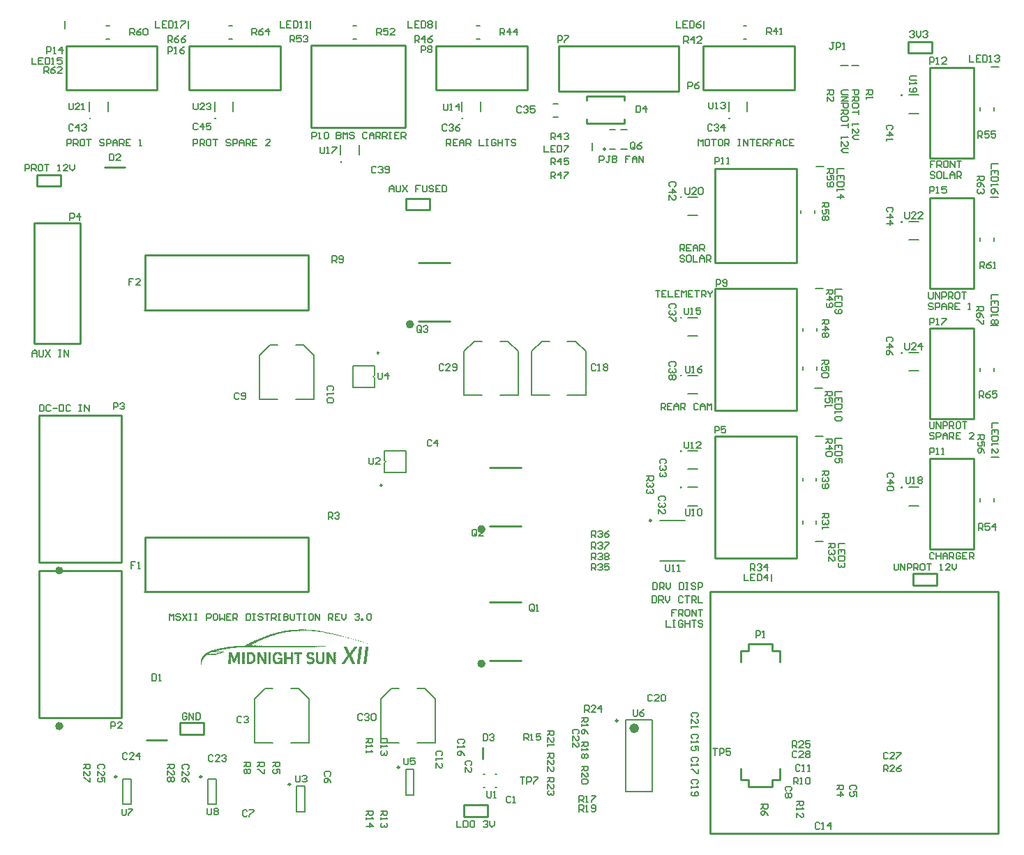
<source format=gto>
G04*
G04 #@! TF.GenerationSoftware,Altium Limited,Altium Designer,18.1.6 (161)*
G04*
G04 Layer_Color=65535*
%FSLAX25Y25*%
%MOIN*%
G70*
G01*
G75*
%ADD10C,0.00787*%
%ADD11C,0.01000*%
%ADD12C,0.01968*%
%ADD13C,0.02362*%
%ADD14C,0.00394*%
%ADD15C,0.00984*%
%ADD16C,0.00591*%
G36*
X139727Y100072D02*
X140086D01*
Y100000D01*
X140158D01*
Y100072D01*
X140229D01*
Y100000D01*
X140301D01*
Y100072D01*
X140373D01*
Y100000D01*
X140445D01*
Y100072D01*
X140517D01*
Y100000D01*
X140588D01*
Y100072D01*
X140660D01*
Y100000D01*
X141449D01*
Y99928D01*
X141521D01*
Y100000D01*
X141593D01*
Y99928D01*
X141665D01*
Y100000D01*
X141736D01*
Y99928D01*
X141952D01*
Y99856D01*
X142024D01*
Y99928D01*
X142095D01*
Y99856D01*
X142167D01*
Y99928D01*
X142239D01*
Y99856D01*
X142885D01*
Y99784D01*
X142956D01*
Y99856D01*
X143028D01*
Y99784D01*
X143100D01*
Y99856D01*
X143172D01*
Y99784D01*
X143244D01*
Y99713D01*
X143315D01*
Y99784D01*
X143387D01*
Y99713D01*
X143459D01*
Y99784D01*
X143531D01*
Y99713D01*
X144033D01*
Y99641D01*
X144105D01*
Y99713D01*
X144176D01*
Y99641D01*
X144248D01*
Y99569D01*
X144320D01*
Y99641D01*
X144392D01*
Y99569D01*
X144464D01*
Y99641D01*
X144535D01*
Y99569D01*
X145038D01*
Y99497D01*
X145109D01*
Y99569D01*
X145181D01*
Y99497D01*
X145253D01*
Y99426D01*
X145325D01*
Y99497D01*
X145396D01*
Y99426D01*
X145468D01*
Y99497D01*
X145540D01*
Y99426D01*
X145899D01*
Y99354D01*
X145970D01*
Y99426D01*
X146042D01*
Y99354D01*
X146257D01*
Y99282D01*
X146760D01*
Y99210D01*
X146832D01*
Y99282D01*
X146903D01*
Y99210D01*
X146975D01*
Y99139D01*
X147047D01*
Y99210D01*
X147119D01*
Y99139D01*
X147477D01*
Y99067D01*
X147549D01*
Y99139D01*
X147621D01*
Y99067D01*
X147693D01*
Y98995D01*
X147765D01*
Y99067D01*
X147836D01*
Y98995D01*
X148195D01*
Y98923D01*
X148267D01*
Y98995D01*
X148339D01*
Y98923D01*
X148410D01*
Y98852D01*
X148482D01*
Y98923D01*
X148554D01*
Y98852D01*
X148626D01*
Y98923D01*
X148697D01*
Y98852D01*
X148913D01*
Y98780D01*
X148985D01*
Y98852D01*
X149056D01*
Y98780D01*
X149128D01*
Y98708D01*
X149200D01*
Y98780D01*
X149272D01*
Y98708D01*
X149630D01*
Y98636D01*
X149702D01*
Y98708D01*
X149774D01*
Y98636D01*
X149846D01*
Y98564D01*
X149917D01*
Y98636D01*
X149989D01*
Y98564D01*
X150348D01*
Y98493D01*
X150420D01*
Y98564D01*
X150491D01*
Y98493D01*
X150563D01*
Y98421D01*
X150922D01*
Y98349D01*
X150994D01*
Y98421D01*
X151066D01*
Y98349D01*
X151137D01*
Y98277D01*
X151209D01*
Y98349D01*
X151281D01*
Y98277D01*
X151496D01*
Y98206D01*
X151568D01*
Y98277D01*
X151640D01*
Y98206D01*
X151711D01*
Y98134D01*
X151783D01*
Y98206D01*
X151855D01*
Y98134D01*
X152214D01*
Y98062D01*
X152286D01*
Y98134D01*
X152357D01*
Y98062D01*
X152429D01*
Y97990D01*
X152788D01*
Y97919D01*
X153003D01*
Y97847D01*
X153075D01*
Y97919D01*
X153147D01*
Y97847D01*
X153362D01*
Y97775D01*
X153434D01*
Y97847D01*
X153506D01*
Y97775D01*
X153577D01*
Y97703D01*
X153649D01*
Y97775D01*
X153721D01*
Y97703D01*
X153936D01*
Y97632D01*
X154008D01*
Y97703D01*
X154080D01*
Y97632D01*
X154151D01*
Y97560D01*
X154223D01*
Y97632D01*
X154295D01*
Y97560D01*
X154510D01*
Y97488D01*
X154582D01*
Y97560D01*
X154654D01*
Y97488D01*
X154726D01*
Y97416D01*
X154797D01*
Y97488D01*
X154869D01*
Y97416D01*
X155084D01*
Y97345D01*
X155156D01*
Y97416D01*
X155228D01*
Y97345D01*
X155300D01*
Y97273D01*
X155371D01*
Y97345D01*
X155443D01*
Y97273D01*
X155658D01*
Y97201D01*
X155730D01*
Y97273D01*
X155802D01*
Y97201D01*
X155874D01*
Y97129D01*
X156233D01*
Y97057D01*
X156304D01*
Y96986D01*
X156376D01*
Y97057D01*
X156448D01*
Y96986D01*
X156807D01*
Y96914D01*
X157022D01*
Y96842D01*
X157237D01*
Y96771D01*
X157309D01*
Y96842D01*
X157381D01*
Y96771D01*
X157452D01*
Y96699D01*
X157811D01*
Y96627D01*
X158027D01*
Y96555D01*
X158385D01*
Y96483D01*
X158457D01*
Y96412D01*
X158529D01*
Y96483D01*
X158601D01*
Y96412D01*
X158816D01*
Y96340D01*
X158888D01*
Y96412D01*
X158959D01*
Y96340D01*
X159031D01*
Y96268D01*
X159247D01*
Y96196D01*
X159318D01*
Y96268D01*
X159390D01*
Y96196D01*
X159462D01*
Y96125D01*
X159534D01*
Y96196D01*
X159605D01*
Y96125D01*
X159821D01*
Y96053D01*
X160036D01*
Y95981D01*
X160251D01*
Y95909D01*
X160323D01*
Y95981D01*
X160395D01*
Y95909D01*
X160467D01*
Y95838D01*
X160538D01*
Y95909D01*
X160610D01*
Y95838D01*
X160825D01*
Y95766D01*
X160897D01*
Y95838D01*
X160969D01*
Y95766D01*
X161040D01*
Y95694D01*
X161256D01*
Y95622D01*
X161328D01*
Y95694D01*
X161399D01*
Y95622D01*
X161471D01*
Y95551D01*
X161830D01*
Y95479D01*
X161902D01*
Y95407D01*
X161974D01*
Y95479D01*
X162045D01*
Y95407D01*
X162260D01*
Y95335D01*
X162476D01*
Y95263D01*
X162835D01*
Y95192D01*
X163050D01*
Y95120D01*
X163265D01*
Y95048D01*
X163337D01*
Y95120D01*
X163409D01*
Y95048D01*
X163480D01*
Y94976D01*
X163696D01*
Y94905D01*
X163768D01*
Y94976D01*
X163839D01*
Y94905D01*
X163911D01*
Y94833D01*
X164270D01*
Y94761D01*
X164342D01*
Y94689D01*
X164413D01*
Y94761D01*
X164485D01*
Y94689D01*
X164700D01*
Y94618D01*
X164916D01*
Y94546D01*
X165131D01*
Y94474D01*
X165203D01*
Y94546D01*
X165275D01*
Y94474D01*
X165346D01*
Y94402D01*
X165418D01*
Y94474D01*
X165490D01*
Y94402D01*
X165705D01*
Y94331D01*
X165920D01*
Y94259D01*
X166136D01*
Y94187D01*
X166351D01*
Y94115D01*
X166566D01*
Y94043D01*
X166638D01*
Y94115D01*
X166710D01*
Y94043D01*
X166781D01*
Y93972D01*
X166997D01*
Y93900D01*
X167069D01*
Y93828D01*
X166997D01*
Y93900D01*
X166781D01*
Y93972D01*
X166566D01*
Y94043D01*
X166495D01*
Y93972D01*
X166423D01*
Y94043D01*
X166351D01*
Y94115D01*
X166279D01*
Y94043D01*
X166207D01*
Y94115D01*
X166136D01*
Y94187D01*
X166064D01*
Y94115D01*
X165992D01*
Y94187D01*
X165777D01*
Y94259D01*
X165562D01*
Y94331D01*
X165346D01*
Y94402D01*
X165275D01*
Y94331D01*
X165203D01*
Y94402D01*
X165131D01*
Y94474D01*
X164772D01*
Y94546D01*
X164557D01*
Y94618D01*
X164342D01*
Y94689D01*
X164270D01*
Y94618D01*
X164198D01*
Y94689D01*
X164126D01*
Y94761D01*
X164055D01*
Y94689D01*
X163983D01*
Y94761D01*
X163768D01*
Y94833D01*
X163552D01*
Y94905D01*
X163193D01*
Y94976D01*
X163122D01*
Y95048D01*
X163050D01*
Y94976D01*
X162978D01*
Y95048D01*
X162763D01*
Y95120D01*
X162548D01*
Y95192D01*
X162332D01*
Y95263D01*
X162260D01*
Y95192D01*
X162189D01*
Y95263D01*
X162117D01*
Y95335D01*
X162045D01*
Y95263D01*
X161974D01*
Y95335D01*
X161758D01*
Y95407D01*
X161686D01*
Y95335D01*
X161615D01*
Y95407D01*
X161543D01*
Y95479D01*
X161184D01*
Y95551D01*
X160969D01*
Y95622D01*
X160754D01*
Y95694D01*
X160682D01*
Y95622D01*
X160610D01*
Y95694D01*
X160538D01*
Y95766D01*
X160467D01*
Y95694D01*
X160395D01*
Y95766D01*
X160036D01*
Y95838D01*
X159964D01*
Y95909D01*
X159892D01*
Y95838D01*
X159821D01*
Y95909D01*
X159605D01*
Y95981D01*
X159390D01*
Y96053D01*
X159318D01*
Y95981D01*
X159247D01*
Y96053D01*
X159031D01*
Y96125D01*
X158959D01*
Y96196D01*
X158888D01*
Y96125D01*
X158959D01*
Y96053D01*
X158888D01*
Y96125D01*
X158816D01*
Y96196D01*
X158457D01*
Y96268D01*
X158242D01*
Y96340D01*
X157883D01*
Y96412D01*
X157811D01*
Y96483D01*
X157739D01*
Y96412D01*
X157811D01*
Y96340D01*
X157739D01*
Y96412D01*
X157668D01*
Y96483D01*
X157309D01*
Y96555D01*
X157094D01*
Y96627D01*
X156878D01*
Y96699D01*
X156807D01*
Y96627D01*
X156735D01*
Y96699D01*
X156663D01*
Y96771D01*
X156591D01*
Y96699D01*
X156519D01*
Y96771D01*
X156161D01*
Y96842D01*
X155945D01*
Y96914D01*
X155587D01*
Y96986D01*
X155515D01*
Y97057D01*
X155443D01*
Y96986D01*
X155515D01*
Y96914D01*
X155443D01*
Y96986D01*
X155371D01*
Y97057D01*
X155013D01*
Y97129D01*
X154797D01*
Y97201D01*
X154726D01*
Y97129D01*
X154654D01*
Y97201D01*
X154438D01*
Y97273D01*
X154367D01*
Y97201D01*
X154295D01*
Y97273D01*
X154223D01*
Y97345D01*
X153864D01*
Y97416D01*
X153793D01*
Y97345D01*
X153721D01*
Y97416D01*
X153649D01*
Y97488D01*
X153577D01*
Y97416D01*
X153506D01*
Y97488D01*
X153147D01*
Y97560D01*
X152931D01*
Y97632D01*
X152573D01*
Y97703D01*
X152501D01*
Y97632D01*
X152429D01*
Y97703D01*
X152357D01*
Y97775D01*
X152286D01*
Y97703D01*
X152214D01*
Y97775D01*
X151998D01*
Y97847D01*
X151927D01*
Y97775D01*
X151855D01*
Y97847D01*
X151783D01*
Y97919D01*
X151711D01*
Y97847D01*
X151783D01*
Y97775D01*
X151711D01*
Y97847D01*
X151640D01*
Y97919D01*
X151281D01*
Y97990D01*
X151209D01*
Y97919D01*
X151137D01*
Y97990D01*
X151066D01*
Y98062D01*
X150994D01*
Y97990D01*
X150922D01*
Y98062D01*
X150563D01*
Y98134D01*
X150491D01*
Y98062D01*
X150420D01*
Y98134D01*
X150348D01*
Y98206D01*
X150276D01*
Y98134D01*
X150204D01*
Y98206D01*
X149846D01*
Y98277D01*
X149630D01*
Y98349D01*
X149559D01*
Y98277D01*
X149487D01*
Y98349D01*
X149128D01*
Y98421D01*
X148913D01*
Y98493D01*
X148841D01*
Y98421D01*
X148769D01*
Y98493D01*
X148410D01*
Y98564D01*
X148339D01*
Y98493D01*
X148267D01*
Y98564D01*
X148195D01*
Y98636D01*
X148123D01*
Y98564D01*
X148052D01*
Y98636D01*
X147693D01*
Y98708D01*
X147621D01*
Y98636D01*
X147549D01*
Y98708D01*
X147477D01*
Y98780D01*
X147406D01*
Y98708D01*
X147477D01*
Y98636D01*
X147406D01*
Y98708D01*
X147334D01*
Y98780D01*
X147262D01*
Y98708D01*
X147190D01*
Y98780D01*
X146832D01*
Y98852D01*
X146760D01*
Y98780D01*
X146688D01*
Y98852D01*
X146473D01*
Y98923D01*
X146401D01*
Y98852D01*
X146329D01*
Y98923D01*
X145970D01*
Y98995D01*
X145899D01*
Y98923D01*
X145827D01*
Y98995D01*
X145755D01*
Y98923D01*
X145683D01*
Y98995D01*
X145612D01*
Y99067D01*
X145540D01*
Y98995D01*
X145468D01*
Y99067D01*
X145396D01*
Y98995D01*
X145325D01*
Y99067D01*
X144966D01*
Y99139D01*
X144894D01*
Y99067D01*
X144822D01*
Y99139D01*
X144750D01*
Y99067D01*
X144679D01*
Y99139D01*
X144464D01*
Y99210D01*
X144392D01*
Y99139D01*
X144320D01*
Y99210D01*
X143818D01*
Y99282D01*
X143746D01*
Y99210D01*
X143674D01*
Y99282D01*
X143602D01*
Y99210D01*
X143531D01*
Y99282D01*
X143459D01*
Y99354D01*
X143387D01*
Y99282D01*
X143315D01*
Y99354D01*
X143244D01*
Y99282D01*
X143172D01*
Y99354D01*
X142382D01*
Y99426D01*
X142311D01*
Y99354D01*
X142239D01*
Y99426D01*
X142167D01*
Y99354D01*
X142095D01*
Y99426D01*
X141880D01*
Y99497D01*
X141808D01*
Y99426D01*
X141593D01*
Y99497D01*
X141521D01*
Y99426D01*
X141449D01*
Y99497D01*
X141378D01*
Y99426D01*
X141306D01*
Y99497D01*
X141234D01*
Y99426D01*
X141162D01*
Y99497D01*
X141091D01*
Y99426D01*
X141019D01*
Y99497D01*
X140947D01*
Y99426D01*
X140875D01*
Y99497D01*
X140660D01*
Y99426D01*
X140588D01*
Y99497D01*
X138077D01*
Y99426D01*
X138005D01*
Y99497D01*
X137790D01*
Y99426D01*
X137718D01*
Y99497D01*
X137646D01*
Y99426D01*
X137574D01*
Y99497D01*
X137503D01*
Y99426D01*
X137431D01*
Y99497D01*
X137359D01*
Y99426D01*
X137287D01*
Y99497D01*
X137215D01*
Y99426D01*
X137144D01*
Y99497D01*
X137072D01*
Y99426D01*
X137000D01*
Y99497D01*
X136928D01*
Y99426D01*
X136857D01*
Y99497D01*
X136785D01*
Y99426D01*
X136713D01*
Y99497D01*
X136641D01*
Y99426D01*
X136426D01*
Y99354D01*
X136354D01*
Y99426D01*
X136139D01*
Y99354D01*
X136067D01*
Y99426D01*
X135995D01*
Y99354D01*
X135924D01*
Y99426D01*
X135852D01*
Y99354D01*
X135780D01*
Y99426D01*
X135708D01*
Y99354D01*
X135637D01*
Y99426D01*
X135565D01*
Y99354D01*
X135493D01*
Y99426D01*
X135421D01*
Y99354D01*
X134488D01*
Y99282D01*
X134417D01*
Y99354D01*
X134345D01*
Y99282D01*
X134273D01*
Y99354D01*
X134202D01*
Y99282D01*
X134130D01*
Y99354D01*
X134058D01*
Y99282D01*
X133986D01*
Y99354D01*
X133914D01*
Y99282D01*
X133986D01*
Y99210D01*
X133914D01*
Y99282D01*
X133843D01*
Y99210D01*
X133771D01*
Y99282D01*
X133699D01*
Y99210D01*
X133627D01*
Y99282D01*
X133556D01*
Y99210D01*
X132910D01*
Y99139D01*
X132838D01*
Y99210D01*
X132766D01*
Y99139D01*
X132694D01*
Y99210D01*
X132623D01*
Y99139D01*
X132407D01*
Y99067D01*
X132336D01*
Y99139D01*
X132264D01*
Y99067D01*
X132192D01*
Y99139D01*
X132120D01*
Y99067D01*
X132049D01*
Y99139D01*
X131977D01*
Y99067D01*
X131474D01*
Y98995D01*
X131403D01*
Y99067D01*
X131331D01*
Y98995D01*
X131259D01*
Y99067D01*
X131187D01*
Y98995D01*
X131116D01*
Y99067D01*
X131044D01*
Y98995D01*
X131116D01*
Y98923D01*
X131044D01*
Y98995D01*
X130972D01*
Y98923D01*
X130900D01*
Y98995D01*
X130829D01*
Y98923D01*
X130326D01*
Y98852D01*
X130254D01*
Y98923D01*
X130183D01*
Y98852D01*
X130111D01*
Y98923D01*
X130039D01*
Y98852D01*
X129967D01*
Y98780D01*
X129896D01*
Y98852D01*
X129824D01*
Y98780D01*
X129752D01*
Y98852D01*
X129680D01*
Y98780D01*
X129322D01*
Y98708D01*
X129250D01*
Y98780D01*
X129178D01*
Y98708D01*
X129106D01*
Y98636D01*
X129035D01*
Y98708D01*
X128963D01*
Y98636D01*
X128604D01*
Y98564D01*
X128532D01*
Y98636D01*
X128461D01*
Y98564D01*
X128389D01*
Y98636D01*
X128317D01*
Y98564D01*
X128245D01*
Y98493D01*
X128173D01*
Y98564D01*
X128102D01*
Y98493D01*
X127743D01*
Y98421D01*
X127671D01*
Y98493D01*
X127599D01*
Y98421D01*
X127671D01*
Y98349D01*
X127599D01*
Y98421D01*
X127528D01*
Y98349D01*
X127456D01*
Y98421D01*
X127384D01*
Y98349D01*
X127169D01*
Y98277D01*
X127097D01*
Y98349D01*
X127025D01*
Y98277D01*
X126953D01*
Y98206D01*
X126882D01*
Y98277D01*
X126810D01*
Y98206D01*
X126451D01*
Y98134D01*
X126379D01*
Y98062D01*
X126308D01*
Y98134D01*
X126236D01*
Y98062D01*
X126021D01*
Y97990D01*
X125805D01*
Y97919D01*
X125733D01*
Y97990D01*
X125662D01*
Y97919D01*
X125446D01*
Y97847D01*
X125375D01*
Y97919D01*
X125303D01*
Y97847D01*
X125375D01*
Y97775D01*
X125303D01*
Y97847D01*
X125231D01*
Y97775D01*
X125016D01*
Y97703D01*
X124944D01*
Y97775D01*
X124872D01*
Y97703D01*
X124801D01*
Y97632D01*
X124442D01*
Y97560D01*
X124370D01*
Y97488D01*
X124155D01*
Y97416D01*
X124083D01*
Y97488D01*
X124011D01*
Y97416D01*
X123940D01*
Y97345D01*
X123581D01*
Y97273D01*
X123509D01*
Y97201D01*
X123150D01*
Y97129D01*
X123078D01*
Y97057D01*
X122720D01*
Y96986D01*
X122648D01*
Y96914D01*
X122432D01*
Y96842D01*
X122361D01*
Y96914D01*
X122289D01*
Y96842D01*
X122217D01*
Y96771D01*
X122002D01*
Y96699D01*
X121930D01*
Y96771D01*
X121858D01*
Y96699D01*
X121930D01*
Y96627D01*
X121858D01*
Y96699D01*
X121787D01*
Y96627D01*
X121571D01*
Y96555D01*
X121500D01*
Y96483D01*
X121428D01*
Y96555D01*
X121356D01*
Y96483D01*
X121141D01*
Y96412D01*
X121069D01*
Y96340D01*
X120854D01*
Y96268D01*
X120638D01*
Y96196D01*
X120423D01*
Y96125D01*
X120351D01*
Y96053D01*
X120136D01*
Y95981D01*
X120064D01*
Y96053D01*
X119993D01*
Y95981D01*
X119921D01*
Y95909D01*
X119705D01*
Y95838D01*
X119634D01*
Y95766D01*
X119562D01*
Y95838D01*
X119490D01*
Y95766D01*
X119418D01*
Y95694D01*
X119203D01*
Y95622D01*
X118988D01*
Y95551D01*
X118916D01*
Y95479D01*
X118701D01*
Y95407D01*
X118629D01*
Y95479D01*
X118557D01*
Y95407D01*
X118485D01*
Y95335D01*
X118270D01*
Y95263D01*
X118199D01*
Y95192D01*
X117983D01*
Y95120D01*
X117911D01*
Y95048D01*
X117696D01*
Y94976D01*
X117624D01*
Y95048D01*
X117553D01*
Y94976D01*
X117624D01*
Y94905D01*
X117553D01*
Y94976D01*
X117481D01*
Y94905D01*
X117409D01*
Y94833D01*
X117194D01*
Y94761D01*
X116979D01*
Y94689D01*
X116907D01*
Y94618D01*
X116835D01*
Y94546D01*
X116763D01*
Y94618D01*
X116692D01*
Y94546D01*
X116620D01*
Y94474D01*
X116404D01*
Y94402D01*
X116333D01*
Y94331D01*
X116117D01*
Y94259D01*
X116046D01*
Y94187D01*
X115830D01*
Y94115D01*
X115759D01*
Y94043D01*
X115543D01*
Y93972D01*
X115471D01*
Y93900D01*
X115256D01*
Y93828D01*
X115184D01*
Y93756D01*
X114969D01*
Y93685D01*
X114897D01*
Y93613D01*
X114682D01*
Y93541D01*
X114610D01*
Y93469D01*
X114395D01*
Y93398D01*
X114323D01*
Y93326D01*
X114108D01*
Y93254D01*
X114036D01*
Y93182D01*
X113821D01*
Y93111D01*
X113749D01*
Y93039D01*
X113534D01*
Y92967D01*
X113462D01*
Y92895D01*
X113247D01*
Y92823D01*
X113175D01*
Y92752D01*
X112960D01*
Y92680D01*
X112888D01*
Y92608D01*
X112816D01*
Y92536D01*
X112888D01*
Y92465D01*
X112960D01*
Y92393D01*
X113032D01*
Y92465D01*
X113390D01*
Y92536D01*
X113462D01*
Y92465D01*
X113534D01*
Y92393D01*
X113606D01*
Y92465D01*
X113677D01*
Y92536D01*
X113749D01*
Y92465D01*
X113964D01*
Y92536D01*
X114036D01*
Y92465D01*
X114108D01*
Y92393D01*
X114180D01*
Y92465D01*
X114395D01*
Y92393D01*
X114467D01*
Y92465D01*
X114682D01*
Y92393D01*
X114754D01*
Y92465D01*
X114826D01*
Y92393D01*
X114897D01*
Y92465D01*
X114969D01*
Y92393D01*
X115041D01*
Y92465D01*
X115256D01*
Y92393D01*
X115328D01*
Y92465D01*
X115400D01*
Y92393D01*
X115471D01*
Y92465D01*
X115543D01*
Y92393D01*
X115615D01*
Y92465D01*
X115687D01*
Y92393D01*
X115759D01*
Y92465D01*
X115830D01*
Y92393D01*
X115902D01*
Y92465D01*
X115974D01*
Y92393D01*
X116046D01*
Y92465D01*
X116117D01*
Y92393D01*
X116189D01*
Y92465D01*
X116261D01*
Y92393D01*
X116333D01*
Y92465D01*
X116404D01*
Y92393D01*
X116476D01*
Y92465D01*
X116548D01*
Y92393D01*
X116620D01*
Y92465D01*
X116692D01*
Y92393D01*
X116763D01*
Y92465D01*
X116835D01*
Y92393D01*
X116907D01*
Y92465D01*
X116979D01*
Y92393D01*
X117050D01*
Y92465D01*
X117122D01*
Y92393D01*
X117194D01*
Y92465D01*
X117266D01*
Y92393D01*
X117337D01*
Y92465D01*
X117409D01*
Y92393D01*
X117481D01*
Y92465D01*
X117553D01*
Y92393D01*
X117624D01*
Y92465D01*
X117696D01*
Y92393D01*
X117768D01*
Y92465D01*
X117840D01*
Y92393D01*
X118055D01*
Y92465D01*
X118127D01*
Y92393D01*
X118342D01*
Y92465D01*
X118414D01*
Y92393D01*
X118629D01*
Y92465D01*
X118701D01*
Y92393D01*
X123652D01*
Y92321D01*
X123724D01*
Y92393D01*
X123796D01*
Y92321D01*
X123868D01*
Y92393D01*
X123940D01*
Y92321D01*
X124011D01*
Y92393D01*
X124083D01*
Y92321D01*
X124155D01*
Y92393D01*
X124226D01*
Y92321D01*
X124298D01*
Y92393D01*
X124370D01*
Y92321D01*
X124442D01*
Y92393D01*
X124657D01*
Y92321D01*
X124729D01*
Y92393D01*
X124801D01*
Y92321D01*
X124872D01*
Y92393D01*
X124944D01*
Y92321D01*
X125016D01*
Y92393D01*
X125088D01*
Y92321D01*
X125159D01*
Y92393D01*
X125231D01*
Y92321D01*
X125303D01*
Y92393D01*
X125375D01*
Y92321D01*
X125446D01*
Y92393D01*
X125518D01*
Y92321D01*
X125590D01*
Y92393D01*
X125662D01*
Y92321D01*
X125733D01*
Y92393D01*
X125805D01*
Y92321D01*
X125877D01*
Y92393D01*
X125949D01*
Y92321D01*
X126021D01*
Y92393D01*
X126092D01*
Y92321D01*
X126164D01*
Y92393D01*
X126236D01*
Y92321D01*
X126308D01*
Y92393D01*
X126379D01*
Y92321D01*
X126451D01*
Y92393D01*
X126523D01*
Y92321D01*
X126595D01*
Y92393D01*
X126666D01*
Y92321D01*
X126738D01*
Y92393D01*
X126810D01*
Y92321D01*
X126882D01*
Y92393D01*
X126953D01*
Y92321D01*
X127025D01*
Y92393D01*
X127097D01*
Y92321D01*
X127169D01*
Y92393D01*
X127241D01*
Y92321D01*
X127312D01*
Y92393D01*
X127384D01*
Y92321D01*
X127456D01*
Y92393D01*
X127528D01*
Y92321D01*
X127599D01*
Y92393D01*
X127671D01*
Y92321D01*
X127886D01*
Y92393D01*
X127958D01*
Y92321D01*
X128173D01*
Y92393D01*
X128245D01*
Y92321D01*
X128461D01*
Y92393D01*
X128532D01*
Y92321D01*
X128748D01*
Y92393D01*
X128819D01*
Y92321D01*
X129035D01*
Y92393D01*
X129106D01*
Y92321D01*
X129322D01*
Y92393D01*
X129393D01*
Y92321D01*
X129609D01*
Y92393D01*
X129680D01*
Y92321D01*
X129896D01*
Y92393D01*
X129967D01*
Y92321D01*
X130183D01*
Y92393D01*
X130254D01*
Y92321D01*
X130470D01*
Y92393D01*
X130542D01*
Y92321D01*
X130757D01*
Y92393D01*
X130829D01*
Y92321D01*
X131044D01*
Y92393D01*
X131116D01*
Y92321D01*
X131187D01*
Y92393D01*
X131259D01*
Y92321D01*
X131331D01*
Y92393D01*
X131403D01*
Y92321D01*
X131474D01*
Y92393D01*
X131546D01*
Y92321D01*
X131618D01*
Y92393D01*
X131690D01*
Y92321D01*
X131762D01*
Y92393D01*
X131833D01*
Y92321D01*
X131905D01*
Y92393D01*
X131977D01*
Y92321D01*
X132049D01*
Y92393D01*
X132120D01*
Y92321D01*
X132192D01*
Y92393D01*
X132264D01*
Y92321D01*
X132336D01*
Y92393D01*
X132407D01*
Y92321D01*
X132479D01*
Y92393D01*
X132551D01*
Y92321D01*
X132623D01*
Y92393D01*
X132694D01*
Y92321D01*
X132766D01*
Y92393D01*
X132838D01*
Y92321D01*
X132910D01*
Y92393D01*
X132982D01*
Y92321D01*
X133053D01*
Y92393D01*
X133125D01*
Y92321D01*
X133197D01*
Y92393D01*
X133269D01*
Y92321D01*
X133340D01*
Y92393D01*
X133412D01*
Y92321D01*
X133484D01*
Y92393D01*
X133556D01*
Y92321D01*
X133627D01*
Y92393D01*
X133699D01*
Y92321D01*
X133771D01*
Y92393D01*
X133843D01*
Y92321D01*
X133914D01*
Y92393D01*
X133986D01*
Y92321D01*
X134058D01*
Y92393D01*
X134130D01*
Y92321D01*
X134202D01*
Y92393D01*
X134273D01*
Y92321D01*
X134345D01*
Y92393D01*
X134417D01*
Y92321D01*
X134488D01*
Y92393D01*
X134560D01*
Y92321D01*
X134632D01*
Y92393D01*
X134704D01*
Y92321D01*
X134775D01*
Y92393D01*
X134847D01*
Y92321D01*
X134919D01*
Y92393D01*
X134991D01*
Y92321D01*
X135063D01*
Y92393D01*
X135134D01*
Y92321D01*
X135206D01*
Y92393D01*
X135278D01*
Y92321D01*
X135350D01*
Y92393D01*
X135421D01*
Y92321D01*
X135493D01*
Y92393D01*
X135565D01*
Y92321D01*
X135637D01*
Y92393D01*
X135708D01*
Y92321D01*
X135780D01*
Y92393D01*
X135852D01*
Y92321D01*
X135924D01*
Y92393D01*
X135995D01*
Y92321D01*
X136067D01*
Y92393D01*
X136139D01*
Y92321D01*
X136211D01*
Y92393D01*
X136283D01*
Y92321D01*
X136354D01*
Y92393D01*
X136426D01*
Y92321D01*
X136498D01*
Y92393D01*
X136570D01*
Y92321D01*
X136641D01*
Y92393D01*
X136713D01*
Y92321D01*
X136785D01*
Y92393D01*
X136857D01*
Y92321D01*
X136928D01*
Y92393D01*
X137000D01*
Y92321D01*
X137072D01*
Y92393D01*
X137144D01*
Y92321D01*
X137215D01*
Y92393D01*
X137287D01*
Y92321D01*
X137359D01*
Y92393D01*
X137431D01*
Y92321D01*
X137503D01*
Y92393D01*
X137574D01*
Y92321D01*
X137646D01*
Y92393D01*
X137718D01*
Y92321D01*
X137790D01*
Y92393D01*
X137861D01*
Y92321D01*
X137933D01*
Y92393D01*
X138005D01*
Y92321D01*
X138077D01*
Y92393D01*
X138148D01*
Y92321D01*
X138220D01*
Y92393D01*
X138292D01*
Y92321D01*
X138364D01*
Y92393D01*
X138435D01*
Y92321D01*
X138507D01*
Y92393D01*
X138579D01*
Y92321D01*
X138651D01*
Y92393D01*
X138723D01*
Y92321D01*
X138794D01*
Y92393D01*
X138866D01*
Y92321D01*
X138938D01*
Y92393D01*
X139009D01*
Y92321D01*
X139081D01*
Y92393D01*
X139153D01*
Y92321D01*
X139225D01*
Y92393D01*
X139297D01*
Y92321D01*
X139368D01*
Y92393D01*
X139440D01*
Y92321D01*
X139512D01*
Y92393D01*
X139584D01*
Y92321D01*
X139655D01*
Y92393D01*
X139727D01*
Y92321D01*
X139799D01*
Y92393D01*
X139871D01*
Y92321D01*
X139942D01*
Y92393D01*
X140014D01*
Y92321D01*
X140086D01*
Y92393D01*
X140158D01*
Y92321D01*
X140229D01*
Y92393D01*
X140301D01*
Y92321D01*
X140373D01*
Y92393D01*
X140445D01*
Y92321D01*
X140517D01*
Y92393D01*
X140588D01*
Y92321D01*
X140660D01*
Y92393D01*
X140732D01*
Y92321D01*
X140804D01*
Y92393D01*
X140875D01*
Y92321D01*
X140947D01*
Y92393D01*
X141019D01*
Y92321D01*
X141091D01*
Y92393D01*
X141162D01*
Y92321D01*
X141234D01*
Y92393D01*
X141306D01*
Y92321D01*
X141378D01*
Y92393D01*
X141449D01*
Y92321D01*
X141521D01*
Y92393D01*
X141593D01*
Y92321D01*
X141665D01*
Y92393D01*
X141736D01*
Y92321D01*
X141808D01*
Y92393D01*
X141880D01*
Y92321D01*
X141952D01*
Y92393D01*
X142024D01*
Y92321D01*
X142095D01*
Y92393D01*
X142167D01*
Y92321D01*
X142239D01*
Y92393D01*
X142311D01*
Y92321D01*
X142382D01*
Y92393D01*
X142454D01*
Y92321D01*
X142526D01*
Y92393D01*
X142598D01*
Y92321D01*
X142669D01*
Y92393D01*
X142741D01*
Y92321D01*
X142813D01*
Y92393D01*
X142885D01*
Y92321D01*
X142956D01*
Y92393D01*
X143028D01*
Y92321D01*
X143100D01*
Y92393D01*
X143172D01*
Y92321D01*
X143387D01*
Y92393D01*
X143459D01*
Y92321D01*
X143674D01*
Y92393D01*
X143746D01*
Y92321D01*
X143818D01*
Y92250D01*
X143889D01*
Y92321D01*
X144105D01*
Y92250D01*
X144176D01*
Y92321D01*
X144248D01*
Y92250D01*
X144320D01*
Y92321D01*
X144392D01*
Y92250D01*
X144464D01*
Y92321D01*
X144535D01*
Y92250D01*
X144607D01*
Y92321D01*
X144679D01*
Y92250D01*
X144750D01*
Y92321D01*
X144822D01*
Y92250D01*
X144894D01*
Y92321D01*
X144966D01*
Y92250D01*
X145038D01*
Y92321D01*
X145109D01*
Y92250D01*
X145181D01*
Y92321D01*
X145253D01*
Y92250D01*
X145325D01*
Y92321D01*
X145396D01*
Y92250D01*
X145468D01*
Y92321D01*
X145540D01*
Y92250D01*
X145612D01*
Y92321D01*
X145683D01*
Y92250D01*
X145755D01*
Y92321D01*
X145827D01*
Y92250D01*
X145899D01*
Y92321D01*
X146114D01*
Y92250D01*
X146186D01*
Y92321D01*
X146401D01*
Y92250D01*
X146473D01*
Y92321D01*
X146688D01*
Y92250D01*
X146760D01*
Y92321D01*
X146975D01*
Y92250D01*
X147047D01*
Y92321D01*
X147119D01*
Y92250D01*
X147190D01*
Y92321D01*
X147262D01*
Y92250D01*
X147334D01*
Y92321D01*
X147549D01*
Y92250D01*
X147621D01*
Y92321D01*
X147836D01*
Y92250D01*
X147908D01*
Y92321D01*
X147980D01*
Y92393D01*
X148052D01*
Y92321D01*
X148267D01*
Y92393D01*
X148339D01*
Y92321D01*
X148554D01*
Y92393D01*
X148626D01*
Y92321D01*
X148841D01*
Y92393D01*
X148913D01*
Y92321D01*
X149128D01*
Y92393D01*
X149200D01*
Y92321D01*
X149415D01*
Y92393D01*
X149487D01*
Y92321D01*
X149702D01*
Y92393D01*
X149774D01*
Y92321D01*
X149846D01*
Y92393D01*
X149917D01*
Y92321D01*
X149989D01*
Y92393D01*
X150061D01*
Y92321D01*
X150133D01*
Y92393D01*
X150204D01*
Y92321D01*
X150276D01*
Y92393D01*
X150348D01*
Y92321D01*
X150420D01*
Y92393D01*
X150491D01*
Y92321D01*
X150563D01*
Y92393D01*
X150635D01*
Y92321D01*
X150707D01*
Y92393D01*
X150778D01*
Y92321D01*
X150850D01*
Y92393D01*
X152501D01*
Y92321D01*
X151711D01*
Y92250D01*
X151640D01*
Y92321D01*
X151568D01*
Y92250D01*
X151496D01*
Y92321D01*
X151424D01*
Y92250D01*
X151353D01*
Y92321D01*
X151281D01*
Y92250D01*
X151066D01*
Y92178D01*
X150994D01*
Y92250D01*
X150922D01*
Y92178D01*
X150850D01*
Y92250D01*
X150778D01*
Y92178D01*
X150707D01*
Y92250D01*
X150635D01*
Y92178D01*
X150563D01*
Y92250D01*
X150491D01*
Y92178D01*
X149702D01*
Y92106D01*
X149630D01*
Y92178D01*
X149559D01*
Y92106D01*
X149487D01*
Y92178D01*
X149415D01*
Y92106D01*
X149343D01*
Y92178D01*
X149272D01*
Y92106D01*
X149200D01*
Y92178D01*
X149128D01*
Y92106D01*
X148913D01*
Y92034D01*
X148841D01*
Y92106D01*
X148769D01*
Y92034D01*
X148697D01*
Y92106D01*
X148626D01*
Y92034D01*
X148554D01*
Y92106D01*
X148482D01*
Y92034D01*
X147549D01*
Y91962D01*
X147477D01*
Y92034D01*
X147406D01*
Y91962D01*
X147334D01*
Y92034D01*
X147262D01*
Y91962D01*
X147047D01*
Y92034D01*
X146975D01*
Y91962D01*
X146760D01*
Y91891D01*
X146688D01*
Y91962D01*
X146616D01*
Y91891D01*
X146545D01*
Y91962D01*
X146473D01*
Y91891D01*
X146401D01*
Y91962D01*
X146329D01*
Y91891D01*
X146257D01*
Y91962D01*
X146186D01*
Y91891D01*
X145109D01*
Y91819D01*
X145038D01*
Y91891D01*
X144966D01*
Y91819D01*
X144894D01*
Y91891D01*
X144822D01*
Y91819D01*
X144750D01*
Y91891D01*
X144679D01*
Y91819D01*
X144607D01*
Y91891D01*
X144535D01*
Y91819D01*
X144607D01*
Y91747D01*
X144535D01*
Y91819D01*
X144320D01*
Y91747D01*
X144248D01*
Y91819D01*
X144176D01*
Y91747D01*
X144105D01*
Y91819D01*
X144033D01*
Y91747D01*
X143961D01*
Y91819D01*
X143889D01*
Y91747D01*
X143818D01*
Y91819D01*
X143746D01*
Y91747D01*
X143674D01*
Y91819D01*
X143602D01*
Y91747D01*
X142095D01*
Y91675D01*
X142024D01*
Y91747D01*
X141808D01*
Y91675D01*
X141736D01*
Y91747D01*
X141665D01*
Y91675D01*
X141593D01*
Y91747D01*
X141521D01*
Y91675D01*
X141449D01*
Y91747D01*
X141378D01*
Y91675D01*
X141306D01*
Y91747D01*
X141234D01*
Y91675D01*
X141162D01*
Y91747D01*
X141091D01*
Y91675D01*
X141019D01*
Y91747D01*
X140947D01*
Y91675D01*
X140875D01*
Y91747D01*
X140804D01*
Y91675D01*
X140732D01*
Y91747D01*
X140660D01*
Y91675D01*
X140445D01*
Y91747D01*
X140373D01*
Y91675D01*
X140158D01*
Y91604D01*
X140086D01*
Y91675D01*
X139727D01*
Y91604D01*
X139655D01*
Y91675D01*
X139584D01*
Y91604D01*
X139512D01*
Y91675D01*
X139440D01*
Y91604D01*
X139368D01*
Y91675D01*
X139297D01*
Y91604D01*
X139225D01*
Y91675D01*
X139153D01*
Y91604D01*
X139081D01*
Y91675D01*
X139009D01*
Y91604D01*
X138938D01*
Y91675D01*
X138866D01*
Y91604D01*
X138794D01*
Y91675D01*
X138723D01*
Y91604D01*
X138651D01*
Y91675D01*
X138579D01*
Y91604D01*
X138507D01*
Y91675D01*
X138435D01*
Y91604D01*
X138364D01*
Y91675D01*
X138292D01*
Y91604D01*
X138220D01*
Y91675D01*
X138148D01*
Y91604D01*
X138077D01*
Y91675D01*
X138005D01*
Y91604D01*
X137933D01*
Y91675D01*
X137861D01*
Y91604D01*
X137790D01*
Y91675D01*
X137718D01*
Y91604D01*
X137646D01*
Y91675D01*
X137574D01*
Y91604D01*
X137503D01*
Y91675D01*
X137431D01*
Y91604D01*
X137359D01*
Y91675D01*
X137287D01*
Y91604D01*
X137215D01*
Y91675D01*
X137144D01*
Y91604D01*
X137072D01*
Y91675D01*
X137000D01*
Y91604D01*
X136928D01*
Y91675D01*
X136857D01*
Y91604D01*
X136785D01*
Y91675D01*
X136713D01*
Y91604D01*
X136641D01*
Y91675D01*
X136570D01*
Y91604D01*
X136498D01*
Y91675D01*
X136426D01*
Y91604D01*
X136354D01*
Y91675D01*
X136283D01*
Y91604D01*
X136211D01*
Y91675D01*
X136139D01*
Y91604D01*
X135780D01*
Y91675D01*
X135708D01*
Y91604D01*
X135206D01*
Y91675D01*
X135134D01*
Y91604D01*
X124872D01*
Y91675D01*
X124801D01*
Y91604D01*
X124298D01*
Y91675D01*
X124226D01*
Y91604D01*
X123724D01*
Y91675D01*
X123652D01*
Y91604D01*
X123437D01*
Y91675D01*
X123365D01*
Y91604D01*
X123294D01*
Y91675D01*
X123222D01*
Y91604D01*
X123150D01*
Y91675D01*
X123078D01*
Y91604D01*
X123007D01*
Y91675D01*
X122935D01*
Y91604D01*
X122863D01*
Y91675D01*
X122791D01*
Y91604D01*
X122720D01*
Y91675D01*
X122648D01*
Y91604D01*
X122576D01*
Y91675D01*
X122504D01*
Y91604D01*
X122432D01*
Y91675D01*
X122361D01*
Y91604D01*
X122289D01*
Y91675D01*
X122217D01*
Y91604D01*
X122145D01*
Y91675D01*
X122074D01*
Y91604D01*
X122002D01*
Y91675D01*
X121930D01*
Y91604D01*
X121858D01*
Y91675D01*
X121787D01*
Y91604D01*
X121715D01*
Y91675D01*
X121643D01*
Y91604D01*
X121571D01*
Y91675D01*
X121500D01*
Y91604D01*
X121428D01*
Y91675D01*
X121356D01*
Y91604D01*
X121284D01*
Y91675D01*
X121212D01*
Y91604D01*
X121141D01*
Y91675D01*
X121069D01*
Y91604D01*
X120997D01*
Y91675D01*
X120925D01*
Y91604D01*
X120854D01*
Y91675D01*
X120782D01*
Y91604D01*
X120710D01*
Y91675D01*
X120638D01*
Y91604D01*
X120567D01*
Y91675D01*
X120495D01*
Y91604D01*
X120423D01*
Y91675D01*
X120351D01*
Y91604D01*
X120280D01*
Y91675D01*
X120064D01*
Y91604D01*
X119993D01*
Y91675D01*
X119921D01*
Y91604D01*
X119849D01*
Y91675D01*
X119777D01*
Y91604D01*
X119705D01*
Y91675D01*
X119490D01*
Y91604D01*
X119418D01*
Y91675D01*
X118916D01*
Y91604D01*
X118844D01*
Y91675D01*
X118629D01*
Y91747D01*
X118557D01*
Y91675D01*
X118342D01*
Y91747D01*
X118270D01*
Y91675D01*
X118055D01*
Y91747D01*
X117983D01*
Y91675D01*
X117768D01*
Y91747D01*
X117696D01*
Y91675D01*
X117481D01*
Y91747D01*
X117409D01*
Y91675D01*
X117337D01*
Y91747D01*
X117266D01*
Y91675D01*
X117194D01*
Y91747D01*
X117122D01*
Y91675D01*
X117050D01*
Y91747D01*
X116979D01*
Y91675D01*
X116907D01*
Y91747D01*
X116835D01*
Y91675D01*
X116763D01*
Y91747D01*
X116692D01*
Y91675D01*
X116620D01*
Y91747D01*
X116548D01*
Y91675D01*
X116476D01*
Y91747D01*
X116404D01*
Y91675D01*
X116333D01*
Y91747D01*
X116261D01*
Y91675D01*
X116189D01*
Y91747D01*
X116117D01*
Y91675D01*
X116046D01*
Y91747D01*
X115974D01*
Y91675D01*
X115902D01*
Y91747D01*
X115830D01*
Y91675D01*
X115759D01*
Y91747D01*
X115687D01*
Y91675D01*
X115615D01*
Y91747D01*
X115543D01*
Y91675D01*
X115471D01*
Y91747D01*
X115400D01*
Y91675D01*
X115328D01*
Y91747D01*
X115256D01*
Y91675D01*
X115184D01*
Y91747D01*
X115113D01*
Y91675D01*
X115041D01*
Y91747D01*
X114826D01*
Y91675D01*
X114754D01*
Y91747D01*
X114539D01*
Y91675D01*
X114467D01*
Y91747D01*
X114252D01*
Y91675D01*
X114180D01*
Y91747D01*
X113964D01*
Y91675D01*
X113893D01*
Y91747D01*
X113677D01*
Y91675D01*
X113606D01*
Y91747D01*
X113390D01*
Y91675D01*
X113319D01*
Y91747D01*
X113247D01*
Y91675D01*
X113175D01*
Y91747D01*
X113103D01*
Y91675D01*
X113032D01*
Y91747D01*
X112960D01*
Y91675D01*
X112888D01*
Y91747D01*
X112816D01*
Y91675D01*
X112745D01*
Y91747D01*
X112673D01*
Y91675D01*
X112601D01*
Y91747D01*
X112529D01*
Y91675D01*
X112458D01*
Y91747D01*
X112386D01*
Y91675D01*
X112314D01*
Y91747D01*
X112242D01*
Y91675D01*
X112171D01*
Y91747D01*
X112099D01*
Y91675D01*
X112027D01*
Y91747D01*
X111955D01*
Y91675D01*
X111883D01*
Y91747D01*
X111812D01*
Y91675D01*
X111740D01*
Y91747D01*
X111668D01*
Y91675D01*
X111596D01*
Y91747D01*
X111525D01*
Y91675D01*
X111453D01*
Y91747D01*
X111381D01*
Y91675D01*
X111166D01*
Y91747D01*
X111094D01*
Y91675D01*
X110879D01*
Y91747D01*
X110807D01*
Y91675D01*
X110305D01*
Y91604D01*
X110233D01*
Y91675D01*
X110161D01*
Y91604D01*
X110089D01*
Y91675D01*
X110018D01*
Y91604D01*
X109946D01*
Y91675D01*
X109874D01*
Y91604D01*
X109802D01*
Y91675D01*
X109731D01*
Y91604D01*
X109659D01*
Y91675D01*
X109587D01*
Y91604D01*
X109515D01*
Y91675D01*
X109443D01*
Y91604D01*
X109372D01*
Y91675D01*
X109300D01*
Y91604D01*
X108080D01*
Y91532D01*
X108008D01*
Y91604D01*
X107937D01*
Y91532D01*
X107865D01*
Y91604D01*
X107793D01*
Y91532D01*
X107721D01*
Y91604D01*
X107650D01*
Y91532D01*
X107578D01*
Y91604D01*
X107506D01*
Y91532D01*
X107578D01*
Y91460D01*
X107506D01*
Y91532D01*
X107291D01*
Y91460D01*
X107219D01*
Y91532D01*
X107147D01*
Y91460D01*
X106214D01*
Y91388D01*
X106142D01*
Y91460D01*
X106071D01*
Y91388D01*
X105999D01*
Y91460D01*
X105927D01*
Y91388D01*
X105712D01*
Y91316D01*
X105640D01*
Y91388D01*
X105568D01*
Y91316D01*
X105497D01*
Y91388D01*
X105425D01*
Y91316D01*
X105353D01*
Y91388D01*
X105281D01*
Y91316D01*
X104635D01*
Y91245D01*
X104564D01*
Y91316D01*
X104492D01*
Y91245D01*
X104420D01*
Y91316D01*
X104348D01*
Y91245D01*
X104420D01*
Y91173D01*
X104348D01*
Y91245D01*
X104277D01*
Y91173D01*
X104205D01*
Y91245D01*
X104133D01*
Y91173D01*
X104061D01*
Y91245D01*
X103990D01*
Y91173D01*
X103487D01*
Y91101D01*
X103415D01*
Y91173D01*
X103344D01*
Y91101D01*
X103128D01*
Y91030D01*
X103057D01*
Y91101D01*
X102985D01*
Y91030D01*
X102913D01*
Y91101D01*
X102841D01*
Y91030D01*
X102339D01*
Y90958D01*
X102267D01*
Y91030D01*
X102196D01*
Y90958D01*
X102124D01*
Y91030D01*
X102052D01*
Y90958D01*
X102124D01*
Y90886D01*
X102052D01*
Y90958D01*
X101980D01*
Y90886D01*
X101909D01*
Y90958D01*
X101837D01*
Y90886D01*
X101334D01*
Y90814D01*
X101119D01*
Y90742D01*
X101047D01*
Y90814D01*
X100976D01*
Y90742D01*
X100904D01*
Y90814D01*
X100832D01*
Y90742D01*
X100473D01*
Y90671D01*
X100401D01*
Y90742D01*
X100330D01*
Y90671D01*
X100258D01*
Y90599D01*
X100186D01*
Y90671D01*
X100114D01*
Y90599D01*
X99756D01*
Y90527D01*
X99684D01*
Y90599D01*
X99612D01*
Y90527D01*
X99397D01*
Y90455D01*
X99038D01*
Y90384D01*
X98966D01*
Y90455D01*
X98894D01*
Y90384D01*
X98823D01*
Y90312D01*
X98751D01*
Y90384D01*
X98679D01*
Y90312D01*
X98464D01*
Y90240D01*
X98392D01*
Y90312D01*
X98320D01*
Y90240D01*
X98249D01*
Y90312D01*
X98177D01*
Y90240D01*
X98105D01*
Y90168D01*
X97746D01*
Y90097D01*
X97675D01*
Y90168D01*
X97603D01*
Y90097D01*
X97531D01*
Y90025D01*
X97459D01*
Y90097D01*
X97387D01*
Y90025D01*
X97172D01*
Y89953D01*
X97100D01*
Y90025D01*
X97029D01*
Y89953D01*
X96957D01*
Y89881D01*
X96885D01*
Y89953D01*
X96813D01*
Y89881D01*
X96598D01*
Y89810D01*
X96383D01*
Y89738D01*
X96311D01*
Y89810D01*
X96239D01*
Y89738D01*
X96167D01*
Y89666D01*
X97818D01*
Y89594D01*
X97890D01*
Y89666D01*
X98105D01*
Y89594D01*
X98177D01*
Y89666D01*
X98249D01*
Y89594D01*
X98320D01*
Y89666D01*
X98392D01*
Y89594D01*
X98464D01*
Y89666D01*
X98536D01*
Y89594D01*
X98607D01*
Y89666D01*
X98679D01*
Y89594D01*
X98751D01*
Y89666D01*
X98823D01*
Y89594D01*
X99038D01*
Y89666D01*
X99110D01*
Y89594D01*
X99181D01*
Y89522D01*
X99253D01*
Y89594D01*
X99468D01*
Y89522D01*
X99540D01*
Y89594D01*
X99612D01*
Y89522D01*
X99684D01*
Y89594D01*
X99756D01*
Y89522D01*
X99827D01*
Y89594D01*
X99899D01*
Y89522D01*
X99971D01*
Y89594D01*
X100043D01*
Y89522D01*
X100258D01*
Y89451D01*
X100043D01*
Y89379D01*
X99971D01*
Y89307D01*
X99899D01*
Y89379D01*
X99827D01*
Y89307D01*
X99756D01*
Y89235D01*
X99540D01*
Y89164D01*
X99325D01*
Y89092D01*
X99253D01*
Y89020D01*
X99038D01*
Y88948D01*
X98966D01*
Y88877D01*
X98751D01*
Y88805D01*
X98536D01*
Y88733D01*
X98320D01*
Y88661D01*
X98105D01*
Y88590D01*
X97890D01*
Y88518D01*
X97675D01*
Y88446D01*
X97459D01*
Y88374D01*
X97387D01*
Y88446D01*
X97316D01*
Y88374D01*
X97244D01*
Y88302D01*
X97172D01*
Y88374D01*
X97100D01*
Y88302D01*
X96885D01*
Y88231D01*
X96813D01*
Y88302D01*
X96742D01*
Y88231D01*
X96670D01*
Y88159D01*
X96598D01*
Y88231D01*
X96526D01*
Y88159D01*
X96167D01*
Y88087D01*
X96096D01*
Y88159D01*
X96024D01*
Y88087D01*
X95952D01*
Y88016D01*
X95880D01*
Y88087D01*
X95809D01*
Y88016D01*
X95306D01*
Y87944D01*
X95235D01*
Y88016D01*
X95163D01*
Y87944D01*
X95091D01*
Y88016D01*
X95019D01*
Y87944D01*
X94804D01*
Y87872D01*
X94732D01*
Y87944D01*
X94661D01*
Y87872D01*
X94589D01*
Y87944D01*
X94517D01*
Y87872D01*
X94445D01*
Y87944D01*
X94373D01*
Y87872D01*
X94302D01*
Y87944D01*
X94230D01*
Y87872D01*
X94158D01*
Y87944D01*
X94086D01*
Y87872D01*
X93297D01*
Y87944D01*
X93225D01*
Y87872D01*
X93154D01*
Y87944D01*
X93082D01*
Y87872D01*
X93010D01*
Y87944D01*
X92938D01*
Y87872D01*
X92866D01*
Y87944D01*
X92795D01*
Y87872D01*
X92723D01*
Y87944D01*
X92508D01*
Y88016D01*
X92436D01*
Y87944D01*
X92364D01*
Y88016D01*
X92292D01*
Y87944D01*
X92221D01*
Y88016D01*
X91862D01*
Y87944D01*
X91790D01*
Y87872D01*
X91718D01*
Y87800D01*
X91646D01*
Y87728D01*
X91575D01*
Y87657D01*
X91503D01*
Y87585D01*
X91431D01*
Y87513D01*
X91359D01*
Y87441D01*
X91216D01*
Y87370D01*
X91144D01*
Y87298D01*
X91001D01*
Y87154D01*
X90857D01*
Y87011D01*
X90714D01*
Y86867D01*
X90642D01*
Y86724D01*
X90570D01*
Y86652D01*
X90498D01*
Y86580D01*
X90426D01*
Y86509D01*
X90355D01*
Y86437D01*
X90283D01*
Y86293D01*
X90139D01*
Y86221D01*
X90211D01*
Y86150D01*
X90139D01*
Y86078D01*
X90068D01*
Y86006D01*
X89996D01*
Y85791D01*
X89924D01*
Y85719D01*
X89852D01*
Y85575D01*
X89781D01*
Y85432D01*
X89709D01*
Y85217D01*
X89637D01*
Y85145D01*
X89565D01*
Y85073D01*
X89637D01*
Y85001D01*
X89565D01*
Y84786D01*
X89494D01*
Y84714D01*
X89422D01*
Y84643D01*
X89494D01*
Y84571D01*
X89422D01*
Y84356D01*
X89350D01*
Y84284D01*
X89278D01*
Y84212D01*
X89350D01*
Y84140D01*
X89278D01*
Y84069D01*
X89350D01*
Y83997D01*
X89278D01*
Y83781D01*
X89206D01*
Y83566D01*
X89135D01*
Y83495D01*
X89206D01*
Y83423D01*
X89135D01*
Y83351D01*
X89206D01*
Y83279D01*
X89135D01*
Y83207D01*
X89206D01*
Y83136D01*
X89135D01*
Y82920D01*
X89063D01*
Y82992D01*
X88991D01*
Y83351D01*
X88920D01*
Y83423D01*
X88991D01*
Y83495D01*
X88920D01*
Y83566D01*
X88991D01*
Y83638D01*
X88920D01*
Y83997D01*
X88848D01*
Y84069D01*
X88920D01*
Y84140D01*
X88848D01*
Y84212D01*
X88920D01*
Y84284D01*
X88848D01*
Y84356D01*
X88920D01*
Y84571D01*
X88848D01*
Y84643D01*
X88920D01*
Y85001D01*
X88991D01*
Y85073D01*
X88920D01*
Y85145D01*
X88991D01*
Y85504D01*
X89063D01*
Y85575D01*
X88991D01*
Y85647D01*
X89063D01*
Y85863D01*
X89135D01*
Y86078D01*
X89206D01*
Y86293D01*
X89278D01*
Y86365D01*
X89350D01*
Y86509D01*
X89422D01*
Y86652D01*
X89494D01*
Y86724D01*
X89565D01*
Y86796D01*
X89637D01*
Y87011D01*
X89709D01*
Y87083D01*
X89781D01*
Y87154D01*
X89852D01*
Y87226D01*
X89924D01*
Y87370D01*
X89996D01*
Y87513D01*
X90139D01*
Y87657D01*
X90283D01*
Y87800D01*
X90355D01*
Y87872D01*
X90426D01*
Y87944D01*
X90498D01*
Y88016D01*
X90570D01*
Y88087D01*
X90714D01*
Y88231D01*
X90857D01*
Y88374D01*
X91072D01*
Y88446D01*
X91144D01*
Y88518D01*
X91216D01*
Y88590D01*
X91288D01*
Y88661D01*
X91359D01*
Y88733D01*
X91431D01*
Y88805D01*
X91646D01*
Y88877D01*
X91718D01*
Y88948D01*
X91862D01*
Y89020D01*
X92005D01*
Y89092D01*
X92077D01*
Y89164D01*
X92149D01*
Y89235D01*
X92364D01*
Y89307D01*
X92436D01*
Y89379D01*
X92651D01*
Y89451D01*
X92723D01*
Y89522D01*
X92938D01*
Y89594D01*
X93010D01*
Y89666D01*
X93225D01*
Y89738D01*
X93297D01*
Y89810D01*
X93369D01*
Y89738D01*
X93441D01*
Y89810D01*
X93512D01*
Y89881D01*
X93728D01*
Y89953D01*
X93943D01*
Y90025D01*
X94015D01*
Y90097D01*
X94373D01*
Y90168D01*
X94445D01*
Y90240D01*
X94661D01*
Y90312D01*
X94732D01*
Y90240D01*
X94804D01*
Y90312D01*
X94876D01*
Y90384D01*
X94947D01*
Y90312D01*
X95019D01*
Y90384D01*
X95235D01*
Y90455D01*
X95306D01*
Y90527D01*
X95378D01*
Y90455D01*
X95450D01*
Y90527D01*
X95809D01*
Y90599D01*
X95880D01*
Y90671D01*
X95952D01*
Y90599D01*
X96024D01*
Y90671D01*
X96383D01*
Y90742D01*
X96598D01*
Y90814D01*
X96670D01*
Y90742D01*
X96742D01*
Y90814D01*
X96957D01*
Y90886D01*
X97029D01*
Y90814D01*
X97100D01*
Y90886D01*
X97172D01*
Y90958D01*
X97244D01*
Y90886D01*
X97316D01*
Y90958D01*
X97387D01*
Y90886D01*
X97459D01*
Y90958D01*
X97675D01*
Y91030D01*
X97746D01*
Y90958D01*
X97818D01*
Y91030D01*
X97890D01*
Y91101D01*
X97961D01*
Y91030D01*
X98033D01*
Y91101D01*
X98392D01*
Y91173D01*
X98464D01*
Y91101D01*
X98536D01*
Y91173D01*
X98607D01*
Y91245D01*
X98679D01*
Y91173D01*
X98751D01*
Y91245D01*
X99110D01*
Y91316D01*
X99181D01*
Y91245D01*
X99253D01*
Y91316D01*
X99325D01*
Y91388D01*
X99397D01*
Y91316D01*
X99468D01*
Y91388D01*
X99827D01*
Y91460D01*
X99899D01*
Y91388D01*
X99971D01*
Y91460D01*
X100043D01*
Y91532D01*
X100114D01*
Y91460D01*
X100186D01*
Y91532D01*
X100258D01*
Y91460D01*
X100330D01*
Y91532D01*
X100545D01*
Y91604D01*
X100617D01*
Y91532D01*
X100689D01*
Y91604D01*
X100760D01*
Y91532D01*
X100832D01*
Y91604D01*
X100904D01*
Y91675D01*
X100976D01*
Y91604D01*
X101047D01*
Y91675D01*
X101550D01*
Y91747D01*
X101621D01*
Y91675D01*
X101693D01*
Y91747D01*
X101765D01*
Y91819D01*
X101837D01*
Y91747D01*
X101909D01*
Y91819D01*
X101980D01*
Y91747D01*
X102052D01*
Y91819D01*
X102554D01*
Y91891D01*
X102626D01*
Y91819D01*
X102698D01*
Y91891D01*
X102770D01*
Y91819D01*
X102841D01*
Y91891D01*
X103057D01*
Y91962D01*
X103128D01*
Y91891D01*
X103200D01*
Y91962D01*
X103272D01*
Y91891D01*
X103344D01*
Y91962D01*
X103846D01*
Y92034D01*
X103918D01*
Y91962D01*
X103990D01*
Y92034D01*
X104061D01*
Y91962D01*
X104133D01*
Y92034D01*
X104205D01*
Y91962D01*
X104277D01*
Y92034D01*
X104348D01*
Y92106D01*
X104420D01*
Y92034D01*
X104492D01*
Y92106D01*
X104564D01*
Y92034D01*
X104635D01*
Y92106D01*
X104707D01*
Y92034D01*
X104779D01*
Y92106D01*
X105425D01*
Y92178D01*
X105497D01*
Y92106D01*
X105568D01*
Y92178D01*
X105640D01*
Y92106D01*
X105712D01*
Y92178D01*
X105784D01*
Y92106D01*
X105855D01*
Y92178D01*
X106071D01*
Y92250D01*
X106142D01*
Y92178D01*
X106214D01*
Y92250D01*
X106286D01*
Y92178D01*
X106358D01*
Y92250D01*
X106430D01*
Y92178D01*
X106501D01*
Y92250D01*
X107291D01*
Y92321D01*
X107362D01*
Y92250D01*
X107434D01*
Y92321D01*
X107506D01*
Y92250D01*
X107578D01*
Y92321D01*
X107650D01*
Y92250D01*
X107721D01*
Y92321D01*
X107793D01*
Y92393D01*
X107865D01*
Y92321D01*
X107937D01*
Y92393D01*
X108008D01*
Y92321D01*
X108080D01*
Y92393D01*
X108152D01*
Y92321D01*
X108223D01*
Y92393D01*
X108295D01*
Y92321D01*
X108367D01*
Y92393D01*
X108439D01*
Y92321D01*
X108511D01*
Y92393D01*
X109946D01*
Y92536D01*
X110018D01*
Y92465D01*
X110089D01*
Y92536D01*
X110161D01*
Y92608D01*
X110376D01*
Y92680D01*
X110448D01*
Y92752D01*
X110520D01*
Y92823D01*
X110735D01*
Y92895D01*
X110807D01*
Y92967D01*
X111022D01*
Y93039D01*
X111094D01*
Y93111D01*
X111309D01*
Y93182D01*
X111381D01*
Y93254D01*
X111596D01*
Y93326D01*
X111668D01*
Y93398D01*
X111812D01*
Y93541D01*
X111883D01*
Y93469D01*
X111955D01*
Y93541D01*
X112027D01*
Y93613D01*
X112099D01*
Y93541D01*
X112171D01*
Y93613D01*
X112242D01*
Y93685D01*
X112314D01*
Y93756D01*
X112386D01*
Y93828D01*
X112601D01*
Y93900D01*
X112816D01*
Y93972D01*
X112888D01*
Y94043D01*
X112960D01*
Y94115D01*
X113175D01*
Y94187D01*
X113247D01*
Y94115D01*
X113319D01*
Y94187D01*
X113390D01*
Y94259D01*
X113462D01*
Y94331D01*
X113534D01*
Y94259D01*
X113606D01*
Y94331D01*
X113677D01*
Y94402D01*
X113893D01*
Y94474D01*
X113964D01*
Y94546D01*
X114180D01*
Y94618D01*
X114252D01*
Y94689D01*
X114467D01*
Y94761D01*
X114539D01*
Y94833D01*
X114610D01*
Y94761D01*
X114682D01*
Y94833D01*
X114754D01*
Y94905D01*
X114826D01*
Y94833D01*
X114897D01*
Y94905D01*
X114969D01*
Y94976D01*
X115184D01*
Y95048D01*
X115256D01*
Y95120D01*
X115471D01*
Y95192D01*
X115543D01*
Y95263D01*
X115615D01*
Y95192D01*
X115687D01*
Y95263D01*
X115902D01*
Y95335D01*
X115974D01*
Y95407D01*
X116189D01*
Y95479D01*
X116261D01*
Y95551D01*
X116333D01*
Y95479D01*
X116404D01*
Y95551D01*
X116620D01*
Y95622D01*
X116692D01*
Y95694D01*
X116907D01*
Y95766D01*
X116979D01*
Y95838D01*
X117194D01*
Y95909D01*
X117266D01*
Y95838D01*
X117337D01*
Y95909D01*
X117409D01*
Y95981D01*
X117624D01*
Y96053D01*
X117696D01*
Y96125D01*
X117768D01*
Y96053D01*
X117840D01*
Y96125D01*
X118055D01*
Y96196D01*
X118127D01*
Y96268D01*
X118342D01*
Y96340D01*
X118414D01*
Y96412D01*
X118629D01*
Y96483D01*
X118701D01*
Y96412D01*
X118773D01*
Y96483D01*
X118844D01*
Y96555D01*
X119060D01*
Y96627D01*
X119275D01*
Y96699D01*
X119490D01*
Y96771D01*
X119562D01*
Y96842D01*
X119777D01*
Y96914D01*
X119849D01*
Y96986D01*
X119921D01*
Y96914D01*
X119993D01*
Y96986D01*
X120208D01*
Y97057D01*
X120280D01*
Y97129D01*
X120351D01*
Y97057D01*
X120423D01*
Y97129D01*
X120495D01*
Y97201D01*
X120567D01*
Y97129D01*
X120638D01*
Y97201D01*
X120710D01*
Y97273D01*
X120925D01*
Y97345D01*
X120997D01*
Y97273D01*
X121069D01*
Y97345D01*
X121141D01*
Y97416D01*
X121356D01*
Y97488D01*
X121428D01*
Y97560D01*
X121500D01*
Y97488D01*
X121571D01*
Y97560D01*
X121787D01*
Y97632D01*
X121858D01*
Y97703D01*
X122074D01*
Y97775D01*
X122289D01*
Y97847D01*
X122504D01*
Y97919D01*
X122576D01*
Y97990D01*
X122648D01*
Y97919D01*
X122720D01*
Y97990D01*
X122935D01*
Y98062D01*
X123007D01*
Y98134D01*
X123078D01*
Y98062D01*
X123150D01*
Y98134D01*
X123365D01*
Y98206D01*
X123437D01*
Y98134D01*
X123509D01*
Y98206D01*
X123581D01*
Y98277D01*
X123652D01*
Y98206D01*
X123724D01*
Y98277D01*
X123940D01*
Y98349D01*
X124155D01*
Y98421D01*
X124370D01*
Y98493D01*
X124442D01*
Y98421D01*
X124514D01*
Y98493D01*
X124585D01*
Y98564D01*
X124657D01*
Y98493D01*
X124729D01*
Y98564D01*
X124944D01*
Y98636D01*
X125159D01*
Y98708D01*
X125231D01*
Y98636D01*
X125303D01*
Y98708D01*
X125518D01*
Y98780D01*
X125590D01*
Y98708D01*
X125662D01*
Y98780D01*
X125733D01*
Y98852D01*
X125805D01*
Y98780D01*
X125877D01*
Y98852D01*
X126236D01*
Y98923D01*
X126308D01*
Y98852D01*
X126379D01*
Y98923D01*
X126451D01*
Y98995D01*
X126810D01*
Y99067D01*
X126882D01*
Y98995D01*
X126953D01*
Y99067D01*
X127025D01*
Y98995D01*
X127097D01*
Y99067D01*
X127169D01*
Y99139D01*
X127528D01*
Y99210D01*
X127599D01*
Y99139D01*
X127671D01*
Y99210D01*
X127886D01*
Y99282D01*
X128389D01*
Y99354D01*
X128461D01*
Y99282D01*
X128532D01*
Y99354D01*
X128604D01*
Y99426D01*
X128676D01*
Y99354D01*
X128748D01*
Y99426D01*
X129106D01*
Y99497D01*
X129178D01*
Y99426D01*
X129250D01*
Y99497D01*
X129465D01*
Y99569D01*
X129537D01*
Y99497D01*
X129609D01*
Y99569D01*
X130111D01*
Y99641D01*
X130183D01*
Y99569D01*
X130254D01*
Y99641D01*
X130470D01*
Y99713D01*
X130542D01*
Y99641D01*
X130613D01*
Y99713D01*
X131116D01*
Y99784D01*
X131187D01*
Y99713D01*
X131259D01*
Y99784D01*
X131331D01*
Y99713D01*
X131403D01*
Y99784D01*
X131618D01*
Y99856D01*
X131690D01*
Y99784D01*
X131762D01*
Y99856D01*
X131833D01*
Y99784D01*
X131905D01*
Y99856D01*
X132407D01*
Y99928D01*
X132479D01*
Y99856D01*
X132551D01*
Y99928D01*
X132623D01*
Y99856D01*
X132694D01*
Y99928D01*
X132766D01*
Y99856D01*
X132838D01*
Y99928D01*
X132910D01*
Y100000D01*
X132982D01*
Y99928D01*
X133197D01*
Y100000D01*
X133269D01*
Y99928D01*
X133340D01*
Y100000D01*
X133412D01*
Y99928D01*
X133484D01*
Y100000D01*
X134273D01*
Y100072D01*
X134345D01*
Y100000D01*
X134417D01*
Y100072D01*
X134488D01*
Y100000D01*
X134560D01*
Y100072D01*
X134632D01*
Y100000D01*
X134704D01*
Y100072D01*
X134919D01*
Y100000D01*
X134991D01*
Y100072D01*
X135063D01*
Y100143D01*
X135134D01*
Y100072D01*
X135206D01*
Y100143D01*
X135278D01*
Y100072D01*
X135350D01*
Y100143D01*
X135421D01*
Y100072D01*
X135493D01*
Y100143D01*
X135565D01*
Y100072D01*
X135637D01*
Y100143D01*
X135708D01*
Y100072D01*
X135780D01*
Y100143D01*
X135852D01*
Y100072D01*
X135924D01*
Y100143D01*
X136139D01*
Y100072D01*
X136211D01*
Y100143D01*
X138435D01*
Y100072D01*
X138507D01*
Y100143D01*
X138723D01*
Y100072D01*
X138794D01*
Y100143D01*
X139009D01*
Y100072D01*
X139081D01*
Y100143D01*
X139153D01*
Y100072D01*
X139225D01*
Y100143D01*
X139297D01*
Y100072D01*
X139368D01*
Y100143D01*
X139440D01*
Y100072D01*
X139512D01*
Y100143D01*
X139584D01*
Y100072D01*
X139655D01*
Y100143D01*
X139727D01*
Y100072D01*
D02*
G37*
G36*
X167140Y93900D02*
X167212D01*
Y93828D01*
X167427D01*
Y93756D01*
X167499D01*
Y93685D01*
X167427D01*
Y93756D01*
X167212D01*
Y93828D01*
X167140D01*
Y93900D01*
X167069D01*
Y93972D01*
X167140D01*
Y93900D01*
D02*
G37*
G36*
X167571Y93756D02*
X167643D01*
Y93685D01*
X167714D01*
Y93613D01*
X167643D01*
Y93685D01*
X167571D01*
Y93756D01*
X167499D01*
Y93828D01*
X167571D01*
Y93756D01*
D02*
G37*
G36*
X168001Y93613D02*
X168073D01*
Y93541D01*
X168145D01*
Y93469D01*
X168073D01*
Y93541D01*
X168001D01*
Y93613D01*
X167930D01*
Y93685D01*
X168001D01*
Y93613D01*
D02*
G37*
G36*
X168432Y93469D02*
X168504D01*
Y93398D01*
X168432D01*
Y93469D01*
X168360D01*
Y93541D01*
X168432D01*
Y93469D01*
D02*
G37*
G36*
X165705Y91891D02*
X165777D01*
Y91819D01*
X165849D01*
Y91891D01*
X165920D01*
Y91819D01*
X165992D01*
Y91747D01*
X165920D01*
Y91388D01*
X165849D01*
Y91030D01*
X165777D01*
Y90958D01*
X165849D01*
Y90886D01*
X165777D01*
Y90814D01*
X165849D01*
Y90742D01*
X165777D01*
Y90671D01*
X165849D01*
Y90599D01*
X165777D01*
Y90384D01*
X165705D01*
Y90312D01*
X165777D01*
Y90240D01*
X165705D01*
Y90025D01*
X165633D01*
Y89953D01*
X165705D01*
Y89881D01*
X165633D01*
Y89810D01*
X165705D01*
Y89738D01*
X165633D01*
Y89666D01*
X165705D01*
Y89594D01*
X165633D01*
Y89235D01*
X165562D01*
Y89164D01*
X165633D01*
Y89092D01*
X165562D01*
Y88733D01*
X165490D01*
Y88661D01*
X165562D01*
Y88590D01*
X165490D01*
Y88374D01*
X165562D01*
Y88302D01*
X165490D01*
Y88087D01*
X165418D01*
Y87728D01*
X165346D01*
Y87657D01*
X165418D01*
Y87585D01*
X165346D01*
Y87513D01*
X165418D01*
Y87441D01*
X165346D01*
Y87370D01*
X165418D01*
Y87298D01*
X165346D01*
Y87083D01*
X165275D01*
Y87011D01*
X165346D01*
Y86939D01*
X165275D01*
Y86724D01*
X165203D01*
Y86652D01*
X165275D01*
Y86580D01*
X165203D01*
Y86509D01*
X165275D01*
Y86437D01*
X165203D01*
Y86365D01*
X165275D01*
Y86293D01*
X165203D01*
Y86078D01*
X165275D01*
Y86006D01*
X165203D01*
Y85934D01*
X165131D01*
Y85863D01*
X165203D01*
Y85791D01*
X165131D01*
Y85575D01*
X165059D01*
Y85504D01*
X165131D01*
Y85432D01*
X165059D01*
Y85360D01*
X165131D01*
Y85289D01*
X165059D01*
Y85217D01*
X165131D01*
Y85145D01*
X165059D01*
Y84786D01*
X164988D01*
Y84427D01*
X164916D01*
Y84356D01*
X164988D01*
Y84284D01*
X164916D01*
Y84212D01*
X164988D01*
Y84140D01*
X164916D01*
Y84069D01*
X164988D01*
Y83997D01*
X164916D01*
Y83781D01*
X164844D01*
Y83710D01*
X164916D01*
Y83638D01*
X164844D01*
Y83566D01*
X164772D01*
Y83638D01*
X164700D01*
Y83566D01*
X164485D01*
Y83638D01*
X164413D01*
Y83566D01*
X164198D01*
Y83638D01*
X164126D01*
Y83566D01*
X163911D01*
Y83638D01*
X163839D01*
Y83566D01*
X163624D01*
Y83638D01*
X163552D01*
Y83710D01*
X163480D01*
Y83781D01*
X163552D01*
Y84140D01*
X163624D01*
Y84212D01*
X163552D01*
Y84284D01*
X163624D01*
Y84499D01*
X163696D01*
Y84571D01*
X163624D01*
Y84643D01*
X163696D01*
Y84714D01*
X163624D01*
Y84786D01*
X163696D01*
Y84858D01*
X163624D01*
Y84930D01*
X163696D01*
Y85001D01*
X163624D01*
Y85073D01*
X163696D01*
Y85432D01*
X163768D01*
Y85791D01*
X163839D01*
Y85863D01*
X163768D01*
Y85934D01*
X163839D01*
Y86006D01*
X163768D01*
Y86078D01*
X163839D01*
Y86437D01*
X163911D01*
Y86509D01*
X163839D01*
Y86580D01*
X163911D01*
Y86796D01*
X163983D01*
Y86867D01*
X163911D01*
Y86939D01*
X163983D01*
Y87011D01*
X163911D01*
Y87083D01*
X163983D01*
Y87154D01*
X163911D01*
Y87226D01*
X163983D01*
Y87585D01*
X164055D01*
Y87800D01*
X164126D01*
Y87872D01*
X164055D01*
Y87944D01*
X164126D01*
Y88016D01*
X164055D01*
Y88087D01*
X164126D01*
Y88159D01*
X164055D01*
Y88231D01*
X164126D01*
Y88302D01*
X164055D01*
Y88374D01*
X164126D01*
Y88733D01*
X164198D01*
Y88805D01*
X164126D01*
Y88877D01*
X164198D01*
Y89092D01*
X164270D01*
Y89164D01*
X164198D01*
Y89235D01*
X164270D01*
Y89307D01*
X164198D01*
Y89379D01*
X164270D01*
Y89451D01*
X164198D01*
Y89522D01*
X164270D01*
Y89738D01*
X164342D01*
Y89810D01*
X164270D01*
Y89881D01*
X164342D01*
Y90097D01*
X164413D01*
Y90168D01*
X164342D01*
Y90240D01*
X164413D01*
Y90312D01*
X164342D01*
Y90384D01*
X164413D01*
Y90455D01*
X164342D01*
Y90527D01*
X164413D01*
Y90599D01*
X164342D01*
Y90671D01*
X164413D01*
Y90886D01*
X164485D01*
Y91245D01*
X164557D01*
Y91316D01*
X164485D01*
Y91388D01*
X164557D01*
Y91460D01*
X164485D01*
Y91532D01*
X164557D01*
Y91604D01*
X164485D01*
Y91675D01*
X164557D01*
Y91891D01*
X164629D01*
Y91819D01*
X164700D01*
Y91891D01*
X164772D01*
Y91962D01*
X164844D01*
Y91891D01*
X165059D01*
Y91962D01*
X165131D01*
Y91891D01*
X165203D01*
Y91819D01*
X165275D01*
Y91891D01*
X165346D01*
Y91962D01*
X165418D01*
Y91891D01*
X165633D01*
Y91962D01*
X165705D01*
Y91891D01*
D02*
G37*
G36*
X168863D02*
X169006D01*
Y91604D01*
X168934D01*
Y91532D01*
X169006D01*
Y91460D01*
X168934D01*
Y91388D01*
X169006D01*
Y91316D01*
X168934D01*
Y91245D01*
X169006D01*
Y91173D01*
X168934D01*
Y90814D01*
X168863D01*
Y90742D01*
X168934D01*
Y90671D01*
X168863D01*
Y90312D01*
X168791D01*
Y90240D01*
X168863D01*
Y90168D01*
X168791D01*
Y90097D01*
X168863D01*
Y90025D01*
X168791D01*
Y89666D01*
X168719D01*
Y89307D01*
X168647D01*
Y89235D01*
X168719D01*
Y89164D01*
X168647D01*
Y89092D01*
X168719D01*
Y89020D01*
X168647D01*
Y88948D01*
X168719D01*
Y88877D01*
X168647D01*
Y88518D01*
X168576D01*
Y88302D01*
X168504D01*
Y88231D01*
X168576D01*
Y88159D01*
X168504D01*
Y88087D01*
X168576D01*
Y88016D01*
X168504D01*
Y87944D01*
X168576D01*
Y87872D01*
X168504D01*
Y87370D01*
X168432D01*
Y87011D01*
X168360D01*
Y86939D01*
X168432D01*
Y86867D01*
X168360D01*
Y86796D01*
X168432D01*
Y86724D01*
X168360D01*
Y86652D01*
X168432D01*
Y86580D01*
X168360D01*
Y86365D01*
X168289D01*
Y86006D01*
X168217D01*
Y85934D01*
X168289D01*
Y85863D01*
X168217D01*
Y85791D01*
X168289D01*
Y85719D01*
X168217D01*
Y85647D01*
X168289D01*
Y85575D01*
X168217D01*
Y85360D01*
X168145D01*
Y85289D01*
X168217D01*
Y85217D01*
X168145D01*
Y85145D01*
X168217D01*
Y85073D01*
X168145D01*
Y85001D01*
X168073D01*
Y84930D01*
X168145D01*
Y84858D01*
X168073D01*
Y84786D01*
X168145D01*
Y84714D01*
X168073D01*
Y84643D01*
X168145D01*
Y84571D01*
X168073D01*
Y84356D01*
X168145D01*
Y84284D01*
X168073D01*
Y84069D01*
X168001D01*
Y83710D01*
X167930D01*
Y83638D01*
X168001D01*
Y83566D01*
X167930D01*
Y83638D01*
X167858D01*
Y83566D01*
X167643D01*
Y83638D01*
X167571D01*
Y83566D01*
X167356D01*
Y83638D01*
X167284D01*
Y83566D01*
X167069D01*
Y83638D01*
X166997D01*
Y83566D01*
X166781D01*
Y83638D01*
X166710D01*
Y83566D01*
X166638D01*
Y83638D01*
X166566D01*
Y83710D01*
X166638D01*
Y84069D01*
X166710D01*
Y84140D01*
X166638D01*
Y84212D01*
X166710D01*
Y84284D01*
X166638D01*
Y84356D01*
X166710D01*
Y84714D01*
X166781D01*
Y84786D01*
X166710D01*
Y84858D01*
X166781D01*
Y85073D01*
X166853D01*
Y85145D01*
X166781D01*
Y85217D01*
X166853D01*
Y85289D01*
X166781D01*
Y85360D01*
X166853D01*
Y85432D01*
X166781D01*
Y85504D01*
X166853D01*
Y85719D01*
X166925D01*
Y85791D01*
X166853D01*
Y85863D01*
X166925D01*
Y86078D01*
X166997D01*
Y86150D01*
X166925D01*
Y86221D01*
X166997D01*
Y86293D01*
X166925D01*
Y86365D01*
X166997D01*
Y86437D01*
X166925D01*
Y86509D01*
X166997D01*
Y86580D01*
X166925D01*
Y86652D01*
X166997D01*
Y86867D01*
X167069D01*
Y87226D01*
X167140D01*
Y87298D01*
X167069D01*
Y87370D01*
X167140D01*
Y87441D01*
X167069D01*
Y87513D01*
X167140D01*
Y87585D01*
X167069D01*
Y87657D01*
X167140D01*
Y88016D01*
X167212D01*
Y88087D01*
X167140D01*
Y88159D01*
X167212D01*
Y88374D01*
X167284D01*
Y88446D01*
X167212D01*
Y88518D01*
X167284D01*
Y88590D01*
X167212D01*
Y88661D01*
X167284D01*
Y89020D01*
X167356D01*
Y89092D01*
X167284D01*
Y89164D01*
X167356D01*
Y89379D01*
X167427D01*
Y89451D01*
X167356D01*
Y89522D01*
X167427D01*
Y89594D01*
X167356D01*
Y89666D01*
X167427D01*
Y89738D01*
X167356D01*
Y89810D01*
X167427D01*
Y89881D01*
X167356D01*
Y89953D01*
X167427D01*
Y90168D01*
X167499D01*
Y90240D01*
X167427D01*
Y90312D01*
X167499D01*
Y90671D01*
X167571D01*
Y90742D01*
X167499D01*
Y90814D01*
X167571D01*
Y90886D01*
X167499D01*
Y90958D01*
X167571D01*
Y91316D01*
X167643D01*
Y91388D01*
X167571D01*
Y91460D01*
X167643D01*
Y91675D01*
X167714D01*
Y91747D01*
X167643D01*
Y91819D01*
X167714D01*
Y91891D01*
X167930D01*
Y91962D01*
X168001D01*
Y91891D01*
X168073D01*
Y91819D01*
X168145D01*
Y91891D01*
X168217D01*
Y91962D01*
X168289D01*
Y91891D01*
X168504D01*
Y91962D01*
X168576D01*
Y91891D01*
X168647D01*
Y91819D01*
X168719D01*
Y91891D01*
X168791D01*
Y91962D01*
X168863D01*
Y91891D01*
D02*
G37*
G36*
X163696D02*
X163768D01*
Y91747D01*
X163696D01*
Y91604D01*
X163624D01*
Y91532D01*
X163552D01*
Y91460D01*
X163480D01*
Y91388D01*
X163409D01*
Y91316D01*
X163337D01*
Y91173D01*
X163265D01*
Y91030D01*
X163193D01*
Y90958D01*
X163122D01*
Y90886D01*
X163050D01*
Y90814D01*
X162978D01*
Y90742D01*
X162906D01*
Y90599D01*
X162763D01*
Y90527D01*
X162835D01*
Y90455D01*
X162763D01*
Y90384D01*
X162691D01*
Y90312D01*
X162619D01*
Y90240D01*
X162548D01*
Y90168D01*
X162476D01*
Y90025D01*
X162404D01*
Y89881D01*
X162332D01*
Y89810D01*
X162260D01*
Y89738D01*
X162189D01*
Y89666D01*
X162117D01*
Y89594D01*
X162045D01*
Y89451D01*
X161974D01*
Y89307D01*
X161902D01*
Y89235D01*
X161830D01*
Y89164D01*
X161758D01*
Y89092D01*
X161686D01*
Y89020D01*
X161615D01*
Y88877D01*
X161543D01*
Y88733D01*
X161471D01*
Y88661D01*
X161399D01*
Y88590D01*
X161328D01*
Y88518D01*
X161256D01*
Y88446D01*
X161184D01*
Y88302D01*
X161040D01*
Y88231D01*
X161112D01*
Y88159D01*
X161040D01*
Y88087D01*
X160969D01*
Y88016D01*
X160897D01*
Y87944D01*
X160825D01*
Y87872D01*
X160754D01*
Y87800D01*
X160825D01*
Y87657D01*
X160897D01*
Y87513D01*
X160969D01*
Y87298D01*
X161040D01*
Y87226D01*
X161112D01*
Y87154D01*
X161040D01*
Y87083D01*
X161112D01*
Y87011D01*
X161184D01*
Y86939D01*
X161256D01*
Y86867D01*
X161184D01*
Y86796D01*
X161256D01*
Y86724D01*
X161328D01*
Y86652D01*
X161399D01*
Y86580D01*
X161328D01*
Y86509D01*
X161399D01*
Y86437D01*
X161471D01*
Y86365D01*
X161543D01*
Y86293D01*
X161471D01*
Y86221D01*
X161543D01*
Y86150D01*
X161615D01*
Y85934D01*
X161686D01*
Y85791D01*
X161758D01*
Y85647D01*
X161830D01*
Y85504D01*
X161902D01*
Y85360D01*
X161974D01*
Y85145D01*
X162045D01*
Y85073D01*
X162117D01*
Y85001D01*
X162045D01*
Y84930D01*
X162117D01*
Y84858D01*
X162189D01*
Y84786D01*
X162260D01*
Y84714D01*
X162189D01*
Y84643D01*
X162260D01*
Y84571D01*
X162332D01*
Y84356D01*
X162404D01*
Y84284D01*
X162476D01*
Y84212D01*
X162548D01*
Y84140D01*
X162476D01*
Y84069D01*
X162548D01*
Y83997D01*
X162619D01*
Y83781D01*
X162691D01*
Y83710D01*
X162763D01*
Y83638D01*
X162691D01*
Y83566D01*
X162476D01*
Y83638D01*
X162404D01*
Y83566D01*
X162189D01*
Y83638D01*
X162117D01*
Y83566D01*
X161902D01*
Y83638D01*
X161830D01*
Y83566D01*
X161615D01*
Y83638D01*
X161543D01*
Y83566D01*
X161328D01*
Y83638D01*
X161256D01*
Y83566D01*
X161184D01*
Y83781D01*
X161112D01*
Y83853D01*
X161040D01*
Y83925D01*
X161112D01*
Y83997D01*
X161040D01*
Y84069D01*
X160969D01*
Y84284D01*
X160897D01*
Y84356D01*
X160825D01*
Y84571D01*
X160754D01*
Y84786D01*
X160682D01*
Y84858D01*
X160610D01*
Y84930D01*
X160682D01*
Y85001D01*
X160610D01*
Y85073D01*
X160538D01*
Y85289D01*
X160467D01*
Y85432D01*
X160395D01*
Y85575D01*
X160323D01*
Y85791D01*
X160251D01*
Y85863D01*
X160179D01*
Y85934D01*
X160251D01*
Y86006D01*
X160179D01*
Y86150D01*
X160108D01*
Y86293D01*
X160036D01*
Y86509D01*
X159964D01*
Y86580D01*
X159892D01*
Y86652D01*
X159964D01*
Y86724D01*
X159892D01*
Y86796D01*
X159821D01*
Y86867D01*
X159749D01*
Y86724D01*
X159677D01*
Y86580D01*
X159605D01*
Y86509D01*
X159534D01*
Y86437D01*
X159462D01*
Y86365D01*
X159390D01*
Y86293D01*
X159318D01*
Y86221D01*
X159390D01*
Y86150D01*
X159318D01*
Y86078D01*
X159247D01*
Y86006D01*
X159175D01*
Y85863D01*
X159103D01*
Y85719D01*
X159031D01*
Y85647D01*
X158959D01*
Y85575D01*
X158888D01*
Y85504D01*
X158816D01*
Y85432D01*
X158744D01*
Y85360D01*
X158816D01*
Y85289D01*
X158744D01*
Y85217D01*
X158672D01*
Y85145D01*
X158601D01*
Y85073D01*
X158529D01*
Y85001D01*
X158457D01*
Y84930D01*
X158529D01*
Y84858D01*
X158457D01*
Y84786D01*
X158385D01*
Y84714D01*
X158314D01*
Y84643D01*
X158242D01*
Y84571D01*
X158170D01*
Y84499D01*
X158242D01*
Y84427D01*
X158170D01*
Y84356D01*
X158098D01*
Y84284D01*
X158027D01*
Y84212D01*
X157955D01*
Y84140D01*
X157883D01*
Y83925D01*
X157811D01*
Y83853D01*
X157739D01*
Y83781D01*
X157668D01*
Y83710D01*
X157596D01*
Y83638D01*
X157668D01*
Y83566D01*
X157596D01*
Y83638D01*
X157524D01*
Y83566D01*
X157309D01*
Y83638D01*
X157237D01*
Y83566D01*
X157022D01*
Y83638D01*
X156950D01*
Y83566D01*
X156735D01*
Y83638D01*
X156663D01*
Y83566D01*
X156448D01*
Y83638D01*
X156376D01*
Y83566D01*
X156161D01*
Y83638D01*
X156089D01*
Y83710D01*
X156161D01*
Y83781D01*
X156233D01*
Y83925D01*
X156304D01*
Y84069D01*
X156376D01*
Y84140D01*
X156448D01*
Y84212D01*
X156519D01*
Y84284D01*
X156591D01*
Y84356D01*
X156663D01*
Y84499D01*
X156735D01*
Y84643D01*
X156807D01*
Y84714D01*
X156878D01*
Y84786D01*
X156950D01*
Y84858D01*
X157022D01*
Y84930D01*
X157094D01*
Y85001D01*
X157022D01*
Y85073D01*
X157165D01*
Y85217D01*
X157237D01*
Y85289D01*
X157309D01*
Y85360D01*
X157381D01*
Y85504D01*
X157524D01*
Y85575D01*
X157452D01*
Y85647D01*
X157524D01*
Y85719D01*
X157596D01*
Y85791D01*
X157668D01*
Y85863D01*
X157739D01*
Y85934D01*
X157811D01*
Y86006D01*
X157739D01*
Y86078D01*
X157883D01*
Y86221D01*
X157955D01*
Y86293D01*
X158027D01*
Y86365D01*
X158098D01*
Y86437D01*
X158170D01*
Y86509D01*
X158242D01*
Y86652D01*
X158314D01*
Y86796D01*
X158385D01*
Y86867D01*
X158457D01*
Y86939D01*
X158529D01*
Y87083D01*
X158601D01*
Y87226D01*
X158672D01*
Y87298D01*
X158744D01*
Y87370D01*
X158816D01*
Y87441D01*
X158888D01*
Y87513D01*
X158959D01*
Y87657D01*
X159031D01*
Y87800D01*
X159103D01*
Y87872D01*
X159031D01*
Y87944D01*
X159103D01*
Y88016D01*
X159031D01*
Y88087D01*
X158959D01*
Y88159D01*
X158888D01*
Y88231D01*
X158959D01*
Y88302D01*
X158888D01*
Y88374D01*
X158816D01*
Y88446D01*
X158744D01*
Y88518D01*
X158816D01*
Y88590D01*
X158744D01*
Y88661D01*
X158672D01*
Y88733D01*
X158601D01*
Y88805D01*
X158672D01*
Y88877D01*
X158601D01*
Y88948D01*
X158529D01*
Y89020D01*
X158457D01*
Y89092D01*
X158529D01*
Y89164D01*
X158457D01*
Y89235D01*
X158385D01*
Y89307D01*
X158314D01*
Y89379D01*
X158385D01*
Y89451D01*
X158314D01*
Y89522D01*
X158242D01*
Y89594D01*
X158170D01*
Y89666D01*
X158242D01*
Y89738D01*
X158170D01*
Y89810D01*
X158098D01*
Y90025D01*
X158027D01*
Y90097D01*
X157955D01*
Y90168D01*
X157883D01*
Y90240D01*
X157955D01*
Y90312D01*
X157883D01*
Y90384D01*
X157811D01*
Y90599D01*
X157739D01*
Y90671D01*
X157668D01*
Y90742D01*
X157596D01*
Y90814D01*
X157668D01*
Y90886D01*
X157596D01*
Y90958D01*
X157524D01*
Y91173D01*
X157452D01*
Y91245D01*
X157381D01*
Y91316D01*
X157309D01*
Y91388D01*
X157381D01*
Y91460D01*
X157309D01*
Y91532D01*
X157237D01*
Y91747D01*
X157165D01*
Y91819D01*
X157094D01*
Y91891D01*
X157165D01*
Y91819D01*
X157237D01*
Y91891D01*
X157309D01*
Y91962D01*
X157381D01*
Y91891D01*
X157596D01*
Y91962D01*
X157668D01*
Y91891D01*
X157739D01*
Y91819D01*
X157811D01*
Y91891D01*
X157883D01*
Y91962D01*
X157955D01*
Y91891D01*
X158170D01*
Y91962D01*
X158242D01*
Y91891D01*
X158314D01*
Y91819D01*
X158385D01*
Y91891D01*
X158457D01*
Y91962D01*
X158529D01*
Y91891D01*
X158672D01*
Y91819D01*
X158744D01*
Y91675D01*
X158816D01*
Y91460D01*
X158888D01*
Y91388D01*
X158959D01*
Y91316D01*
X158888D01*
Y91245D01*
X158959D01*
Y91173D01*
X159031D01*
Y91101D01*
X159103D01*
Y91030D01*
X159031D01*
Y90958D01*
X159103D01*
Y90814D01*
X159175D01*
Y90671D01*
X159247D01*
Y90455D01*
X159318D01*
Y90384D01*
X159390D01*
Y90312D01*
X159318D01*
Y90240D01*
X159390D01*
Y90168D01*
X159462D01*
Y90097D01*
X159534D01*
Y90025D01*
X159462D01*
Y89953D01*
X159534D01*
Y89881D01*
X159605D01*
Y89666D01*
X159677D01*
Y89522D01*
X159749D01*
Y89379D01*
X159821D01*
Y89307D01*
X159749D01*
Y89235D01*
X159821D01*
Y89164D01*
X159892D01*
Y89092D01*
X159964D01*
Y89020D01*
X159892D01*
Y88948D01*
X159964D01*
Y88877D01*
X160036D01*
Y88805D01*
X160108D01*
Y88877D01*
X160179D01*
Y88948D01*
X160251D01*
Y89020D01*
X160323D01*
Y89092D01*
X160395D01*
Y89164D01*
X160323D01*
Y89235D01*
X160467D01*
Y89379D01*
X160538D01*
Y89451D01*
X160610D01*
Y89522D01*
X160682D01*
Y89666D01*
X160754D01*
Y89810D01*
X160825D01*
Y89881D01*
X160897D01*
Y89953D01*
X160969D01*
Y90097D01*
X161040D01*
Y90240D01*
X161112D01*
Y90312D01*
X161184D01*
Y90384D01*
X161256D01*
Y90455D01*
X161328D01*
Y90527D01*
X161399D01*
Y90671D01*
X161471D01*
Y90814D01*
X161543D01*
Y90886D01*
X161615D01*
Y90958D01*
X161686D01*
Y91101D01*
X161758D01*
Y91245D01*
X161830D01*
Y91316D01*
X161902D01*
Y91388D01*
X161974D01*
Y91460D01*
X162045D01*
Y91532D01*
X162117D01*
Y91604D01*
X162045D01*
Y91675D01*
X162117D01*
Y91747D01*
X162189D01*
Y91819D01*
X162260D01*
Y91891D01*
X162332D01*
Y91819D01*
X162404D01*
Y91891D01*
X162476D01*
Y91962D01*
X162548D01*
Y91891D01*
X162763D01*
Y91962D01*
X162835D01*
Y91891D01*
X162906D01*
Y91819D01*
X162978D01*
Y91891D01*
X163050D01*
Y91962D01*
X163122D01*
Y91891D01*
X163337D01*
Y91962D01*
X163409D01*
Y91891D01*
X163480D01*
Y91819D01*
X163552D01*
Y91891D01*
X163624D01*
Y91962D01*
X163696D01*
Y91891D01*
D02*
G37*
G36*
X142024Y89307D02*
X142095D01*
Y89235D01*
X142167D01*
Y89307D01*
X142239D01*
Y89235D01*
X142454D01*
Y89164D01*
X142526D01*
Y89092D01*
X142598D01*
Y89020D01*
X142669D01*
Y88948D01*
X142741D01*
Y88877D01*
X142813D01*
Y88805D01*
X142885D01*
Y88733D01*
X142956D01*
Y88518D01*
X143028D01*
Y88446D01*
X143100D01*
Y88087D01*
X143172D01*
Y88016D01*
X143100D01*
Y87944D01*
X143028D01*
Y87872D01*
X142956D01*
Y87944D01*
X142885D01*
Y87872D01*
X142526D01*
Y87800D01*
X142454D01*
Y87872D01*
X142382D01*
Y87800D01*
X142311D01*
Y87872D01*
X142239D01*
Y87800D01*
X142311D01*
Y87728D01*
X142239D01*
Y87800D01*
X142167D01*
Y87728D01*
X142095D01*
Y87800D01*
X142024D01*
Y88016D01*
X141952D01*
Y88087D01*
X142024D01*
Y88159D01*
X141952D01*
Y88231D01*
X141880D01*
Y88302D01*
X141808D01*
Y88374D01*
X141736D01*
Y88446D01*
X141378D01*
Y88518D01*
X141306D01*
Y88446D01*
X140947D01*
Y88374D01*
X140875D01*
Y88302D01*
X140732D01*
Y88159D01*
X140660D01*
Y88087D01*
X140588D01*
Y87872D01*
X140517D01*
Y87800D01*
X140588D01*
Y87728D01*
X140517D01*
Y87657D01*
X140588D01*
Y87585D01*
X140517D01*
Y87513D01*
X140588D01*
Y87441D01*
X140660D01*
Y87370D01*
X140732D01*
Y87298D01*
X140804D01*
Y87226D01*
X140875D01*
Y87154D01*
X140947D01*
Y87083D01*
X141162D01*
Y87011D01*
X141234D01*
Y86939D01*
X141306D01*
Y87011D01*
X141378D01*
Y86939D01*
X141593D01*
Y86867D01*
X141665D01*
Y86939D01*
X141736D01*
Y86867D01*
X141808D01*
Y86796D01*
X142024D01*
Y86724D01*
X142095D01*
Y86796D01*
X142167D01*
Y86724D01*
X142239D01*
Y86652D01*
X142454D01*
Y86580D01*
X142526D01*
Y86509D01*
X142741D01*
Y86437D01*
X142813D01*
Y86365D01*
X142885D01*
Y86293D01*
X142956D01*
Y86221D01*
X143028D01*
Y86078D01*
X143100D01*
Y85934D01*
X143172D01*
Y85863D01*
X143100D01*
Y85791D01*
X143172D01*
Y85719D01*
X143244D01*
Y85360D01*
X143315D01*
Y85289D01*
X143244D01*
Y85217D01*
X143315D01*
Y85145D01*
X143244D01*
Y85073D01*
X143315D01*
Y85001D01*
X143244D01*
Y84643D01*
X143172D01*
Y84427D01*
X143100D01*
Y84284D01*
X143028D01*
Y84140D01*
X142956D01*
Y84069D01*
X142885D01*
Y83997D01*
X142813D01*
Y83925D01*
X142741D01*
Y83853D01*
X142669D01*
Y83781D01*
X142598D01*
Y83710D01*
X142382D01*
Y83638D01*
X142167D01*
Y83566D01*
X141808D01*
Y83495D01*
X141736D01*
Y83566D01*
X141665D01*
Y83495D01*
X141593D01*
Y83566D01*
X141521D01*
Y83495D01*
X141449D01*
Y83566D01*
X141378D01*
Y83495D01*
X141449D01*
Y83423D01*
X141378D01*
Y83495D01*
X141162D01*
Y83566D01*
X141091D01*
Y83495D01*
X141162D01*
Y83423D01*
X141091D01*
Y83495D01*
X141019D01*
Y83566D01*
X140947D01*
Y83495D01*
X140875D01*
Y83566D01*
X140804D01*
Y83495D01*
X140732D01*
Y83566D01*
X140373D01*
Y83638D01*
X140158D01*
Y83710D01*
X139942D01*
Y83781D01*
X139871D01*
Y83853D01*
X139655D01*
Y83925D01*
X139584D01*
Y84284D01*
X139655D01*
Y84356D01*
X139584D01*
Y84427D01*
X139655D01*
Y84643D01*
X139727D01*
Y84714D01*
X139655D01*
Y84786D01*
X139727D01*
Y84858D01*
X139655D01*
Y84930D01*
X139871D01*
Y84858D01*
X139942D01*
Y84786D01*
X140158D01*
Y84714D01*
X140229D01*
Y84643D01*
X140445D01*
Y84571D01*
X140517D01*
Y84643D01*
X140588D01*
Y84571D01*
X140660D01*
Y84499D01*
X141162D01*
Y84427D01*
X141234D01*
Y84499D01*
X141736D01*
Y84571D01*
X141808D01*
Y84643D01*
X142024D01*
Y84714D01*
X142095D01*
Y84786D01*
X142167D01*
Y84858D01*
X142095D01*
Y84930D01*
X142167D01*
Y85001D01*
X142095D01*
Y85073D01*
X142167D01*
Y85289D01*
X142095D01*
Y85360D01*
X142167D01*
Y85432D01*
X142095D01*
Y85504D01*
X142024D01*
Y85575D01*
X141952D01*
Y85647D01*
X141880D01*
Y85719D01*
X141808D01*
Y85791D01*
X141736D01*
Y85863D01*
X141521D01*
Y85934D01*
X141449D01*
Y85863D01*
X141378D01*
Y85934D01*
X141306D01*
Y86006D01*
X141234D01*
Y85934D01*
X141162D01*
Y86006D01*
X140947D01*
Y86078D01*
X140875D01*
Y86150D01*
X140804D01*
Y86078D01*
X140875D01*
Y86006D01*
X140804D01*
Y86078D01*
X140732D01*
Y86150D01*
X140517D01*
Y86221D01*
X140445D01*
Y86293D01*
X140373D01*
Y86221D01*
X140301D01*
Y86293D01*
X140229D01*
Y86365D01*
X140086D01*
Y86437D01*
X139942D01*
Y86509D01*
X139871D01*
Y86580D01*
X139799D01*
Y86652D01*
X139727D01*
Y86724D01*
X139655D01*
Y86939D01*
X139584D01*
Y87011D01*
X139512D01*
Y87083D01*
X139584D01*
Y87154D01*
X139512D01*
Y87370D01*
X139440D01*
Y87441D01*
X139512D01*
Y87513D01*
X139440D01*
Y87585D01*
X139512D01*
Y87657D01*
X139440D01*
Y87872D01*
X139512D01*
Y87944D01*
X139440D01*
Y88016D01*
X139512D01*
Y88231D01*
X139584D01*
Y88302D01*
X139512D01*
Y88374D01*
X139584D01*
Y88446D01*
X139655D01*
Y88661D01*
X139727D01*
Y88733D01*
X139799D01*
Y88805D01*
X139871D01*
Y88877D01*
X139942D01*
Y88948D01*
X140014D01*
Y89020D01*
X140086D01*
Y89092D01*
X140158D01*
Y89164D01*
X140229D01*
Y89235D01*
X140445D01*
Y89307D01*
X140517D01*
Y89235D01*
X140588D01*
Y89307D01*
X140660D01*
Y89379D01*
X140732D01*
Y89307D01*
X140804D01*
Y89379D01*
X141880D01*
Y89307D01*
X141952D01*
Y89379D01*
X142024D01*
Y89307D01*
D02*
G37*
G36*
X126379D02*
X126451D01*
Y89235D01*
X126666D01*
Y89164D01*
X126738D01*
Y89235D01*
X126810D01*
Y89164D01*
X126882D01*
Y89092D01*
X126953D01*
Y89020D01*
X127025D01*
Y88948D01*
X127169D01*
Y88805D01*
X127312D01*
Y88661D01*
X127384D01*
Y88590D01*
X127456D01*
Y88518D01*
X127528D01*
Y88374D01*
X127599D01*
Y88231D01*
X127671D01*
Y88159D01*
X127599D01*
Y88087D01*
X127671D01*
Y88016D01*
X127743D01*
Y87728D01*
X127599D01*
Y87657D01*
X127528D01*
Y87728D01*
X127456D01*
Y87657D01*
X127241D01*
Y87585D01*
X127169D01*
Y87657D01*
X127097D01*
Y87585D01*
X126738D01*
Y87513D01*
X126595D01*
Y87657D01*
X126523D01*
Y87872D01*
X126451D01*
Y88016D01*
X126379D01*
Y88159D01*
X126308D01*
Y88231D01*
X126236D01*
Y88302D01*
X126021D01*
Y88374D01*
X125949D01*
Y88446D01*
X125877D01*
Y88374D01*
X125949D01*
Y88302D01*
X125877D01*
Y88374D01*
X125805D01*
Y88446D01*
X125733D01*
Y88374D01*
X125662D01*
Y88446D01*
X125590D01*
Y88374D01*
X125518D01*
Y88446D01*
X125446D01*
Y88374D01*
X125375D01*
Y88302D01*
X125303D01*
Y88374D01*
X125231D01*
Y88302D01*
X125159D01*
Y88231D01*
X124944D01*
Y88159D01*
X124872D01*
Y88087D01*
X124801D01*
Y88016D01*
X124729D01*
Y87872D01*
X124657D01*
Y87728D01*
X124585D01*
Y87585D01*
X124514D01*
Y87441D01*
X124442D01*
Y87370D01*
X124514D01*
Y87298D01*
X124442D01*
Y87226D01*
X124514D01*
Y87154D01*
X124442D01*
Y86939D01*
X124370D01*
Y86150D01*
X124442D01*
Y86078D01*
X124370D01*
Y86006D01*
X124442D01*
Y85647D01*
X124514D01*
Y85575D01*
X124442D01*
Y85504D01*
X124514D01*
Y85289D01*
X124585D01*
Y85217D01*
X124657D01*
Y85073D01*
X124729D01*
Y84930D01*
X124801D01*
Y84858D01*
X124872D01*
Y84786D01*
X124944D01*
Y84714D01*
X125016D01*
Y84643D01*
X125231D01*
Y84571D01*
X125303D01*
Y84499D01*
X125375D01*
Y84571D01*
X125446D01*
Y84499D01*
X125949D01*
Y84571D01*
X126021D01*
Y84499D01*
X126092D01*
Y84571D01*
X126164D01*
Y84643D01*
X126379D01*
Y84714D01*
X126451D01*
Y84786D01*
X126523D01*
Y84858D01*
X126595D01*
Y84930D01*
X126666D01*
Y85001D01*
X126738D01*
Y85217D01*
X126810D01*
Y85504D01*
X126882D01*
Y85934D01*
X126810D01*
Y85863D01*
X126738D01*
Y85934D01*
X126666D01*
Y85863D01*
X126595D01*
Y85934D01*
X126523D01*
Y85863D01*
X126451D01*
Y85934D01*
X126379D01*
Y85863D01*
X126308D01*
Y85934D01*
X126236D01*
Y85863D01*
X126164D01*
Y85934D01*
X126092D01*
Y85863D01*
X126021D01*
Y85934D01*
X125949D01*
Y85863D01*
X125877D01*
Y85934D01*
X125805D01*
Y85863D01*
X125733D01*
Y85934D01*
X125662D01*
Y86006D01*
X125590D01*
Y86078D01*
X125662D01*
Y86293D01*
X125590D01*
Y86365D01*
X125662D01*
Y86580D01*
X125590D01*
Y86652D01*
X125662D01*
Y86724D01*
X125877D01*
Y86652D01*
X125949D01*
Y86724D01*
X126164D01*
Y86652D01*
X126236D01*
Y86724D01*
X126451D01*
Y86652D01*
X126523D01*
Y86724D01*
X126738D01*
Y86652D01*
X126810D01*
Y86724D01*
X127025D01*
Y86652D01*
X127097D01*
Y86724D01*
X127312D01*
Y86652D01*
X127384D01*
Y86724D01*
X127599D01*
Y86652D01*
X127671D01*
Y86724D01*
X127886D01*
Y83638D01*
X127815D01*
Y83566D01*
X127743D01*
Y83638D01*
X127671D01*
Y83566D01*
X127456D01*
Y83638D01*
X127384D01*
Y83566D01*
X127169D01*
Y83638D01*
X127097D01*
Y83566D01*
X127025D01*
Y83781D01*
X126953D01*
Y83853D01*
X127025D01*
Y83925D01*
X126953D01*
Y83997D01*
X126882D01*
Y83925D01*
X126810D01*
Y83853D01*
X126595D01*
Y83781D01*
X126523D01*
Y83710D01*
X126308D01*
Y83638D01*
X126236D01*
Y83566D01*
X125877D01*
Y83495D01*
X125805D01*
Y83566D01*
X125733D01*
Y83495D01*
X125662D01*
Y83566D01*
X125590D01*
Y83495D01*
X125662D01*
Y83423D01*
X125590D01*
Y83495D01*
X125375D01*
Y83566D01*
X125303D01*
Y83495D01*
X125231D01*
Y83566D01*
X125159D01*
Y83495D01*
X125088D01*
Y83566D01*
X124872D01*
Y83638D01*
X124801D01*
Y83566D01*
X124729D01*
Y83638D01*
X124657D01*
Y83710D01*
X124442D01*
Y83781D01*
X124370D01*
Y83853D01*
X124298D01*
Y83925D01*
X124155D01*
Y83997D01*
X124011D01*
Y84140D01*
X123868D01*
Y84284D01*
X123796D01*
Y84427D01*
X123724D01*
Y84499D01*
X123652D01*
Y84571D01*
X123581D01*
Y84643D01*
X123652D01*
Y84714D01*
X123581D01*
Y84786D01*
X123509D01*
Y84858D01*
X123437D01*
Y84930D01*
X123509D01*
Y85001D01*
X123437D01*
Y85073D01*
X123365D01*
Y85289D01*
X123294D01*
Y85360D01*
X123365D01*
Y85432D01*
X123294D01*
Y85504D01*
X123365D01*
Y85575D01*
X123294D01*
Y85791D01*
X123222D01*
Y87011D01*
X123294D01*
Y87083D01*
X123222D01*
Y87154D01*
X123294D01*
Y87370D01*
X123365D01*
Y87441D01*
X123294D01*
Y87513D01*
X123365D01*
Y87800D01*
X123437D01*
Y87944D01*
X123509D01*
Y88159D01*
X123581D01*
Y88231D01*
X123652D01*
Y88302D01*
X123581D01*
Y88374D01*
X123652D01*
Y88446D01*
X123724D01*
Y88518D01*
X123796D01*
Y88590D01*
X123868D01*
Y88661D01*
X123940D01*
Y88733D01*
X124011D01*
Y88805D01*
X124083D01*
Y88877D01*
X124155D01*
Y88948D01*
X124226D01*
Y89020D01*
X124298D01*
Y89092D01*
X124514D01*
Y89164D01*
X124585D01*
Y89235D01*
X124801D01*
Y89307D01*
X125016D01*
Y89379D01*
X125088D01*
Y89307D01*
X125159D01*
Y89379D01*
X126236D01*
Y89307D01*
X126308D01*
Y89379D01*
X126379D01*
Y89307D01*
D02*
G37*
G36*
X152788D02*
X152860D01*
Y89235D01*
X152931D01*
Y89307D01*
X153147D01*
Y89235D01*
X153218D01*
Y89307D01*
X153434D01*
Y89235D01*
X153506D01*
Y89164D01*
X153434D01*
Y89092D01*
X153506D01*
Y89020D01*
X153434D01*
Y88948D01*
X153506D01*
Y88877D01*
X153434D01*
Y88805D01*
X153506D01*
Y88733D01*
X153434D01*
Y88661D01*
X153506D01*
Y88590D01*
X153434D01*
Y88518D01*
X153506D01*
Y88446D01*
X153434D01*
Y88374D01*
X153506D01*
Y88302D01*
X153434D01*
Y88231D01*
X153506D01*
Y88159D01*
X153434D01*
Y88087D01*
X153506D01*
Y88016D01*
X153434D01*
Y87944D01*
X153506D01*
Y87872D01*
X153434D01*
Y87800D01*
X153506D01*
Y87728D01*
X153434D01*
Y87657D01*
X153506D01*
Y87585D01*
X153434D01*
Y87513D01*
X153506D01*
Y87441D01*
X153434D01*
Y87370D01*
X153506D01*
Y87298D01*
X153434D01*
Y87226D01*
X153506D01*
Y87154D01*
X153434D01*
Y87083D01*
X153506D01*
Y87011D01*
X153434D01*
Y86939D01*
X153506D01*
Y86867D01*
X153434D01*
Y86796D01*
X153506D01*
Y86724D01*
X153434D01*
Y86652D01*
X153506D01*
Y86580D01*
X153434D01*
Y86509D01*
X153506D01*
Y86437D01*
X153434D01*
Y86365D01*
X153506D01*
Y86293D01*
X153434D01*
Y86221D01*
X153506D01*
Y86150D01*
X153434D01*
Y86078D01*
X153506D01*
Y86006D01*
X153434D01*
Y85934D01*
X153506D01*
Y85863D01*
X153434D01*
Y85791D01*
X153506D01*
Y85719D01*
X153434D01*
Y85647D01*
X153506D01*
Y85575D01*
X153434D01*
Y85504D01*
X153506D01*
Y85432D01*
X153434D01*
Y85360D01*
X153506D01*
Y85289D01*
X153434D01*
Y85217D01*
X153506D01*
Y85145D01*
X153434D01*
Y85073D01*
X153506D01*
Y85001D01*
X153434D01*
Y84930D01*
X153506D01*
Y84858D01*
X153434D01*
Y84786D01*
X153506D01*
Y84714D01*
X153434D01*
Y84643D01*
X153506D01*
Y84571D01*
X153434D01*
Y84499D01*
X153506D01*
Y84427D01*
X153434D01*
Y84356D01*
X153506D01*
Y84284D01*
X153434D01*
Y84212D01*
X153506D01*
Y84140D01*
X153434D01*
Y84069D01*
X153506D01*
Y83997D01*
X153434D01*
Y83925D01*
X153506D01*
Y83853D01*
X153434D01*
Y83781D01*
X153506D01*
Y83566D01*
X153290D01*
Y83638D01*
X153218D01*
Y83566D01*
X153003D01*
Y83638D01*
X152931D01*
Y83566D01*
X152716D01*
Y83638D01*
X152644D01*
Y83566D01*
X152429D01*
Y83638D01*
X152357D01*
Y83710D01*
X152286D01*
Y83781D01*
X152357D01*
Y83853D01*
X152286D01*
Y83925D01*
X152214D01*
Y83997D01*
X152142D01*
Y84140D01*
X152070D01*
Y84284D01*
X151998D01*
Y84356D01*
X151927D01*
Y84427D01*
X151855D01*
Y84499D01*
X151927D01*
Y84571D01*
X151855D01*
Y84643D01*
X151783D01*
Y84714D01*
X151711D01*
Y84858D01*
X151640D01*
Y85001D01*
X151568D01*
Y85073D01*
X151496D01*
Y85145D01*
X151424D01*
Y85217D01*
X151496D01*
Y85289D01*
X151424D01*
Y85360D01*
X151353D01*
Y85432D01*
X151281D01*
Y85575D01*
X151209D01*
Y85719D01*
X151137D01*
Y85791D01*
X151066D01*
Y85863D01*
X150994D01*
Y85934D01*
X151066D01*
Y86006D01*
X150994D01*
Y86078D01*
X150922D01*
Y86150D01*
X150850D01*
Y86293D01*
X150778D01*
Y86437D01*
X150707D01*
Y86509D01*
X150635D01*
Y86580D01*
X150563D01*
Y86652D01*
X150635D01*
Y86724D01*
X150563D01*
Y86796D01*
X150491D01*
Y86867D01*
X150420D01*
Y87011D01*
X150348D01*
Y87154D01*
X150276D01*
Y87226D01*
X150204D01*
Y83566D01*
X150133D01*
Y83638D01*
X150061D01*
Y83566D01*
X149846D01*
Y83638D01*
X149774D01*
Y83566D01*
X149559D01*
Y83638D01*
X149487D01*
Y83566D01*
X149272D01*
Y83638D01*
X149200D01*
Y83566D01*
X149128D01*
Y83638D01*
X149056D01*
Y83710D01*
X149128D01*
Y83781D01*
X149056D01*
Y83853D01*
X149128D01*
Y83925D01*
X149056D01*
Y83997D01*
X149128D01*
Y84069D01*
X149056D01*
Y84140D01*
X149128D01*
Y84212D01*
X149056D01*
Y84284D01*
X149128D01*
Y84356D01*
X149056D01*
Y84427D01*
X149128D01*
Y84499D01*
X149056D01*
Y84571D01*
X149128D01*
Y84643D01*
X149056D01*
Y84714D01*
X149128D01*
Y84930D01*
X149056D01*
Y85001D01*
X149128D01*
Y85073D01*
X149056D01*
Y85145D01*
X149128D01*
Y85217D01*
X149056D01*
Y85289D01*
X149128D01*
Y85360D01*
X149056D01*
Y85432D01*
X149128D01*
Y85504D01*
X149056D01*
Y85575D01*
X149128D01*
Y85647D01*
X149056D01*
Y85719D01*
X149128D01*
Y85791D01*
X149056D01*
Y85863D01*
X149128D01*
Y86078D01*
X149056D01*
Y86150D01*
X149128D01*
Y86221D01*
X149056D01*
Y86293D01*
X149128D01*
Y86365D01*
X149056D01*
Y86437D01*
X149128D01*
Y86509D01*
X149056D01*
Y86580D01*
X149128D01*
Y86652D01*
X149056D01*
Y86724D01*
X149128D01*
Y86796D01*
X149056D01*
Y86867D01*
X149128D01*
Y86939D01*
X149056D01*
Y87011D01*
X149128D01*
Y87226D01*
X149056D01*
Y87298D01*
X149128D01*
Y87370D01*
X149056D01*
Y87441D01*
X149128D01*
Y87513D01*
X149056D01*
Y87585D01*
X149128D01*
Y87657D01*
X149056D01*
Y87728D01*
X149128D01*
Y87800D01*
X149056D01*
Y87872D01*
X149128D01*
Y87944D01*
X149056D01*
Y88016D01*
X149128D01*
Y88087D01*
X149056D01*
Y88159D01*
X149128D01*
Y88374D01*
X149056D01*
Y88446D01*
X149128D01*
Y88518D01*
X149056D01*
Y88590D01*
X149128D01*
Y88661D01*
X149056D01*
Y88733D01*
X149128D01*
Y88805D01*
X149056D01*
Y88877D01*
X149128D01*
Y88948D01*
X149056D01*
Y89020D01*
X149128D01*
Y89092D01*
X149056D01*
Y89164D01*
X149128D01*
Y89235D01*
X149056D01*
Y89307D01*
X149128D01*
Y89235D01*
X149200D01*
Y89307D01*
X149272D01*
Y89379D01*
X149343D01*
Y89307D01*
X149415D01*
Y89235D01*
X149487D01*
Y89307D01*
X149702D01*
Y89235D01*
X149774D01*
Y89307D01*
X149989D01*
Y89235D01*
X150061D01*
Y89307D01*
X150276D01*
Y89235D01*
X150348D01*
Y89164D01*
X150276D01*
Y89092D01*
X150348D01*
Y89020D01*
X150420D01*
Y88948D01*
X150491D01*
Y88805D01*
X150563D01*
Y88661D01*
X150635D01*
Y88590D01*
X150707D01*
Y88518D01*
X150778D01*
Y88446D01*
X150707D01*
Y88374D01*
X150778D01*
Y88302D01*
X150850D01*
Y88231D01*
X150922D01*
Y88159D01*
X150850D01*
Y88087D01*
X150922D01*
Y88016D01*
X150994D01*
Y87944D01*
X151066D01*
Y87800D01*
X151137D01*
Y87657D01*
X151209D01*
Y87585D01*
X151281D01*
Y87513D01*
X151353D01*
Y87441D01*
X151281D01*
Y87370D01*
X151353D01*
Y87298D01*
X151424D01*
Y87226D01*
X151496D01*
Y87083D01*
X151568D01*
Y86939D01*
X151640D01*
Y86867D01*
X151711D01*
Y86652D01*
X151783D01*
Y86580D01*
X151855D01*
Y86509D01*
X151927D01*
Y86293D01*
X151998D01*
Y86221D01*
X152070D01*
Y86078D01*
X152142D01*
Y85934D01*
X152214D01*
Y85863D01*
X152286D01*
Y85791D01*
X152357D01*
Y85863D01*
X152429D01*
Y85934D01*
X152357D01*
Y86150D01*
X152429D01*
Y86221D01*
X152357D01*
Y86437D01*
X152429D01*
Y86509D01*
X152357D01*
Y86724D01*
X152429D01*
Y86796D01*
X152357D01*
Y87011D01*
X152429D01*
Y87083D01*
X152357D01*
Y87298D01*
X152429D01*
Y87370D01*
X152357D01*
Y87585D01*
X152429D01*
Y87657D01*
X152357D01*
Y87872D01*
X152429D01*
Y87944D01*
X152357D01*
Y88159D01*
X152429D01*
Y88231D01*
X152357D01*
Y88446D01*
X152429D01*
Y88518D01*
X152357D01*
Y88733D01*
X152429D01*
Y88805D01*
X152357D01*
Y89020D01*
X152429D01*
Y89092D01*
X152357D01*
Y89307D01*
X152573D01*
Y89235D01*
X152644D01*
Y89307D01*
X152716D01*
Y89379D01*
X152788D01*
Y89307D01*
D02*
G37*
G36*
X144750D02*
X144822D01*
Y89235D01*
X144894D01*
Y89307D01*
X145109D01*
Y89235D01*
X145038D01*
Y89164D01*
X145109D01*
Y88948D01*
X145038D01*
Y88877D01*
X145109D01*
Y88805D01*
X145038D01*
Y88733D01*
X145109D01*
Y88661D01*
X145038D01*
Y88590D01*
X145109D01*
Y88374D01*
X145038D01*
Y88302D01*
X145109D01*
Y88231D01*
X145038D01*
Y88159D01*
X145109D01*
Y88087D01*
X145038D01*
Y88016D01*
X145109D01*
Y87800D01*
X145038D01*
Y87728D01*
X145109D01*
Y87657D01*
X145038D01*
Y87585D01*
X145109D01*
Y87513D01*
X145038D01*
Y87441D01*
X145109D01*
Y87226D01*
X145038D01*
Y87154D01*
X145109D01*
Y87083D01*
X145038D01*
Y87011D01*
X145109D01*
Y86939D01*
X145038D01*
Y86867D01*
X145109D01*
Y86652D01*
X145038D01*
Y86580D01*
X145109D01*
Y86509D01*
X145038D01*
Y86437D01*
X145109D01*
Y86365D01*
X145038D01*
Y86293D01*
X145109D01*
Y86078D01*
X145038D01*
Y86006D01*
X145109D01*
Y85934D01*
X145038D01*
Y85863D01*
X145109D01*
Y85791D01*
X145038D01*
Y85719D01*
X145109D01*
Y85504D01*
X145181D01*
Y85432D01*
X145109D01*
Y85360D01*
X145181D01*
Y85289D01*
X145109D01*
Y85217D01*
X145181D01*
Y85001D01*
X145253D01*
Y84930D01*
X145325D01*
Y84858D01*
X145253D01*
Y84786D01*
X145325D01*
Y84714D01*
X145396D01*
Y84643D01*
X145540D01*
Y84499D01*
X145612D01*
Y84571D01*
X145683D01*
Y84499D01*
X146042D01*
Y84427D01*
X146114D01*
Y84499D01*
X146329D01*
Y84571D01*
X146401D01*
Y84499D01*
X146473D01*
Y84571D01*
X146545D01*
Y84643D01*
X146616D01*
Y84714D01*
X146688D01*
Y84786D01*
X146760D01*
Y84930D01*
X146903D01*
Y85001D01*
X146832D01*
Y85073D01*
X146903D01*
Y85145D01*
X146832D01*
Y85217D01*
X146903D01*
Y85289D01*
X146975D01*
Y85360D01*
X146903D01*
Y85432D01*
X146975D01*
Y85934D01*
X147047D01*
Y86006D01*
X146975D01*
Y86078D01*
X147047D01*
Y86150D01*
X146975D01*
Y86221D01*
X147047D01*
Y86293D01*
X146975D01*
Y86509D01*
X147047D01*
Y86580D01*
X146975D01*
Y86652D01*
X147047D01*
Y86724D01*
X146975D01*
Y86796D01*
X147047D01*
Y86867D01*
X146975D01*
Y87083D01*
X147047D01*
Y87154D01*
X146975D01*
Y87226D01*
X147047D01*
Y87298D01*
X146975D01*
Y87370D01*
X147047D01*
Y87441D01*
X146975D01*
Y87657D01*
X147047D01*
Y87728D01*
X146975D01*
Y87800D01*
X147047D01*
Y87872D01*
X146975D01*
Y87944D01*
X147047D01*
Y88016D01*
X146975D01*
Y88231D01*
X147047D01*
Y88302D01*
X146975D01*
Y88374D01*
X147047D01*
Y88446D01*
X146975D01*
Y88518D01*
X147047D01*
Y88590D01*
X146975D01*
Y88805D01*
X147047D01*
Y88877D01*
X146975D01*
Y88948D01*
X147047D01*
Y89020D01*
X146975D01*
Y89092D01*
X147047D01*
Y89164D01*
X146975D01*
Y89235D01*
X147047D01*
Y89307D01*
X147119D01*
Y89235D01*
X147190D01*
Y89307D01*
X147406D01*
Y89235D01*
X147477D01*
Y89307D01*
X147693D01*
Y89235D01*
X147765D01*
Y89307D01*
X147980D01*
Y89235D01*
X148052D01*
Y89164D01*
X148123D01*
Y89092D01*
X148052D01*
Y88877D01*
X148123D01*
Y88805D01*
X148052D01*
Y88590D01*
X148123D01*
Y88518D01*
X148052D01*
Y88302D01*
X148123D01*
Y88231D01*
X148052D01*
Y88016D01*
X148123D01*
Y87944D01*
X148052D01*
Y87728D01*
X148123D01*
Y87657D01*
X148052D01*
Y87441D01*
X148123D01*
Y87370D01*
X148052D01*
Y87154D01*
X148123D01*
Y87083D01*
X148052D01*
Y86867D01*
X148123D01*
Y86796D01*
X148052D01*
Y86580D01*
X148123D01*
Y86509D01*
X148052D01*
Y86293D01*
X148123D01*
Y86221D01*
X148052D01*
Y86006D01*
X148123D01*
Y85934D01*
X148052D01*
Y85719D01*
X148123D01*
Y85647D01*
X148052D01*
Y85289D01*
X147980D01*
Y85217D01*
X148052D01*
Y85145D01*
X147980D01*
Y85073D01*
X148052D01*
Y85001D01*
X147980D01*
Y84786D01*
X147908D01*
Y84714D01*
X147836D01*
Y84643D01*
X147908D01*
Y84571D01*
X147836D01*
Y84499D01*
X147765D01*
Y84427D01*
X147693D01*
Y84356D01*
X147765D01*
Y84284D01*
X147693D01*
Y84212D01*
X147621D01*
Y84140D01*
X147549D01*
Y84069D01*
X147477D01*
Y83997D01*
X147406D01*
Y83925D01*
X147334D01*
Y83853D01*
X147119D01*
Y83781D01*
X147190D01*
Y83710D01*
X147119D01*
Y83781D01*
X147047D01*
Y83710D01*
X146975D01*
Y83638D01*
X146760D01*
Y83566D01*
X146545D01*
Y83495D01*
X146473D01*
Y83566D01*
X146401D01*
Y83495D01*
X146329D01*
Y83566D01*
X146257D01*
Y83495D01*
X146042D01*
Y83566D01*
X145970D01*
Y83495D01*
X146042D01*
Y83423D01*
X145970D01*
Y83495D01*
X145755D01*
Y83566D01*
X145683D01*
Y83495D01*
X145612D01*
Y83566D01*
X145253D01*
Y83638D01*
X145038D01*
Y83710D01*
X144822D01*
Y83781D01*
X144750D01*
Y83853D01*
X144679D01*
Y83925D01*
X144607D01*
Y83997D01*
X144535D01*
Y84069D01*
X144464D01*
Y84140D01*
X144392D01*
Y84212D01*
X144320D01*
Y84284D01*
X144248D01*
Y84356D01*
X144320D01*
Y84427D01*
X144248D01*
Y84499D01*
X144176D01*
Y84571D01*
X144105D01*
Y84643D01*
X144176D01*
Y84714D01*
X144105D01*
Y84930D01*
X144033D01*
Y85145D01*
X143961D01*
Y85217D01*
X144033D01*
Y85289D01*
X143961D01*
Y85360D01*
X144033D01*
Y85432D01*
X143961D01*
Y85504D01*
X144033D01*
Y85575D01*
X143961D01*
Y85791D01*
X144033D01*
Y85863D01*
X143961D01*
Y86078D01*
X144033D01*
Y86150D01*
X143961D01*
Y86365D01*
X144033D01*
Y86437D01*
X143961D01*
Y86652D01*
X144033D01*
Y86724D01*
X143961D01*
Y86939D01*
X144033D01*
Y87011D01*
X143961D01*
Y87226D01*
X144033D01*
Y87298D01*
X143961D01*
Y87513D01*
X144033D01*
Y87585D01*
X143961D01*
Y87800D01*
X144033D01*
Y87872D01*
X143961D01*
Y88087D01*
X144033D01*
Y88159D01*
X143961D01*
Y88374D01*
X144033D01*
Y88446D01*
X143961D01*
Y88661D01*
X144033D01*
Y88733D01*
X143961D01*
Y88948D01*
X144033D01*
Y89020D01*
X143961D01*
Y89235D01*
X144033D01*
Y89307D01*
X144248D01*
Y89235D01*
X144320D01*
Y89307D01*
X144535D01*
Y89235D01*
X144607D01*
Y89307D01*
X144679D01*
Y89379D01*
X144750D01*
Y89307D01*
D02*
G37*
G36*
X136713D02*
X136785D01*
Y89235D01*
X136857D01*
Y89307D01*
X137072D01*
Y89235D01*
X137144D01*
Y89307D01*
X137287D01*
Y88302D01*
X135924D01*
Y88087D01*
X135995D01*
Y88016D01*
X135924D01*
Y87800D01*
X135995D01*
Y87728D01*
X135924D01*
Y87513D01*
X135995D01*
Y87441D01*
X135924D01*
Y87226D01*
X135995D01*
Y87154D01*
X135924D01*
Y86939D01*
X135995D01*
Y86867D01*
X135924D01*
Y86652D01*
X135995D01*
Y86580D01*
X135924D01*
Y86365D01*
X135995D01*
Y86293D01*
X135924D01*
Y86078D01*
X135995D01*
Y86006D01*
X135924D01*
Y85791D01*
X135995D01*
Y85719D01*
X135924D01*
Y85504D01*
X135995D01*
Y85432D01*
X135924D01*
Y85217D01*
X135995D01*
Y85145D01*
X135924D01*
Y84930D01*
X135995D01*
Y84858D01*
X135924D01*
Y84643D01*
X135995D01*
Y84571D01*
X135924D01*
Y84356D01*
X135995D01*
Y84284D01*
X135924D01*
Y84069D01*
X135995D01*
Y83997D01*
X135924D01*
Y83781D01*
X135995D01*
Y83710D01*
X135924D01*
Y83638D01*
X135852D01*
Y83566D01*
X135780D01*
Y83638D01*
X135708D01*
Y83566D01*
X135493D01*
Y83638D01*
X135421D01*
Y83566D01*
X135206D01*
Y83638D01*
X135134D01*
Y83566D01*
X134919D01*
Y83638D01*
X134847D01*
Y83710D01*
X134775D01*
Y83781D01*
X134847D01*
Y83853D01*
X134775D01*
Y83925D01*
X134847D01*
Y83997D01*
X134775D01*
Y84069D01*
X134847D01*
Y84140D01*
X134775D01*
Y84212D01*
X134847D01*
Y84284D01*
X134775D01*
Y84356D01*
X134847D01*
Y84427D01*
X134775D01*
Y84499D01*
X134847D01*
Y84571D01*
X134775D01*
Y84643D01*
X134847D01*
Y84714D01*
X134775D01*
Y84786D01*
X134847D01*
Y84858D01*
X134775D01*
Y84930D01*
X134847D01*
Y85001D01*
X134775D01*
Y85073D01*
X134847D01*
Y85145D01*
X134775D01*
Y85217D01*
X134847D01*
Y85289D01*
X134775D01*
Y85360D01*
X134847D01*
Y85432D01*
X134775D01*
Y85504D01*
X134847D01*
Y85575D01*
X134775D01*
Y85647D01*
X134847D01*
Y85719D01*
X134775D01*
Y85791D01*
X134847D01*
Y85863D01*
X134775D01*
Y85934D01*
X134847D01*
Y86006D01*
X134775D01*
Y86078D01*
X134847D01*
Y86150D01*
X134775D01*
Y86221D01*
X134847D01*
Y86293D01*
X134775D01*
Y86365D01*
X134847D01*
Y86437D01*
X134775D01*
Y86509D01*
X134847D01*
Y86580D01*
X134775D01*
Y86652D01*
X134847D01*
Y86724D01*
X134775D01*
Y86796D01*
X134847D01*
Y86867D01*
X134775D01*
Y86939D01*
X134847D01*
Y87011D01*
X134775D01*
Y87083D01*
X134847D01*
Y87154D01*
X134775D01*
Y87226D01*
X134847D01*
Y87298D01*
X134775D01*
Y87370D01*
X134847D01*
Y87441D01*
X134775D01*
Y87513D01*
X134847D01*
Y87585D01*
X134775D01*
Y87657D01*
X134847D01*
Y87728D01*
X134775D01*
Y87800D01*
X134847D01*
Y87872D01*
X134775D01*
Y87944D01*
X134847D01*
Y88016D01*
X134775D01*
Y88087D01*
X134847D01*
Y88159D01*
X134775D01*
Y88231D01*
X134847D01*
Y88302D01*
X133484D01*
Y88374D01*
X133412D01*
Y88446D01*
X133484D01*
Y88518D01*
X133412D01*
Y88590D01*
X133484D01*
Y88805D01*
X133412D01*
Y88877D01*
X133484D01*
Y88948D01*
X133412D01*
Y89020D01*
X133484D01*
Y89092D01*
X133412D01*
Y89164D01*
X133484D01*
Y89307D01*
X133627D01*
Y89235D01*
X133699D01*
Y89307D01*
X133914D01*
Y89235D01*
X133986D01*
Y89307D01*
X134202D01*
Y89235D01*
X134273D01*
Y89307D01*
X134345D01*
Y89379D01*
X134417D01*
Y89307D01*
X134488D01*
Y89235D01*
X134560D01*
Y89307D01*
X134775D01*
Y89235D01*
X134847D01*
Y89307D01*
X135063D01*
Y89235D01*
X135134D01*
Y89307D01*
X135350D01*
Y89235D01*
X135421D01*
Y89307D01*
X135493D01*
Y89379D01*
X135565D01*
Y89307D01*
X135637D01*
Y89235D01*
X135708D01*
Y89307D01*
X135924D01*
Y89235D01*
X135995D01*
Y89307D01*
X136211D01*
Y89235D01*
X136283D01*
Y89307D01*
X136498D01*
Y89235D01*
X136570D01*
Y89307D01*
X136641D01*
Y89379D01*
X136713D01*
Y89307D01*
D02*
G37*
G36*
X121787D02*
X121858D01*
Y89235D01*
X121930D01*
Y89307D01*
X122145D01*
Y89235D01*
X122217D01*
Y89307D01*
X122432D01*
Y83638D01*
X122361D01*
Y83566D01*
X122289D01*
Y83638D01*
X122217D01*
Y83566D01*
X122002D01*
Y83638D01*
X121930D01*
Y83566D01*
X121715D01*
Y83638D01*
X121643D01*
Y83566D01*
X121428D01*
Y83638D01*
X121356D01*
Y83566D01*
X121284D01*
Y83781D01*
X121356D01*
Y83853D01*
X121284D01*
Y84069D01*
X121356D01*
Y84140D01*
X121284D01*
Y84356D01*
X121356D01*
Y84427D01*
X121284D01*
Y84643D01*
X121356D01*
Y84714D01*
X121284D01*
Y84786D01*
X121356D01*
Y84858D01*
X121284D01*
Y84930D01*
X121356D01*
Y85001D01*
X121284D01*
Y85217D01*
X121356D01*
Y85289D01*
X121284D01*
Y85504D01*
X121356D01*
Y85575D01*
X121284D01*
Y85791D01*
X121356D01*
Y85863D01*
X121284D01*
Y85934D01*
X121356D01*
Y86006D01*
X121284D01*
Y86078D01*
X121356D01*
Y86150D01*
X121284D01*
Y86365D01*
X121356D01*
Y86437D01*
X121284D01*
Y86652D01*
X121356D01*
Y86724D01*
X121284D01*
Y86939D01*
X121356D01*
Y87011D01*
X121284D01*
Y87083D01*
X121356D01*
Y87154D01*
X121284D01*
Y87226D01*
X121356D01*
Y87298D01*
X121284D01*
Y87513D01*
X121356D01*
Y87585D01*
X121284D01*
Y87800D01*
X121356D01*
Y87872D01*
X121284D01*
Y88087D01*
X121356D01*
Y88159D01*
X121284D01*
Y88231D01*
X121356D01*
Y88302D01*
X121284D01*
Y88374D01*
X121356D01*
Y88446D01*
X121284D01*
Y88661D01*
X121356D01*
Y88733D01*
X121284D01*
Y88948D01*
X121356D01*
Y89020D01*
X121284D01*
Y89235D01*
X121356D01*
Y89307D01*
X121571D01*
Y89235D01*
X121643D01*
Y89307D01*
X121715D01*
Y89379D01*
X121787D01*
Y89307D01*
D02*
G37*
G36*
X119490D02*
X119562D01*
Y89235D01*
X119634D01*
Y89307D01*
X119849D01*
Y89235D01*
X119921D01*
Y89307D01*
X120136D01*
Y89235D01*
X120208D01*
Y89307D01*
X120280D01*
Y89092D01*
X120208D01*
Y89020D01*
X120280D01*
Y88805D01*
X120208D01*
Y88733D01*
X120280D01*
Y88518D01*
X120208D01*
Y88446D01*
X120280D01*
Y88231D01*
X120208D01*
Y88159D01*
X120280D01*
Y87944D01*
X120208D01*
Y87872D01*
X120280D01*
Y87657D01*
X120208D01*
Y87585D01*
X120280D01*
Y87370D01*
X120208D01*
Y87298D01*
X120280D01*
Y87083D01*
X120208D01*
Y87011D01*
X120280D01*
Y86796D01*
X120208D01*
Y86724D01*
X120280D01*
Y86509D01*
X120208D01*
Y86437D01*
X120280D01*
Y86221D01*
X120208D01*
Y86150D01*
X120280D01*
Y85934D01*
X120208D01*
Y85863D01*
X120280D01*
Y85647D01*
X120208D01*
Y85575D01*
X120280D01*
Y85360D01*
X120208D01*
Y85289D01*
X120280D01*
Y85073D01*
X120208D01*
Y85001D01*
X120280D01*
Y84786D01*
X120208D01*
Y84714D01*
X120280D01*
Y84499D01*
X120208D01*
Y84427D01*
X120280D01*
Y84212D01*
X120208D01*
Y84140D01*
X120280D01*
Y83925D01*
X120208D01*
Y83853D01*
X120280D01*
Y83638D01*
X120208D01*
Y83566D01*
X119993D01*
Y83638D01*
X119921D01*
Y83566D01*
X119705D01*
Y83638D01*
X119634D01*
Y83566D01*
X119418D01*
Y83638D01*
X119347D01*
Y83566D01*
X119131D01*
Y83638D01*
X119203D01*
Y83710D01*
X119131D01*
Y83781D01*
X119060D01*
Y83853D01*
X118988D01*
Y83997D01*
X118916D01*
Y84140D01*
X118844D01*
Y84212D01*
X118773D01*
Y84284D01*
X118701D01*
Y84356D01*
X118773D01*
Y84427D01*
X118701D01*
Y84499D01*
X118629D01*
Y84571D01*
X118557D01*
Y84714D01*
X118485D01*
Y84858D01*
X118414D01*
Y84930D01*
X118342D01*
Y85001D01*
X118270D01*
Y85073D01*
X118342D01*
Y85145D01*
X118270D01*
Y85217D01*
X118199D01*
Y85289D01*
X118127D01*
Y85432D01*
X118055D01*
Y85575D01*
X117983D01*
Y85647D01*
X117911D01*
Y85719D01*
X117840D01*
Y85791D01*
X117911D01*
Y85863D01*
X117840D01*
Y85934D01*
X117768D01*
Y86006D01*
X117696D01*
Y86221D01*
X117624D01*
Y86293D01*
X117553D01*
Y86365D01*
X117481D01*
Y86437D01*
X117409D01*
Y86509D01*
X117481D01*
Y86580D01*
X117409D01*
Y86652D01*
X117337D01*
Y86724D01*
X117266D01*
Y86867D01*
X117194D01*
Y87011D01*
X117122D01*
Y87083D01*
X117050D01*
Y87154D01*
X116979D01*
Y83638D01*
X116907D01*
Y83566D01*
X116835D01*
Y83638D01*
X116763D01*
Y83566D01*
X116548D01*
Y83638D01*
X116476D01*
Y83566D01*
X116261D01*
Y83638D01*
X116189D01*
Y83566D01*
X115974D01*
Y83638D01*
X115902D01*
Y83710D01*
X115830D01*
Y83781D01*
X115902D01*
Y83853D01*
X115830D01*
Y83925D01*
X115902D01*
Y83997D01*
X115830D01*
Y84069D01*
X115902D01*
Y84140D01*
X115830D01*
Y84212D01*
X115902D01*
Y84284D01*
X115830D01*
Y84356D01*
X115902D01*
Y84427D01*
X115830D01*
Y84499D01*
X115902D01*
Y84571D01*
X115830D01*
Y84643D01*
X115902D01*
Y84714D01*
X115830D01*
Y84786D01*
X115902D01*
Y84858D01*
X115830D01*
Y84930D01*
X115902D01*
Y85001D01*
X115830D01*
Y85073D01*
X115902D01*
Y85145D01*
X115830D01*
Y85217D01*
X115902D01*
Y85289D01*
X115830D01*
Y85360D01*
X115902D01*
Y85432D01*
X115830D01*
Y85504D01*
X115902D01*
Y85575D01*
X115830D01*
Y85647D01*
X115902D01*
Y85719D01*
X115830D01*
Y85791D01*
X115902D01*
Y85863D01*
X115830D01*
Y85934D01*
X115902D01*
Y86006D01*
X115830D01*
Y86078D01*
X115902D01*
Y86150D01*
X115830D01*
Y86221D01*
X115902D01*
Y86293D01*
X115830D01*
Y86365D01*
X115902D01*
Y86437D01*
X115830D01*
Y86509D01*
X115902D01*
Y86580D01*
X115830D01*
Y86652D01*
X115902D01*
Y86724D01*
X115830D01*
Y86796D01*
X115902D01*
Y86867D01*
X115830D01*
Y86939D01*
X115902D01*
Y87011D01*
X115830D01*
Y87083D01*
X115902D01*
Y87154D01*
X115830D01*
Y87226D01*
X115902D01*
Y87298D01*
X115830D01*
Y87370D01*
X115902D01*
Y87441D01*
X115830D01*
Y87513D01*
X115902D01*
Y87585D01*
X115830D01*
Y87657D01*
X115902D01*
Y87728D01*
X115830D01*
Y87800D01*
X115902D01*
Y87872D01*
X115830D01*
Y87944D01*
X115902D01*
Y88016D01*
X115830D01*
Y88087D01*
X115902D01*
Y88159D01*
X115830D01*
Y88231D01*
X115902D01*
Y88302D01*
X115830D01*
Y88374D01*
X115902D01*
Y88446D01*
X115830D01*
Y88518D01*
X115902D01*
Y88590D01*
X115830D01*
Y88661D01*
X115902D01*
Y88733D01*
X115830D01*
Y88805D01*
X115902D01*
Y88877D01*
X115830D01*
Y88948D01*
X115902D01*
Y89020D01*
X115830D01*
Y89092D01*
X115902D01*
Y89164D01*
X115830D01*
Y89235D01*
X115902D01*
Y89307D01*
X115974D01*
Y89379D01*
X116046D01*
Y89307D01*
X116117D01*
Y89235D01*
X116189D01*
Y89307D01*
X116404D01*
Y89235D01*
X116476D01*
Y89307D01*
X116692D01*
Y89235D01*
X116763D01*
Y89307D01*
X116979D01*
Y89235D01*
X117050D01*
Y89164D01*
X117122D01*
Y89092D01*
X117194D01*
Y89020D01*
X117122D01*
Y88948D01*
X117194D01*
Y88877D01*
X117266D01*
Y88805D01*
X117337D01*
Y88661D01*
X117409D01*
Y88518D01*
X117481D01*
Y88446D01*
X117553D01*
Y88374D01*
X117624D01*
Y88302D01*
X117553D01*
Y88231D01*
X117624D01*
Y88159D01*
X117696D01*
Y88087D01*
X117768D01*
Y88016D01*
X117696D01*
Y87944D01*
X117768D01*
Y87872D01*
X117840D01*
Y87800D01*
X117911D01*
Y87728D01*
X117983D01*
Y87513D01*
X118055D01*
Y87441D01*
X118127D01*
Y87226D01*
X118199D01*
Y87154D01*
X118270D01*
Y87083D01*
X118342D01*
Y86939D01*
X118414D01*
Y86796D01*
X118485D01*
Y86724D01*
X118557D01*
Y86509D01*
X118629D01*
Y86437D01*
X118701D01*
Y86365D01*
X118773D01*
Y86150D01*
X118844D01*
Y86078D01*
X118916D01*
Y85934D01*
X118988D01*
Y85791D01*
X119060D01*
Y85719D01*
X119131D01*
Y85647D01*
X119203D01*
Y85719D01*
X119131D01*
Y85791D01*
X119203D01*
Y85863D01*
X119131D01*
Y85934D01*
X119203D01*
Y86006D01*
X119131D01*
Y86078D01*
X119203D01*
Y86150D01*
X119131D01*
Y86221D01*
X119203D01*
Y86293D01*
X119131D01*
Y86365D01*
X119203D01*
Y86437D01*
X119131D01*
Y86509D01*
X119203D01*
Y86580D01*
X119131D01*
Y86652D01*
X119203D01*
Y86724D01*
X119131D01*
Y86796D01*
X119203D01*
Y86867D01*
X119131D01*
Y86939D01*
X119203D01*
Y87011D01*
X119131D01*
Y87083D01*
X119203D01*
Y87154D01*
X119131D01*
Y87226D01*
X119203D01*
Y87298D01*
X119131D01*
Y87370D01*
X119203D01*
Y87441D01*
X119131D01*
Y87513D01*
X119203D01*
Y87585D01*
X119131D01*
Y87657D01*
X119203D01*
Y87728D01*
X119131D01*
Y87800D01*
X119203D01*
Y87872D01*
X119131D01*
Y87944D01*
X119203D01*
Y88016D01*
X119131D01*
Y88087D01*
X119203D01*
Y88159D01*
X119131D01*
Y88231D01*
X119203D01*
Y88302D01*
X119131D01*
Y88374D01*
X119203D01*
Y88446D01*
X119131D01*
Y88518D01*
X119203D01*
Y88590D01*
X119131D01*
Y88661D01*
X119203D01*
Y88733D01*
X119131D01*
Y88805D01*
X119203D01*
Y88877D01*
X119131D01*
Y88948D01*
X119203D01*
Y89020D01*
X119131D01*
Y89092D01*
X119203D01*
Y89164D01*
X119131D01*
Y89235D01*
X119203D01*
Y89307D01*
X119275D01*
Y89235D01*
X119347D01*
Y89307D01*
X119418D01*
Y89379D01*
X119490D01*
Y89307D01*
D02*
G37*
G36*
X112601D02*
X112673D01*
Y89235D01*
X112745D01*
Y89307D01*
X112816D01*
Y89235D01*
X112888D01*
Y89307D01*
X112960D01*
Y89235D01*
X113319D01*
Y89164D01*
X113390D01*
Y89092D01*
X113462D01*
Y89164D01*
X113534D01*
Y89092D01*
X113606D01*
Y89020D01*
X113677D01*
Y89092D01*
X113749D01*
Y89020D01*
X113821D01*
Y88948D01*
X113964D01*
Y88805D01*
X114180D01*
Y88733D01*
X114252D01*
Y88661D01*
X114323D01*
Y88590D01*
X114395D01*
Y88518D01*
X114467D01*
Y88374D01*
X114539D01*
Y88231D01*
X114610D01*
Y88159D01*
X114682D01*
Y88087D01*
X114754D01*
Y87872D01*
X114826D01*
Y87800D01*
X114897D01*
Y87728D01*
X114826D01*
Y87657D01*
X114897D01*
Y87441D01*
X114969D01*
Y87226D01*
X115041D01*
Y87154D01*
X114969D01*
Y87083D01*
X115041D01*
Y87011D01*
X114969D01*
Y86939D01*
X115041D01*
Y86150D01*
X114969D01*
Y86078D01*
X115041D01*
Y85863D01*
X114969D01*
Y85791D01*
X115041D01*
Y85719D01*
X114969D01*
Y85504D01*
X114897D01*
Y85289D01*
X114826D01*
Y85217D01*
X114897D01*
Y85145D01*
X114826D01*
Y85073D01*
X114754D01*
Y85001D01*
X114682D01*
Y84930D01*
X114754D01*
Y84858D01*
X114682D01*
Y84786D01*
X114610D01*
Y84714D01*
X114539D01*
Y84643D01*
X114610D01*
Y84571D01*
X114539D01*
Y84499D01*
X114467D01*
Y84427D01*
X114395D01*
Y84356D01*
X114323D01*
Y84284D01*
X114252D01*
Y84212D01*
X114180D01*
Y84140D01*
X114108D01*
Y84069D01*
X114036D01*
Y83997D01*
X113821D01*
Y83925D01*
X113749D01*
Y83853D01*
X113534D01*
Y83781D01*
X113462D01*
Y83710D01*
X113103D01*
Y83638D01*
X112888D01*
Y83566D01*
X112816D01*
Y83638D01*
X112745D01*
Y83566D01*
X112673D01*
Y83638D01*
X112601D01*
Y83566D01*
X112529D01*
Y83638D01*
X112458D01*
Y83566D01*
X112242D01*
Y83638D01*
X112171D01*
Y83566D01*
X111955D01*
Y83638D01*
X111883D01*
Y83566D01*
X111668D01*
Y83638D01*
X111596D01*
Y83566D01*
X111381D01*
Y83638D01*
X111309D01*
Y83566D01*
X111094D01*
Y83638D01*
X111022D01*
Y83566D01*
X110807D01*
Y83638D01*
X110879D01*
Y83710D01*
X110807D01*
Y83781D01*
X110879D01*
Y83853D01*
X110807D01*
Y83925D01*
X110879D01*
Y83997D01*
X110807D01*
Y84069D01*
X110879D01*
Y84140D01*
X110807D01*
Y84212D01*
X110879D01*
Y84284D01*
X110807D01*
Y84356D01*
X110879D01*
Y84427D01*
X110807D01*
Y84499D01*
X110879D01*
Y84571D01*
X110807D01*
Y84643D01*
X110879D01*
Y84714D01*
X110807D01*
Y84786D01*
X110879D01*
Y84858D01*
X110807D01*
Y84930D01*
X110879D01*
Y85001D01*
X110807D01*
Y85073D01*
X110879D01*
Y85145D01*
X110807D01*
Y85217D01*
X110879D01*
Y85289D01*
X110807D01*
Y85360D01*
X110879D01*
Y85432D01*
X110807D01*
Y85504D01*
X110879D01*
Y85575D01*
X110807D01*
Y85647D01*
X110879D01*
Y85719D01*
X110807D01*
Y85791D01*
X110879D01*
Y85863D01*
X110807D01*
Y85934D01*
X110879D01*
Y86006D01*
X110807D01*
Y86078D01*
X110879D01*
Y86150D01*
X110807D01*
Y86221D01*
X110879D01*
Y86293D01*
X110807D01*
Y86365D01*
X110879D01*
Y86437D01*
X110807D01*
Y86509D01*
X110879D01*
Y86580D01*
X110807D01*
Y86652D01*
X110879D01*
Y86724D01*
X110807D01*
Y86796D01*
X110879D01*
Y86867D01*
X110807D01*
Y86939D01*
X110879D01*
Y87011D01*
X110807D01*
Y87083D01*
X110879D01*
Y87154D01*
X110807D01*
Y87226D01*
X110879D01*
Y87298D01*
X110807D01*
Y87370D01*
X110879D01*
Y87441D01*
X110807D01*
Y87513D01*
X110879D01*
Y87585D01*
X110807D01*
Y87657D01*
X110879D01*
Y87728D01*
X110807D01*
Y87800D01*
X110879D01*
Y87872D01*
X110807D01*
Y87944D01*
X110879D01*
Y88016D01*
X110807D01*
Y88087D01*
X110879D01*
Y88159D01*
X110807D01*
Y88231D01*
X110879D01*
Y88302D01*
X110807D01*
Y88374D01*
X110879D01*
Y88446D01*
X110807D01*
Y88518D01*
X110879D01*
Y88590D01*
X110807D01*
Y88661D01*
X110879D01*
Y88733D01*
X110807D01*
Y88805D01*
X110879D01*
Y88877D01*
X110807D01*
Y88948D01*
X110879D01*
Y89020D01*
X110807D01*
Y89092D01*
X110879D01*
Y89164D01*
X110807D01*
Y89235D01*
X110879D01*
Y89307D01*
X110951D01*
Y89235D01*
X111022D01*
Y89307D01*
X111238D01*
Y89235D01*
X111309D01*
Y89307D01*
X111381D01*
Y89379D01*
X111453D01*
Y89307D01*
X111525D01*
Y89235D01*
X111596D01*
Y89307D01*
X111812D01*
Y89235D01*
X111883D01*
Y89307D01*
X112099D01*
Y89235D01*
X112171D01*
Y89307D01*
X112386D01*
Y89235D01*
X112458D01*
Y89307D01*
X112529D01*
Y89379D01*
X112601D01*
Y89307D01*
D02*
G37*
G36*
X109156D02*
X109228D01*
Y89235D01*
X109300D01*
Y89307D01*
X109515D01*
Y89235D01*
X109587D01*
Y89307D01*
X109802D01*
Y88087D01*
X109731D01*
Y88016D01*
X109802D01*
Y86939D01*
X109731D01*
Y86867D01*
X109802D01*
Y85791D01*
X109731D01*
Y85719D01*
X109802D01*
Y84643D01*
X109731D01*
Y84571D01*
X109802D01*
Y83638D01*
X109731D01*
Y83566D01*
X109659D01*
Y83638D01*
X109587D01*
Y83566D01*
X109372D01*
Y83638D01*
X109300D01*
Y83566D01*
X109085D01*
Y83638D01*
X109013D01*
Y83566D01*
X108798D01*
Y83638D01*
X108726D01*
Y83566D01*
X108654D01*
Y83781D01*
X108726D01*
Y83853D01*
X108654D01*
Y84069D01*
X108726D01*
Y84140D01*
X108654D01*
Y84356D01*
X108726D01*
Y84427D01*
X108654D01*
Y84643D01*
X108726D01*
Y84714D01*
X108654D01*
Y84930D01*
X108726D01*
Y85001D01*
X108654D01*
Y85217D01*
X108726D01*
Y85289D01*
X108654D01*
Y85504D01*
X108726D01*
Y85575D01*
X108654D01*
Y85791D01*
X108726D01*
Y85863D01*
X108654D01*
Y86078D01*
X108726D01*
Y86150D01*
X108654D01*
Y86365D01*
X108726D01*
Y86437D01*
X108654D01*
Y86652D01*
X108726D01*
Y86724D01*
X108654D01*
Y86939D01*
X108726D01*
Y87011D01*
X108654D01*
Y87226D01*
X108726D01*
Y87298D01*
X108654D01*
Y87513D01*
X108726D01*
Y87585D01*
X108654D01*
Y87800D01*
X108726D01*
Y87872D01*
X108654D01*
Y88087D01*
X108726D01*
Y88159D01*
X108654D01*
Y88374D01*
X108726D01*
Y88446D01*
X108654D01*
Y88661D01*
X108726D01*
Y88733D01*
X108654D01*
Y88948D01*
X108726D01*
Y89020D01*
X108654D01*
Y89235D01*
X108726D01*
Y89307D01*
X108941D01*
Y89235D01*
X109013D01*
Y89307D01*
X109085D01*
Y89379D01*
X109156D01*
Y89307D01*
D02*
G37*
G36*
X106860D02*
X106932D01*
Y89235D01*
X107004D01*
Y89307D01*
X107219D01*
Y89235D01*
X107291D01*
Y89307D01*
X107506D01*
Y88948D01*
X107578D01*
Y88877D01*
X107506D01*
Y88661D01*
X107578D01*
Y88590D01*
X107506D01*
Y88374D01*
X107578D01*
Y88302D01*
X107506D01*
Y88087D01*
X107578D01*
Y88016D01*
X107506D01*
Y87944D01*
X107578D01*
Y87872D01*
X107506D01*
Y87800D01*
X107578D01*
Y87728D01*
X107506D01*
Y87657D01*
X107578D01*
Y87585D01*
X107506D01*
Y87513D01*
X107578D01*
Y87441D01*
X107506D01*
Y87370D01*
X107578D01*
Y87298D01*
X107506D01*
Y87226D01*
X107578D01*
Y87154D01*
X107506D01*
Y87083D01*
X107578D01*
Y87011D01*
X107506D01*
Y86939D01*
X107578D01*
Y86867D01*
X107506D01*
Y86796D01*
X107578D01*
Y86724D01*
X107506D01*
Y86652D01*
X107578D01*
Y86437D01*
X107506D01*
Y86365D01*
X107578D01*
Y86150D01*
X107506D01*
Y86078D01*
X107578D01*
Y85432D01*
X107650D01*
Y85360D01*
X107578D01*
Y85145D01*
X107650D01*
Y85073D01*
X107578D01*
Y85001D01*
X107650D01*
Y84930D01*
X107578D01*
Y84858D01*
X107650D01*
Y84786D01*
X107578D01*
Y84714D01*
X107650D01*
Y84499D01*
X107578D01*
Y84427D01*
X107650D01*
Y83638D01*
X107578D01*
Y83566D01*
X107362D01*
Y83638D01*
X107291D01*
Y83566D01*
X107075D01*
Y83638D01*
X107004D01*
Y83566D01*
X106788D01*
Y83638D01*
X106717D01*
Y83566D01*
X106501D01*
Y83638D01*
X106573D01*
Y83710D01*
X106501D01*
Y83925D01*
X106573D01*
Y83997D01*
X106501D01*
Y85073D01*
X106430D01*
Y85145D01*
X106501D01*
Y85647D01*
X106430D01*
Y85719D01*
X106501D01*
Y85934D01*
X106430D01*
Y86006D01*
X106501D01*
Y86221D01*
X106430D01*
Y86437D01*
X106501D01*
Y86509D01*
X106430D01*
Y86724D01*
X106501D01*
Y86796D01*
X106430D01*
Y87298D01*
X106358D01*
Y87083D01*
X106286D01*
Y87011D01*
X106214D01*
Y86939D01*
X106286D01*
Y86867D01*
X106214D01*
Y86796D01*
X106142D01*
Y86580D01*
X106071D01*
Y86509D01*
X106142D01*
Y86437D01*
X106071D01*
Y86365D01*
X105999D01*
Y86150D01*
X105927D01*
Y85934D01*
X105855D01*
Y85863D01*
X105784D01*
Y85791D01*
X105855D01*
Y85719D01*
X105784D01*
Y85504D01*
X105712D01*
Y85432D01*
X105640D01*
Y85360D01*
X105712D01*
Y85289D01*
X105640D01*
Y85145D01*
X105568D01*
Y85001D01*
X105497D01*
Y84930D01*
X105568D01*
Y84858D01*
X105497D01*
Y84786D01*
X105425D01*
Y84571D01*
X105353D01*
Y84499D01*
X105425D01*
Y84427D01*
X105353D01*
Y84356D01*
X105281D01*
Y84427D01*
X105210D01*
Y84356D01*
X105281D01*
Y84284D01*
X105210D01*
Y84356D01*
X104994D01*
Y84427D01*
X104922D01*
Y84356D01*
X104994D01*
Y84284D01*
X104922D01*
Y84356D01*
X104707D01*
Y84427D01*
X104635D01*
Y84356D01*
X104707D01*
Y84284D01*
X104635D01*
Y84356D01*
X104420D01*
Y84571D01*
X104348D01*
Y84714D01*
X104277D01*
Y84858D01*
X104205D01*
Y84930D01*
X104277D01*
Y85001D01*
X104205D01*
Y85073D01*
X104133D01*
Y85289D01*
X104061D01*
Y85504D01*
X103990D01*
Y85719D01*
X103918D01*
Y85934D01*
X103846D01*
Y86006D01*
X103774D01*
Y86078D01*
X103846D01*
Y86150D01*
X103774D01*
Y86365D01*
X103702D01*
Y86437D01*
X103631D01*
Y86509D01*
X103702D01*
Y86580D01*
X103631D01*
Y86724D01*
X103559D01*
Y86867D01*
X103487D01*
Y86939D01*
X103559D01*
Y87011D01*
X103487D01*
Y87083D01*
X103415D01*
Y87298D01*
X103344D01*
Y87370D01*
X103272D01*
Y87226D01*
X103344D01*
Y87083D01*
X103272D01*
Y87011D01*
X103344D01*
Y86939D01*
X103272D01*
Y86867D01*
X103344D01*
Y86796D01*
X103272D01*
Y86580D01*
X103344D01*
Y86509D01*
X103272D01*
Y86293D01*
X103344D01*
Y86221D01*
X103272D01*
Y85289D01*
X103200D01*
Y85217D01*
X103272D01*
Y85001D01*
X103200D01*
Y84930D01*
X103272D01*
Y84714D01*
X103200D01*
Y84643D01*
X103272D01*
Y84427D01*
X103200D01*
Y84356D01*
X103272D01*
Y84284D01*
X103200D01*
Y84212D01*
X103272D01*
Y84140D01*
X103200D01*
Y84069D01*
X103272D01*
Y83997D01*
X103200D01*
Y83925D01*
X103272D01*
Y83853D01*
X103200D01*
Y83781D01*
X103272D01*
Y83710D01*
X103200D01*
Y83638D01*
X103272D01*
Y83566D01*
X103057D01*
Y83638D01*
X102985D01*
Y83566D01*
X102770D01*
Y83638D01*
X102698D01*
Y83566D01*
X102482D01*
Y83638D01*
X102411D01*
Y83566D01*
X102196D01*
Y83638D01*
X102124D01*
Y83710D01*
X102052D01*
Y83781D01*
X102124D01*
Y83997D01*
X102052D01*
Y84069D01*
X102124D01*
Y84284D01*
X102052D01*
Y84356D01*
X102124D01*
Y85001D01*
X102196D01*
Y85073D01*
X102124D01*
Y85289D01*
X102196D01*
Y85360D01*
X102124D01*
Y85575D01*
X102196D01*
Y85647D01*
X102124D01*
Y85719D01*
X102196D01*
Y85934D01*
X102124D01*
Y86006D01*
X102196D01*
Y87083D01*
X102267D01*
Y87154D01*
X102196D01*
Y87226D01*
X102267D01*
Y87298D01*
X102196D01*
Y87370D01*
X102267D01*
Y87441D01*
X102196D01*
Y87513D01*
X102267D01*
Y87585D01*
X102196D01*
Y87657D01*
X102267D01*
Y87728D01*
X102196D01*
Y87800D01*
X102267D01*
Y87872D01*
X102196D01*
Y87944D01*
X102267D01*
Y88016D01*
X102196D01*
Y88087D01*
X102267D01*
Y88159D01*
X102196D01*
Y88231D01*
X102267D01*
Y88302D01*
X102196D01*
Y88374D01*
X102267D01*
Y88446D01*
X102196D01*
Y88518D01*
X102267D01*
Y88590D01*
X102196D01*
Y88661D01*
X102267D01*
Y88733D01*
X102196D01*
Y88805D01*
X102267D01*
Y88877D01*
X102196D01*
Y88948D01*
X102267D01*
Y89020D01*
X102196D01*
Y89092D01*
X102267D01*
Y89307D01*
X102339D01*
Y89235D01*
X102411D01*
Y89307D01*
X102626D01*
Y89235D01*
X102698D01*
Y89307D01*
X102913D01*
Y89235D01*
X102985D01*
Y89307D01*
X103200D01*
Y89235D01*
X103272D01*
Y89307D01*
X103344D01*
Y89379D01*
X103415D01*
Y89307D01*
X103487D01*
Y89235D01*
X103559D01*
Y89307D01*
X103631D01*
Y89235D01*
X103702D01*
Y89164D01*
X103774D01*
Y88948D01*
X103846D01*
Y88733D01*
X103918D01*
Y88518D01*
X103990D01*
Y88302D01*
X104061D01*
Y88231D01*
X104133D01*
Y88159D01*
X104061D01*
Y88087D01*
X104133D01*
Y88016D01*
X104205D01*
Y87800D01*
X104277D01*
Y87728D01*
X104205D01*
Y87657D01*
X104277D01*
Y87585D01*
X104348D01*
Y87513D01*
X104420D01*
Y87441D01*
X104348D01*
Y87370D01*
X104420D01*
Y87298D01*
X104348D01*
Y87226D01*
X104420D01*
Y87154D01*
X104492D01*
Y87083D01*
X104564D01*
Y87011D01*
X104492D01*
Y86939D01*
X104564D01*
Y86796D01*
X104635D01*
Y86652D01*
X104707D01*
Y86580D01*
X104635D01*
Y86509D01*
X104707D01*
Y86365D01*
X104779D01*
Y86221D01*
X104851D01*
Y86006D01*
X104922D01*
Y86078D01*
X104994D01*
Y86150D01*
X104922D01*
Y86221D01*
X104994D01*
Y86293D01*
X105066D01*
Y86509D01*
X105138D01*
Y86724D01*
X105210D01*
Y86939D01*
X105281D01*
Y87154D01*
X105353D01*
Y87226D01*
X105425D01*
Y87298D01*
X105353D01*
Y87370D01*
X105425D01*
Y87441D01*
X105497D01*
Y87657D01*
X105568D01*
Y87728D01*
X105497D01*
Y87800D01*
X105568D01*
Y87872D01*
X105640D01*
Y87944D01*
X105712D01*
Y88016D01*
X105640D01*
Y88087D01*
X105712D01*
Y88302D01*
X105784D01*
Y88374D01*
X105855D01*
Y88446D01*
X105784D01*
Y88518D01*
X105855D01*
Y88661D01*
X105927D01*
Y88805D01*
X105999D01*
Y89020D01*
X106071D01*
Y89235D01*
X106142D01*
Y89307D01*
X106358D01*
Y89235D01*
X106430D01*
Y89307D01*
X106645D01*
Y89235D01*
X106717D01*
Y89307D01*
X106788D01*
Y89379D01*
X106860D01*
Y89307D01*
D02*
G37*
G36*
X132120D02*
X132192D01*
Y89235D01*
X132264D01*
Y89307D01*
X132479D01*
Y89235D01*
X132551D01*
Y89307D01*
X132766D01*
Y89235D01*
X132838D01*
Y89307D01*
X133053D01*
Y89235D01*
X132982D01*
Y89164D01*
X133053D01*
Y88948D01*
X132982D01*
Y88877D01*
X133053D01*
Y88661D01*
X132982D01*
Y88590D01*
X133053D01*
Y88374D01*
X132982D01*
Y88302D01*
X133053D01*
Y88087D01*
X132982D01*
Y88016D01*
X133053D01*
Y87800D01*
X132982D01*
Y87728D01*
X133053D01*
Y87513D01*
X132982D01*
Y87441D01*
X133053D01*
Y87226D01*
X132982D01*
Y87154D01*
X133053D01*
Y86939D01*
X132982D01*
Y86867D01*
X133053D01*
Y86652D01*
X132982D01*
Y86580D01*
X133053D01*
Y86365D01*
X132982D01*
Y86293D01*
X133053D01*
Y86078D01*
X132982D01*
Y86006D01*
X133053D01*
Y85791D01*
X132982D01*
Y85719D01*
X133053D01*
Y85504D01*
X132982D01*
Y85432D01*
X133053D01*
Y85217D01*
X132982D01*
Y85145D01*
X133053D01*
Y84930D01*
X132982D01*
Y84858D01*
X133053D01*
Y84643D01*
X132982D01*
Y84571D01*
X133053D01*
Y84356D01*
X132982D01*
Y84284D01*
X133053D01*
Y84069D01*
X132982D01*
Y83997D01*
X133053D01*
Y83781D01*
X132982D01*
Y83710D01*
X133053D01*
Y83638D01*
X132982D01*
Y83566D01*
X132910D01*
Y83638D01*
X132838D01*
Y83566D01*
X132623D01*
Y83638D01*
X132551D01*
Y83566D01*
X132336D01*
Y83638D01*
X132264D01*
Y83566D01*
X132049D01*
Y83638D01*
X131977D01*
Y83566D01*
X131905D01*
Y83781D01*
X131977D01*
Y83853D01*
X131905D01*
Y83925D01*
X131977D01*
Y83997D01*
X131905D01*
Y84069D01*
X131977D01*
Y84140D01*
X131905D01*
Y84356D01*
X131977D01*
Y84427D01*
X131905D01*
Y84499D01*
X131977D01*
Y84571D01*
X131905D01*
Y84643D01*
X131977D01*
Y84714D01*
X131905D01*
Y84930D01*
X131977D01*
Y85001D01*
X131905D01*
Y85073D01*
X131977D01*
Y85145D01*
X131905D01*
Y85217D01*
X131977D01*
Y85289D01*
X131905D01*
Y85504D01*
X131977D01*
Y85575D01*
X131905D01*
Y85647D01*
X131977D01*
Y85719D01*
X131905D01*
Y85791D01*
X131977D01*
Y85863D01*
X129896D01*
Y85791D01*
X129824D01*
Y83566D01*
X129752D01*
Y83638D01*
X129680D01*
Y83566D01*
X129465D01*
Y83638D01*
X129393D01*
Y83566D01*
X129178D01*
Y83638D01*
X129106D01*
Y83566D01*
X128891D01*
Y83638D01*
X128819D01*
Y83566D01*
X128748D01*
Y84069D01*
X128676D01*
Y84140D01*
X128748D01*
Y84643D01*
X128676D01*
Y84714D01*
X128748D01*
Y85217D01*
X128676D01*
Y85289D01*
X128748D01*
Y85791D01*
X128676D01*
Y85863D01*
X128748D01*
Y86365D01*
X128676D01*
Y86437D01*
X128748D01*
Y86939D01*
X128676D01*
Y87011D01*
X128748D01*
Y87513D01*
X128676D01*
Y87585D01*
X128748D01*
Y88087D01*
X128676D01*
Y88159D01*
X128748D01*
Y88661D01*
X128676D01*
Y88733D01*
X128748D01*
Y89235D01*
X128676D01*
Y89307D01*
X128748D01*
Y89235D01*
X128819D01*
Y89307D01*
X129035D01*
Y89235D01*
X129106D01*
Y89307D01*
X129322D01*
Y89235D01*
X129393D01*
Y89307D01*
X129609D01*
Y89235D01*
X129680D01*
Y89307D01*
X129752D01*
Y89379D01*
X129824D01*
Y86867D01*
X129896D01*
Y86939D01*
X129967D01*
Y86867D01*
X130039D01*
Y86939D01*
X130111D01*
Y86867D01*
X130183D01*
Y86939D01*
X130254D01*
Y86867D01*
X130326D01*
Y86939D01*
X130398D01*
Y86867D01*
X130470D01*
Y86939D01*
X130542D01*
Y86867D01*
X130613D01*
Y86939D01*
X130685D01*
Y86867D01*
X130757D01*
Y86939D01*
X130829D01*
Y86867D01*
X130900D01*
Y86939D01*
X130972D01*
Y86867D01*
X131044D01*
Y86939D01*
X131116D01*
Y86867D01*
X131187D01*
Y86939D01*
X131259D01*
Y86867D01*
X131331D01*
Y86939D01*
X131403D01*
Y86867D01*
X131474D01*
Y86939D01*
X131546D01*
Y86867D01*
X131618D01*
Y86939D01*
X131690D01*
Y86867D01*
X131762D01*
Y86939D01*
X131833D01*
Y86867D01*
X131905D01*
Y86939D01*
X131977D01*
Y87011D01*
X131905D01*
Y87226D01*
X131977D01*
Y87298D01*
X131905D01*
Y87370D01*
X131977D01*
Y87441D01*
X131905D01*
Y87513D01*
X131977D01*
Y87585D01*
X131905D01*
Y87800D01*
X131977D01*
Y87872D01*
X131905D01*
Y87944D01*
X131977D01*
Y88016D01*
X131905D01*
Y88087D01*
X131977D01*
Y88159D01*
X131905D01*
Y88374D01*
X131977D01*
Y88446D01*
X131905D01*
Y88518D01*
X131977D01*
Y88590D01*
X131905D01*
Y88661D01*
X131977D01*
Y88733D01*
X131905D01*
Y88948D01*
X131977D01*
Y89020D01*
X131905D01*
Y89092D01*
X131977D01*
Y89164D01*
X131905D01*
Y89235D01*
X131977D01*
Y89307D01*
X132049D01*
Y89379D01*
X132120D01*
Y89307D01*
D02*
G37*
%LPC*%
G36*
X112816Y92536D02*
X112601D01*
Y92465D01*
X112673D01*
Y92393D01*
X112745D01*
Y92465D01*
X112816D01*
Y92536D01*
D02*
G37*
G36*
X98966Y89307D02*
X98894D01*
Y89235D01*
X98966D01*
Y89307D01*
D02*
G37*
G36*
X98823D02*
X96598D01*
Y89235D01*
X96526D01*
Y89307D01*
X96024D01*
Y89235D01*
X95952D01*
Y89307D01*
X95880D01*
Y89235D01*
X95809D01*
Y89307D01*
X95737D01*
Y89235D01*
X95665D01*
Y89307D01*
X95593D01*
Y89235D01*
X95522D01*
Y89307D01*
X95450D01*
Y89235D01*
X95378D01*
Y89307D01*
X95306D01*
Y89235D01*
X95235D01*
Y89307D01*
X95163D01*
Y89235D01*
X95091D01*
Y89307D01*
X95019D01*
Y89235D01*
X94947D01*
Y89307D01*
X94876D01*
Y89235D01*
X94804D01*
Y89307D01*
X94732D01*
Y89235D01*
X94661D01*
Y89307D01*
X94589D01*
Y89235D01*
X94517D01*
Y89164D01*
X94445D01*
Y89235D01*
X94373D01*
Y89164D01*
X94158D01*
Y89092D01*
X94086D01*
Y89164D01*
X94015D01*
Y89092D01*
X93943D01*
Y89020D01*
X93871D01*
Y89092D01*
X93799D01*
Y89020D01*
X93584D01*
Y88948D01*
X93512D01*
Y88877D01*
X93441D01*
Y88948D01*
X93369D01*
Y88877D01*
X93297D01*
Y88805D01*
X93225D01*
Y88877D01*
X93154D01*
Y88805D01*
X93082D01*
Y88733D01*
X92866D01*
Y88661D01*
X92795D01*
Y88590D01*
X92579D01*
Y88518D01*
X92651D01*
Y88446D01*
X92723D01*
Y88518D01*
X92795D01*
Y88446D01*
X93010D01*
Y88518D01*
X93082D01*
Y88446D01*
X93154D01*
Y88374D01*
X93225D01*
Y88446D01*
X93297D01*
Y88518D01*
X93369D01*
Y88446D01*
X93441D01*
Y88374D01*
X93512D01*
Y88446D01*
X93728D01*
Y88374D01*
X93799D01*
Y88446D01*
X93871D01*
Y88518D01*
X93943D01*
Y88446D01*
X94158D01*
Y88518D01*
X94230D01*
Y88446D01*
X94302D01*
Y88518D01*
X94373D01*
Y88446D01*
X94445D01*
Y88518D01*
X94517D01*
Y88446D01*
X94589D01*
Y88518D01*
X94661D01*
Y88446D01*
X94732D01*
Y88518D01*
X95235D01*
Y88590D01*
X95306D01*
Y88518D01*
X95378D01*
Y88590D01*
X95450D01*
Y88518D01*
X95522D01*
Y88590D01*
X95593D01*
Y88518D01*
X95665D01*
Y88590D01*
X95737D01*
Y88661D01*
X95809D01*
Y88590D01*
X95880D01*
Y88661D01*
X95952D01*
Y88590D01*
X96024D01*
Y88661D01*
X96383D01*
Y88733D01*
X96455D01*
Y88661D01*
X96526D01*
Y88733D01*
X96598D01*
Y88661D01*
X96670D01*
Y88733D01*
X96742D01*
Y88805D01*
X97100D01*
Y88877D01*
X97172D01*
Y88805D01*
X97244D01*
Y88877D01*
X97459D01*
Y88948D01*
X97818D01*
Y89020D01*
X97890D01*
Y88948D01*
X97961D01*
Y89020D01*
X98033D01*
Y89092D01*
X98105D01*
Y89020D01*
X98177D01*
Y89092D01*
X98392D01*
Y89164D01*
X98464D01*
Y89092D01*
X98536D01*
Y89164D01*
X98607D01*
Y89235D01*
X98823D01*
Y89307D01*
D02*
G37*
G36*
X127025Y84069D02*
X126953D01*
Y83997D01*
X127025D01*
Y84069D01*
D02*
G37*
G36*
X152357Y85719D02*
X152286D01*
Y85647D01*
X152357D01*
Y85719D01*
D02*
G37*
G36*
X117050Y87298D02*
X116979D01*
Y87226D01*
X117050D01*
Y87298D01*
D02*
G37*
G36*
X112888Y88302D02*
X112816D01*
Y88231D01*
X112745D01*
Y88302D01*
X111955D01*
Y88231D01*
X111883D01*
Y88159D01*
X111955D01*
Y88087D01*
Y88016D01*
Y87944D01*
X111883D01*
Y87872D01*
X111955D01*
Y87800D01*
Y87728D01*
Y87657D01*
X111883D01*
Y87585D01*
X111955D01*
Y87513D01*
Y87441D01*
Y87370D01*
X111883D01*
Y87298D01*
X111955D01*
Y87226D01*
Y87154D01*
Y87083D01*
X111883D01*
Y87011D01*
X111955D01*
Y86939D01*
Y86867D01*
Y86796D01*
X111883D01*
Y86724D01*
X111955D01*
Y86652D01*
Y86580D01*
Y86509D01*
X111883D01*
Y86437D01*
X111955D01*
Y86365D01*
Y86293D01*
Y86221D01*
X111883D01*
Y86150D01*
X111955D01*
Y86078D01*
Y86006D01*
Y85934D01*
X111883D01*
Y85863D01*
X111955D01*
Y85791D01*
Y85719D01*
Y85647D01*
X111883D01*
Y85575D01*
X111955D01*
Y85504D01*
Y85432D01*
Y85360D01*
X111883D01*
Y85289D01*
X111955D01*
Y85217D01*
Y85145D01*
Y85073D01*
X111883D01*
Y85001D01*
X111955D01*
Y84930D01*
Y84858D01*
Y84786D01*
X111883D01*
Y84714D01*
X111955D01*
Y84643D01*
X112027D01*
Y84571D01*
X112099D01*
Y84643D01*
X112171D01*
Y84571D01*
X112242D01*
Y84643D01*
X112314D01*
Y84571D01*
X112386D01*
Y84643D01*
X112458D01*
Y84571D01*
X112529D01*
Y84643D01*
X112601D01*
Y84571D01*
X112673D01*
Y84643D01*
X112888D01*
Y84714D01*
X112960D01*
Y84643D01*
X113032D01*
Y84714D01*
X113103D01*
Y84786D01*
X113247D01*
Y84858D01*
Y84930D01*
X113462D01*
Y85001D01*
X113534D01*
Y85073D01*
X113606D01*
Y85145D01*
X113534D01*
Y85217D01*
X113677D01*
Y85289D01*
Y85360D01*
X113749D01*
Y85432D01*
Y85504D01*
Y85575D01*
X113821D01*
Y85647D01*
Y85719D01*
Y85791D01*
X113893D01*
Y85863D01*
Y85934D01*
Y86006D01*
Y86078D01*
Y86150D01*
X113964D01*
Y86221D01*
X113893D01*
Y86293D01*
X113964D01*
Y86365D01*
Y86437D01*
Y86509D01*
X113893D01*
Y86580D01*
X113964D01*
Y86652D01*
X113893D01*
Y86724D01*
X113964D01*
Y86796D01*
X113893D01*
Y86867D01*
Y86939D01*
Y87011D01*
Y87083D01*
Y87154D01*
X113821D01*
Y87226D01*
X113893D01*
Y87298D01*
X113821D01*
Y87370D01*
X113749D01*
Y87441D01*
Y87513D01*
Y87585D01*
X113677D01*
Y87657D01*
X113606D01*
Y87728D01*
X113534D01*
Y87800D01*
X113606D01*
Y87872D01*
X113390D01*
Y87944D01*
X113319D01*
Y88016D01*
X113247D01*
Y88087D01*
X113175D01*
Y88159D01*
X112960D01*
Y88231D01*
X112888D01*
Y88302D01*
D02*
G37*
G36*
X103415Y87441D02*
X103344D01*
Y87370D01*
X103415D01*
Y87441D01*
D02*
G37*
G36*
X106501Y87370D02*
X106430D01*
Y87298D01*
X106501D01*
Y87370D01*
D02*
G37*
%LPD*%
D10*
X171886Y221841D02*
G03*
X171886Y220561I0J-640D01*
G01*
X176772Y179734D02*
G03*
X176772Y181014I0J640D01*
G01*
X174994Y45866D02*
Y66880D01*
Y45866D02*
X183754D01*
X192219D02*
X200979D01*
Y66880D01*
X179965Y71850D02*
X183754D01*
X174994Y66880D02*
X179965Y71850D01*
X196008D02*
X200979Y66880D01*
X192219Y71850D02*
X196008D01*
X214670Y212106D02*
Y233120D01*
Y212106D02*
X223430D01*
X231894D02*
X240654D01*
Y233120D01*
X219641Y238090D02*
X223430D01*
X214670Y233120D02*
X219641Y238090D01*
X235684D02*
X240654Y233120D01*
X231894Y238090D02*
X235684D01*
X161649Y226378D02*
X171886D01*
X161649Y216024D02*
Y226378D01*
Y216024D02*
X171886D01*
Y220561D01*
Y221841D02*
Y226378D01*
X376673Y242815D02*
Y244390D01*
X383169Y242815D02*
Y244390D01*
X376673Y224291D02*
Y225866D01*
X383169Y224291D02*
Y225866D01*
X257185Y351575D02*
X259547D01*
X257185Y345276D02*
X259547D01*
X161658Y389075D02*
X163233D01*
X161658Y382579D02*
X163233D01*
X102422Y389075D02*
X103997D01*
X102422Y382579D02*
X103997D01*
X383067Y150710D02*
Y152285D01*
X376571Y150710D02*
Y152285D01*
X383067Y171150D02*
Y172724D01*
X376571Y171150D02*
Y172724D01*
X467815Y161354D02*
Y162929D01*
X461319Y161354D02*
Y162929D01*
X223873Y30809D02*
X224660D01*
X223873Y24707D02*
X224660D01*
X229582D02*
X230369D01*
X229582Y30809D02*
X230369D01*
X461319Y223655D02*
Y225230D01*
X467815Y223655D02*
Y225230D01*
X461319Y285991D02*
Y287566D01*
X467815Y285991D02*
Y287566D01*
X43656Y382579D02*
X45231D01*
X43656Y389075D02*
X45231D01*
X461319Y348327D02*
Y349902D01*
X467815Y348327D02*
Y349902D01*
X375689Y299114D02*
Y300689D01*
X382185Y299114D02*
Y300689D01*
X308223Y152201D02*
X320427D01*
X308223Y132910D02*
X320427D01*
X220721Y382579D02*
X222295D01*
X220721Y389075D02*
X222295D01*
X348145Y382579D02*
X349720D01*
X348145Y389075D02*
X349720D01*
X176772Y175197D02*
Y179734D01*
Y181014D02*
Y185551D01*
X187008D01*
Y175197D02*
Y185551D01*
X176772Y175197D02*
X187008D01*
X190748Y21063D02*
Y33268D01*
X186811Y21063D02*
Y33268D01*
Y21063D02*
X190748D01*
X186811Y33268D02*
X190748D01*
X114673Y45866D02*
Y66880D01*
Y45866D02*
X123433D01*
X131897D02*
X140657D01*
Y66880D01*
X119643Y71850D02*
X123433D01*
X114673Y66880D02*
X119643Y71850D01*
X135687D02*
X140657Y66880D01*
X131897Y71850D02*
X135687D01*
X246850Y212106D02*
Y233120D01*
Y212106D02*
X255610D01*
X264075D02*
X272835D01*
Y233120D01*
X251821Y238090D02*
X255610D01*
X246850Y233120D02*
X251821Y238090D01*
X267864D02*
X272835Y233120D01*
X264075Y238090D02*
X267864D01*
X116929Y210236D02*
Y231250D01*
Y210236D02*
X125689D01*
X134153D02*
X142913D01*
Y231250D01*
X121900Y236221D02*
X125689D01*
X116929Y231250D02*
X121900Y236221D01*
X137943D02*
X142913Y231250D01*
X134153Y236221D02*
X137943D01*
X96287Y16535D02*
Y28740D01*
X92350Y16535D02*
Y28740D01*
Y16535D02*
X96287D01*
X92350Y28740D02*
X96287D01*
X55610Y16535D02*
Y28740D01*
X51673Y16535D02*
Y28740D01*
Y16535D02*
X55610D01*
X51673Y28740D02*
X55610D01*
X138637Y12894D02*
Y25098D01*
X134700Y12894D02*
Y25098D01*
Y12894D02*
X138637D01*
X134700Y25098D02*
X138637D01*
X292126Y22575D02*
X304724D01*
X292126Y56827D02*
X304724D01*
Y22575D02*
Y56827D01*
X292126Y22575D02*
Y56827D01*
X284252Y329864D02*
X287008D01*
X289764D02*
X292520D01*
X289764Y339313D02*
X292520D01*
X284252D02*
X287008D01*
D11*
X173680Y232227D02*
G03*
X173606Y232218I-74J307D01*
G01*
X318409Y306988D02*
G03*
X318409Y306988I-79J0D01*
G01*
Y221654D02*
G03*
X318409Y221654I-79J0D01*
G01*
X423898Y168031D02*
G03*
X423898Y168031I-79J0D01*
G01*
Y232434D02*
G03*
X423898Y232434I-79J0D01*
G01*
Y295098D02*
G03*
X423898Y295098I-79J0D01*
G01*
Y355709D02*
G03*
X423898Y355709I-79J0D01*
G01*
X155967Y323845D02*
G03*
X155967Y323845I-79J0D01*
G01*
X95802Y344567D02*
G03*
X95802Y344567I-79J0D01*
G01*
X35960D02*
G03*
X35960Y344567I-79J0D01*
G01*
X318409Y249213D02*
G03*
X318409Y249213I-79J0D01*
G01*
X213912Y344567D02*
G03*
X213912Y344567I-79J0D01*
G01*
X341433D02*
G03*
X341433Y344567I-79J0D01*
G01*
X318409Y185433D02*
G03*
X318409Y185433I-79J0D01*
G01*
Y168031D02*
G03*
X318409Y168031I-79J0D01*
G01*
X174977Y169348D02*
G03*
X175051Y169357I74J-307D01*
G01*
X90453Y49964D02*
Y55476D01*
X79035D02*
X90453D01*
X79035Y49964D02*
Y55476D01*
Y49964D02*
X90453D01*
X373701Y275590D02*
Y320472D01*
X334528Y275590D02*
X373701D01*
X334528Y320472D02*
X373701D01*
X334528Y275590D02*
Y320472D01*
X458150Y211942D02*
Y244401D01*
X437284Y200801D02*
Y244401D01*
X458150D01*
X437284Y200801D02*
X458150D01*
Y215879D01*
Y274278D02*
Y306737D01*
X437284Y263137D02*
Y306737D01*
X458150D01*
X437284Y263137D02*
X458150D01*
Y278215D01*
X291444Y342299D02*
Y344299D01*
Y353299D02*
Y355299D01*
X273444Y342299D02*
Y344299D01*
Y342299D02*
X291444D01*
X273444Y353299D02*
Y355299D01*
X291444D01*
X83343Y379174D02*
X115802D01*
X83343Y358308D02*
X126943D01*
X83343D02*
Y379174D01*
X126943Y358308D02*
Y379174D01*
X111865D02*
X126943D01*
X24485D02*
X56944D01*
X24485Y358308D02*
X68085D01*
X24485D02*
Y379174D01*
X68085Y358308D02*
Y379174D01*
X53007D02*
X68085D01*
X227023Y149610D02*
X242022D01*
X227023Y177610D02*
X242022D01*
X11732Y132283D02*
Y202756D01*
X50906D01*
X11732Y132283D02*
X50906D01*
Y202756D01*
X11732Y57874D02*
Y128347D01*
X50906D01*
X11732Y57874D02*
X50906D01*
Y128347D01*
X334528Y204921D02*
Y263189D01*
X373701D01*
X334528Y204921D02*
X373701D01*
Y263189D01*
X141786Y340334D02*
X186668D01*
X141786D02*
Y379507D01*
X186668Y340334D02*
Y379507D01*
X141786D02*
X186668D01*
X43065Y321402D02*
X52765D01*
X365748Y28346D02*
Y33465D01*
X346850Y28346D02*
Y33465D01*
X365748Y84646D02*
Y89764D01*
X346850Y84646D02*
Y89764D01*
X350787Y24803D02*
X361811D01*
X346850Y28346D02*
X350787D01*
X361811Y24803D02*
Y28346D01*
X365748D01*
X350787Y24803D02*
Y28346D01*
X361811Y89764D02*
Y93307D01*
X346850Y89764D02*
X350787D01*
Y93307D01*
X361811Y89764D02*
X365748D01*
X350787Y93307D02*
X361811D01*
X332240Y2500D02*
X469850D01*
Y118110D01*
X332240D02*
X469850D01*
X332240Y2500D02*
Y118110D01*
X62877Y47102D02*
X72577D01*
X62114Y118130D02*
X140145D01*
Y144035D01*
X62153Y144350D02*
X140145D01*
X62153Y118130D02*
Y144350D01*
Y252969D02*
Y279190D01*
X140145D01*
Y252969D02*
Y278875D01*
X62114Y252969D02*
X140145D01*
X223735Y38189D02*
Y43701D01*
X21904Y312205D02*
Y317717D01*
X10487D02*
X21904D01*
X10487Y312205D02*
Y317717D01*
Y312205D02*
X21904D01*
X198464Y300886D02*
Y306398D01*
X187047D02*
X198464D01*
X187047Y300886D02*
Y306398D01*
Y300886D02*
X198464D01*
X440650Y121260D02*
Y126772D01*
X429232D02*
X440650D01*
X429232Y121260D02*
Y126772D01*
Y121260D02*
X440650D01*
X225940Y10618D02*
Y16130D01*
X214523D02*
X225940D01*
X214523Y10618D02*
Y16130D01*
Y10618D02*
X225940D01*
X438287Y375790D02*
Y381302D01*
X426870D02*
X438287D01*
X426870Y375790D02*
Y381302D01*
Y375790D02*
X438287D01*
X192854Y275619D02*
X207854D01*
X192854Y247619D02*
X207854D01*
X334528Y134252D02*
Y192520D01*
X373701D01*
X334528Y134252D02*
X373701D01*
Y192520D01*
X357496Y379174D02*
X372574D01*
Y358308D02*
Y379174D01*
X328974Y358308D02*
Y379174D01*
Y358308D02*
X372574D01*
X328974Y379174D02*
X361433D01*
X302935Y379410D02*
X317403D01*
X259923D02*
X274490D01*
X259923Y357559D02*
X317403D01*
X274490Y379410D02*
X302935D01*
X259923Y357559D02*
Y379410D01*
X317403Y357559D02*
Y379410D01*
X458150Y325473D02*
Y340551D01*
X437284Y325473D02*
X458150D01*
X437284Y369073D02*
X458150D01*
X437284Y325473D02*
Y369073D01*
X458150Y336614D02*
Y369073D01*
X229975Y379174D02*
X245053D01*
Y358308D02*
Y379174D01*
X201453Y358308D02*
Y379174D01*
Y358308D02*
X245053D01*
X201453Y379174D02*
X233912D01*
X458150Y149606D02*
Y182065D01*
X437284Y138465D02*
Y182065D01*
X458150D01*
X437284Y138465D02*
X458150D01*
Y153543D01*
X227023Y113295D02*
X242022D01*
X227023Y85295D02*
X242022D01*
X9370Y280020D02*
Y294488D01*
Y237008D02*
Y251575D01*
X31220Y237008D02*
Y294488D01*
X9370Y251575D02*
Y280020D01*
Y237008D02*
X31220D01*
X9370Y294488D02*
X31220D01*
D12*
X224023Y148110D02*
G03*
X224023Y148110I-1000J0D01*
G01*
X189854Y246119D02*
G03*
X189854Y246119I-1000J0D01*
G01*
X224023Y83795D02*
G03*
X224023Y83795I-1000J0D01*
G01*
D13*
X22047Y128346D02*
G03*
X22047Y128346I-787J0D01*
G01*
Y53937D02*
G03*
X22047Y53937I-787J0D01*
G01*
X297244Y52890D02*
G03*
X297244Y52890I-1181J0D01*
G01*
D14*
X222503Y29939D02*
G03*
X222503Y29939I-197J0D01*
G01*
D15*
X304187Y152299D02*
G03*
X304187Y152299I-492J0D01*
G01*
X183858Y34252D02*
G03*
X183858Y34252I-492J0D01*
G01*
X89397Y29724D02*
G03*
X89397Y29724I-492J0D01*
G01*
X48720D02*
G03*
X48720Y29724I-492J0D01*
G01*
X131747Y26083D02*
G03*
X131747Y26083I-492J0D01*
G01*
X288189Y56502D02*
G03*
X288189Y56502I-492J0D01*
G01*
X282319Y329947D02*
G03*
X282319Y329947I-492J0D01*
G01*
D16*
X321775Y307087D02*
X326401D01*
X321775Y298327D02*
X326401D01*
X321775Y221752D02*
X326401D01*
X321775Y212992D02*
X326401D01*
X427264Y168130D02*
X431890D01*
X427264Y159370D02*
X431890D01*
X427264Y232533D02*
X431890D01*
X427264Y223773D02*
X431890D01*
X427264Y295197D02*
X431890D01*
X427264Y286437D02*
X431890D01*
X427264Y355807D02*
X431890D01*
X427264Y347047D02*
X431890D01*
X155790Y327289D02*
Y331915D01*
X164550Y327289D02*
Y331915D01*
X95625Y348012D02*
Y352638D01*
X104385Y348012D02*
Y352638D01*
X35782Y348012D02*
Y352638D01*
X44542Y348012D02*
Y352638D01*
X466464Y245506D02*
X470048D01*
X466464Y306924D02*
X470048D01*
X23953Y387724D02*
Y391308D01*
X82939Y387724D02*
Y391308D01*
X321775Y240551D02*
X326401D01*
X321775Y249311D02*
X326401D01*
X222495Y348012D02*
Y352638D01*
X213735Y348012D02*
Y352638D01*
X350015Y348012D02*
Y352638D01*
X341256Y348012D02*
Y352638D01*
X321775Y176772D02*
X326401D01*
X321775Y185531D02*
X326401D01*
X321775Y159370D02*
X326401D01*
X321775Y168130D02*
X326401D01*
X399826Y369764D02*
X403410D01*
X394607D02*
X398191D01*
X382693Y142283D02*
X386277D01*
X361576Y123150D02*
Y126734D01*
X382795Y192480D02*
X386380D01*
X329173Y387724D02*
Y391308D01*
X276035Y329213D02*
Y332798D01*
X201220Y387724D02*
Y391308D01*
X382795Y263347D02*
X386380D01*
X382390Y215710D02*
X385974D01*
X141181Y387724D02*
Y391308D01*
X466653Y182638D02*
X470238D01*
X466653Y369331D02*
X470238D01*
X382992Y321614D02*
X386576D01*
X308813Y205218D02*
Y208367D01*
X310388D01*
X310912Y207842D01*
Y206792D01*
X310388Y206268D01*
X308813D01*
X309863D02*
X310912Y205218D01*
X314061Y208367D02*
X311962D01*
Y205218D01*
X314061D01*
X311962Y206792D02*
X313011D01*
X315110Y205218D02*
Y207317D01*
X316160Y208367D01*
X317210Y207317D01*
Y205218D01*
Y206792D01*
X315110D01*
X318259Y205218D02*
Y208367D01*
X319833D01*
X320358Y207842D01*
Y206792D01*
X319833Y206268D01*
X318259D01*
X319309D02*
X320358Y205218D01*
X326655Y207842D02*
X326131Y208367D01*
X325081D01*
X324556Y207842D01*
Y205743D01*
X325081Y205218D01*
X326131D01*
X326655Y205743D01*
X327705Y205218D02*
Y207317D01*
X328754Y208367D01*
X329804Y207317D01*
Y205218D01*
Y206792D01*
X327705D01*
X330854Y205218D02*
Y208367D01*
X331903Y207317D01*
X332952Y208367D01*
Y205218D01*
X436776Y261502D02*
Y258878D01*
X437301Y258353D01*
X438351D01*
X438876Y258878D01*
Y261502D01*
X439925Y258353D02*
Y261502D01*
X442024Y258353D01*
Y261502D01*
X443074Y258353D02*
Y261502D01*
X444648D01*
X445173Y260977D01*
Y259927D01*
X444648Y259403D01*
X443074D01*
X446222Y258353D02*
Y261502D01*
X447797D01*
X448321Y260977D01*
Y259927D01*
X447797Y259403D01*
X446222D01*
X447272D02*
X448321Y258353D01*
X450945Y261502D02*
X449896D01*
X449371Y260977D01*
Y258878D01*
X449896Y258353D01*
X450945D01*
X451470Y258878D01*
Y260977D01*
X450945Y261502D01*
X452520D02*
X454619D01*
X453569D01*
Y258353D01*
X438876Y255781D02*
X438351Y256306D01*
X437301D01*
X436776Y255781D01*
Y255257D01*
X437301Y254732D01*
X438351D01*
X438876Y254207D01*
Y253682D01*
X438351Y253157D01*
X437301D01*
X436776Y253682D01*
X439925Y253157D02*
Y256306D01*
X441499D01*
X442024Y255781D01*
Y254732D01*
X441499Y254207D01*
X439925D01*
X443074Y253157D02*
Y255257D01*
X444123Y256306D01*
X445173Y255257D01*
Y253157D01*
Y254732D01*
X443074D01*
X446222Y253157D02*
Y256306D01*
X447797D01*
X448321Y255781D01*
Y254732D01*
X447797Y254207D01*
X446222D01*
X447272D02*
X448321Y253157D01*
X451470Y256306D02*
X449371D01*
Y253157D01*
X451470D01*
X449371Y254732D02*
X450420D01*
X455668Y253157D02*
X456718D01*
X456193D01*
Y256306D01*
X455668Y255781D01*
X306157Y262263D02*
X308256D01*
X307207D01*
Y259114D01*
X311405Y262263D02*
X309306D01*
Y259114D01*
X311405D01*
X309306Y260688D02*
X310355D01*
X312454Y262263D02*
Y259114D01*
X314553D01*
X317702Y262263D02*
X315603D01*
Y259114D01*
X317702D01*
X315603Y260688D02*
X316652D01*
X318751Y259114D02*
Y262263D01*
X319801Y261213D01*
X320850Y262263D01*
Y259114D01*
X323999Y262263D02*
X321900D01*
Y259114D01*
X323999D01*
X321900Y260688D02*
X322950D01*
X325049Y262263D02*
X327148D01*
X326098D01*
Y259114D01*
X328197D02*
Y262263D01*
X329771D01*
X330296Y261738D01*
Y260688D01*
X329771Y260163D01*
X328197D01*
X329247D02*
X330296Y259114D01*
X331346Y262263D02*
Y261738D01*
X332395Y260688D01*
X333445Y261738D01*
Y262263D01*
X332395Y260688D02*
Y259114D01*
X316182Y109722D02*
X314083D01*
Y108148D01*
X315132D01*
X314083D01*
Y106573D01*
X317231D02*
Y109722D01*
X318806D01*
X319331Y109197D01*
Y108148D01*
X318806Y107623D01*
X317231D01*
X318281D02*
X319331Y106573D01*
X321954Y109722D02*
X320905D01*
X320380Y109197D01*
Y107098D01*
X320905Y106573D01*
X321954D01*
X322479Y107098D01*
Y109197D01*
X321954Y109722D01*
X323529Y106573D02*
Y109722D01*
X325628Y106573D01*
Y109722D01*
X326677D02*
X328776D01*
X327727D01*
Y106573D01*
X311459Y104526D02*
Y101378D01*
X313558D01*
X314608Y104526D02*
X315657D01*
X315132D01*
Y101378D01*
X314608D01*
X315657D01*
X319331Y104002D02*
X318806Y104526D01*
X317756D01*
X317231Y104002D01*
Y101903D01*
X317756Y101378D01*
X318806D01*
X319331Y101903D01*
Y102952D01*
X318281D01*
X320380Y104526D02*
Y101378D01*
Y102952D01*
X322479D01*
Y104526D01*
Y101378D01*
X323529Y104526D02*
X325628D01*
X324578D01*
Y101378D01*
X328776Y104002D02*
X328252Y104526D01*
X327202D01*
X326677Y104002D01*
Y103477D01*
X327202Y102952D01*
X328252D01*
X328776Y102427D01*
Y101903D01*
X328252Y101378D01*
X327202D01*
X326677Y101903D01*
X304637Y116210D02*
Y113061D01*
X306211D01*
X306736Y113586D01*
Y115685D01*
X306211Y116210D01*
X304637D01*
X307786Y113061D02*
Y116210D01*
X309360D01*
X309885Y115685D01*
Y114635D01*
X309360Y114111D01*
X307786D01*
X308835D02*
X309885Y113061D01*
X310934Y116210D02*
Y114111D01*
X311984Y113061D01*
X313033Y114111D01*
Y116210D01*
X319331Y115685D02*
X318806Y116210D01*
X317756D01*
X317231Y115685D01*
Y113586D01*
X317756Y113061D01*
X318806D01*
X319331Y113586D01*
X320380Y116210D02*
X322479D01*
X321430D01*
Y113061D01*
X323529D02*
Y116210D01*
X325103D01*
X325628Y115685D01*
Y114635D01*
X325103Y114111D01*
X323529D01*
X324578D02*
X325628Y113061D01*
X326677Y116210D02*
Y113061D01*
X328776D01*
X437256Y199546D02*
Y196923D01*
X437781Y196398D01*
X438830D01*
X439355Y196923D01*
Y199546D01*
X440404Y196398D02*
Y199546D01*
X442503Y196398D01*
Y199546D01*
X443553Y196398D02*
Y199546D01*
X445127D01*
X445652Y199021D01*
Y197972D01*
X445127Y197447D01*
X443553D01*
X446702Y196398D02*
Y199546D01*
X448276D01*
X448801Y199021D01*
Y197972D01*
X448276Y197447D01*
X446702D01*
X447751D02*
X448801Y196398D01*
X451425Y199546D02*
X450375D01*
X449850Y199021D01*
Y196923D01*
X450375Y196398D01*
X451425D01*
X451949Y196923D01*
Y199021D01*
X451425Y199546D01*
X452999D02*
X455098D01*
X454048D01*
Y196398D01*
X439355Y193826D02*
X438830Y194351D01*
X437781D01*
X437256Y193826D01*
Y193301D01*
X437781Y192776D01*
X438830D01*
X439355Y192252D01*
Y191727D01*
X438830Y191202D01*
X437781D01*
X437256Y191727D01*
X440404Y191202D02*
Y194351D01*
X441979D01*
X442503Y193826D01*
Y192776D01*
X441979Y192252D01*
X440404D01*
X443553Y191202D02*
Y193301D01*
X444603Y194351D01*
X445652Y193301D01*
Y191202D01*
Y192776D01*
X443553D01*
X446702Y191202D02*
Y194351D01*
X448276D01*
X448801Y193826D01*
Y192776D01*
X448276Y192252D01*
X446702D01*
X447751D02*
X448801Y191202D01*
X451949Y194351D02*
X449850D01*
Y191202D01*
X451949D01*
X449850Y192776D02*
X450900D01*
X458247Y191202D02*
X456147D01*
X458247Y193301D01*
Y193826D01*
X457722Y194351D01*
X456672D01*
X456147Y193826D01*
X304990Y122479D02*
Y119331D01*
X306564D01*
X307089Y119856D01*
Y121955D01*
X306564Y122479D01*
X304990D01*
X308138Y119331D02*
Y122479D01*
X309713D01*
X310237Y121955D01*
Y120905D01*
X309713Y120380D01*
X308138D01*
X309188D02*
X310237Y119331D01*
X311287Y122479D02*
Y120380D01*
X312336Y119331D01*
X313386Y120380D01*
Y122479D01*
X317584D02*
Y119331D01*
X319158D01*
X319683Y119856D01*
Y121955D01*
X319158Y122479D01*
X317584D01*
X320732D02*
X321782D01*
X321257D01*
Y119331D01*
X320732D01*
X321782D01*
X325455Y121955D02*
X324931Y122479D01*
X323881D01*
X323356Y121955D01*
Y121430D01*
X323881Y120905D01*
X324931D01*
X325455Y120380D01*
Y119856D01*
X324931Y119331D01*
X323881D01*
X323356Y119856D01*
X326505Y119331D02*
Y122479D01*
X328079D01*
X328604Y121955D01*
Y120905D01*
X328079Y120380D01*
X326505D01*
X317945Y281162D02*
Y284310D01*
X319519D01*
X320044Y283786D01*
Y282736D01*
X319519Y282211D01*
X317945D01*
X318995D02*
X320044Y281162D01*
X323193Y284310D02*
X321094D01*
Y281162D01*
X323193D01*
X321094Y282736D02*
X322143D01*
X324242Y281162D02*
Y283261D01*
X325292Y284310D01*
X326341Y283261D01*
Y281162D01*
Y282736D01*
X324242D01*
X327391Y281162D02*
Y284310D01*
X328965D01*
X329490Y283786D01*
Y282736D01*
X328965Y282211D01*
X327391D01*
X328440D02*
X329490Y281162D01*
X320044Y278590D02*
X319519Y279115D01*
X318470D01*
X317945Y278590D01*
Y278065D01*
X318470Y277540D01*
X319519D01*
X320044Y277016D01*
Y276491D01*
X319519Y275966D01*
X318470D01*
X317945Y276491D01*
X322668Y279115D02*
X321618D01*
X321094Y278590D01*
Y276491D01*
X321618Y275966D01*
X322668D01*
X323193Y276491D01*
Y278590D01*
X322668Y279115D01*
X324242D02*
Y275966D01*
X326341D01*
X327391D02*
Y278065D01*
X328440Y279115D01*
X329490Y278065D01*
Y275966D01*
Y277540D01*
X327391D01*
X330539Y275966D02*
Y279115D01*
X332114D01*
X332639Y278590D01*
Y277540D01*
X332114Y277016D01*
X330539D01*
X331589D02*
X332639Y275966D01*
X439355Y136391D02*
X438830Y136916D01*
X437781D01*
X437256Y136391D01*
Y134292D01*
X437781Y133768D01*
X438830D01*
X439355Y134292D01*
X440404Y136916D02*
Y133768D01*
Y135342D01*
X442503D01*
Y136916D01*
Y133768D01*
X443553D02*
Y135867D01*
X444603Y136916D01*
X445652Y135867D01*
Y133768D01*
Y135342D01*
X443553D01*
X446702Y133768D02*
Y136916D01*
X448276D01*
X448801Y136391D01*
Y135342D01*
X448276Y134817D01*
X446702D01*
X447751D02*
X448801Y133768D01*
X451949Y136391D02*
X451425Y136916D01*
X450375D01*
X449850Y136391D01*
Y134292D01*
X450375Y133768D01*
X451425D01*
X451949Y134292D01*
Y135342D01*
X450900D01*
X455098Y136916D02*
X452999D01*
Y133768D01*
X455098D01*
X452999Y135342D02*
X454048D01*
X456147Y133768D02*
Y136916D01*
X457722D01*
X458247Y136391D01*
Y135342D01*
X457722Y134817D01*
X456147D01*
X457197D02*
X458247Y133768D01*
X439698Y324298D02*
X437598D01*
Y322724D01*
X438648D01*
X437598D01*
Y321149D01*
X440747D02*
Y324298D01*
X442321D01*
X442846Y323773D01*
Y322724D01*
X442321Y322199D01*
X440747D01*
X441796D02*
X442846Y321149D01*
X445470Y324298D02*
X444420D01*
X443896Y323773D01*
Y321674D01*
X444420Y321149D01*
X445470D01*
X445995Y321674D01*
Y323773D01*
X445470Y324298D01*
X447044Y321149D02*
Y324298D01*
X449143Y321149D01*
Y324298D01*
X450193D02*
X452292D01*
X451242D01*
Y321149D01*
X439698Y318577D02*
X439173Y319102D01*
X438123D01*
X437598Y318577D01*
Y318053D01*
X438123Y317528D01*
X439173D01*
X439698Y317003D01*
Y316478D01*
X439173Y315954D01*
X438123D01*
X437598Y316478D01*
X442321Y319102D02*
X441272D01*
X440747Y318577D01*
Y316478D01*
X441272Y315954D01*
X442321D01*
X442846Y316478D01*
Y318577D01*
X442321Y319102D01*
X443896D02*
Y315954D01*
X445995D01*
X447044D02*
Y318053D01*
X448094Y319102D01*
X449143Y318053D01*
Y315954D01*
Y317528D01*
X447044D01*
X450193Y315954D02*
Y319102D01*
X451767D01*
X452292Y318577D01*
Y317528D01*
X451767Y317003D01*
X450193D01*
X451242D02*
X452292Y315954D01*
X326772Y331482D02*
Y334631D01*
X327821Y333581D01*
X328871Y334631D01*
Y331482D01*
X331494Y334631D02*
X330445D01*
X329920Y334106D01*
Y332007D01*
X330445Y331482D01*
X331494D01*
X332019Y332007D01*
Y334106D01*
X331494Y334631D01*
X333069D02*
X335168D01*
X334118D01*
Y331482D01*
X337792Y334631D02*
X336742D01*
X336217Y334106D01*
Y332007D01*
X336742Y331482D01*
X337792D01*
X338316Y332007D01*
Y334106D01*
X337792Y334631D01*
X339366Y331482D02*
Y334631D01*
X340940D01*
X341465Y334106D01*
Y333057D01*
X340940Y332532D01*
X339366D01*
X340416D02*
X341465Y331482D01*
X345663Y334631D02*
X346713D01*
X346188D01*
Y331482D01*
X345663D01*
X346713D01*
X348287D02*
Y334631D01*
X350386Y331482D01*
Y334631D01*
X351436D02*
X353535D01*
X352485D01*
Y331482D01*
X356683Y334631D02*
X354584D01*
Y331482D01*
X356683D01*
X354584Y333057D02*
X355634D01*
X357733Y331482D02*
Y334631D01*
X359307D01*
X359832Y334106D01*
Y333057D01*
X359307Y332532D01*
X357733D01*
X358782D02*
X359832Y331482D01*
X362980Y334631D02*
X360881D01*
Y333057D01*
X361931D01*
X360881D01*
Y331482D01*
X364030D02*
Y333581D01*
X365079Y334631D01*
X366129Y333581D01*
Y331482D01*
Y333057D01*
X364030D01*
X369278Y334106D02*
X368753Y334631D01*
X367703D01*
X367179Y334106D01*
Y332007D01*
X367703Y331482D01*
X368753D01*
X369278Y332007D01*
X372426Y334631D02*
X370327D01*
Y331482D01*
X372426D01*
X370327Y333057D02*
X371377D01*
X279400Y323573D02*
Y326722D01*
X280975D01*
X281499Y326197D01*
Y325148D01*
X280975Y324623D01*
X279400D01*
X284648Y326722D02*
X283598D01*
X284123D01*
Y324098D01*
X283598Y323573D01*
X283073D01*
X282549Y324098D01*
X285697Y326722D02*
Y323573D01*
X287272D01*
X287796Y324098D01*
Y324623D01*
X287272Y325148D01*
X285697D01*
X287272D01*
X287796Y325672D01*
Y326197D01*
X287272Y326722D01*
X285697D01*
X294094D02*
X291995D01*
Y325148D01*
X293044D01*
X291995D01*
Y323573D01*
X295143D02*
Y325672D01*
X296193Y326722D01*
X297242Y325672D01*
Y323573D01*
Y325148D01*
X295143D01*
X298292Y323573D02*
Y326722D01*
X300391Y323573D01*
Y326722D01*
X206353Y331482D02*
Y334631D01*
X207927D01*
X208452Y334106D01*
Y333057D01*
X207927Y332532D01*
X206353D01*
X207403D02*
X208452Y331482D01*
X211601Y334631D02*
X209502D01*
Y331482D01*
X211601D01*
X209502Y333057D02*
X210551D01*
X212650Y331482D02*
Y333581D01*
X213700Y334631D01*
X214750Y333581D01*
Y331482D01*
Y333057D01*
X212650D01*
X215799Y331482D02*
Y334631D01*
X217373D01*
X217898Y334106D01*
Y333057D01*
X217373Y332532D01*
X215799D01*
X216848D02*
X217898Y331482D01*
X222096Y334631D02*
Y331482D01*
X224195D01*
X225245Y334631D02*
X226294D01*
X225769D01*
Y331482D01*
X225245D01*
X226294D01*
X229968Y334106D02*
X229443Y334631D01*
X228393D01*
X227869Y334106D01*
Y332007D01*
X228393Y331482D01*
X229443D01*
X229968Y332007D01*
Y333057D01*
X228918D01*
X231017Y334631D02*
Y331482D01*
Y333057D01*
X233116D01*
Y334631D01*
Y331482D01*
X234166Y334631D02*
X236265D01*
X235215D01*
Y331482D01*
X239413Y334106D02*
X238889Y334631D01*
X237839D01*
X237314Y334106D01*
Y333581D01*
X237839Y333057D01*
X238889D01*
X239413Y332532D01*
Y332007D01*
X238889Y331482D01*
X237839D01*
X237314Y332007D01*
X153747Y338066D02*
Y334917D01*
X155321D01*
X155846Y335442D01*
Y335967D01*
X155321Y336491D01*
X153747D01*
X155321D01*
X155846Y337016D01*
Y337541D01*
X155321Y338066D01*
X153747D01*
X156895Y334917D02*
Y338066D01*
X157945Y337016D01*
X158994Y338066D01*
Y334917D01*
X162143Y337541D02*
X161618Y338066D01*
X160569D01*
X160044Y337541D01*
Y337016D01*
X160569Y336491D01*
X161618D01*
X162143Y335967D01*
Y335442D01*
X161618Y334917D01*
X160569D01*
X160044Y335442D01*
X168440Y337541D02*
X167915Y338066D01*
X166866D01*
X166341Y337541D01*
Y335442D01*
X166866Y334917D01*
X167915D01*
X168440Y335442D01*
X169490Y334917D02*
Y337016D01*
X170539Y338066D01*
X171589Y337016D01*
Y334917D01*
Y336491D01*
X169490D01*
X172638Y334917D02*
Y338066D01*
X174213D01*
X174737Y337541D01*
Y336491D01*
X174213Y335967D01*
X172638D01*
X173688D02*
X174737Y334917D01*
X175787D02*
Y338066D01*
X177361D01*
X177886Y337541D01*
Y336491D01*
X177361Y335967D01*
X175787D01*
X176836D02*
X177886Y334917D01*
X178935Y338066D02*
X179985D01*
X179460D01*
Y334917D01*
X178935D01*
X179985D01*
X183658Y338066D02*
X181559D01*
Y334917D01*
X183658D01*
X181559Y336491D02*
X182609D01*
X184708Y334917D02*
Y338066D01*
X186282D01*
X186807Y337541D01*
Y336491D01*
X186282Y335967D01*
X184708D01*
X185757D02*
X186807Y334917D01*
X85336Y331482D02*
Y334631D01*
X86910D01*
X87435Y334106D01*
Y333057D01*
X86910Y332532D01*
X85336D01*
X88485Y331482D02*
Y334631D01*
X90059D01*
X90584Y334106D01*
Y333057D01*
X90059Y332532D01*
X88485D01*
X89534D02*
X90584Y331482D01*
X93208Y334631D02*
X92158D01*
X91633Y334106D01*
Y332007D01*
X92158Y331482D01*
X93208D01*
X93733Y332007D01*
Y334106D01*
X93208Y334631D01*
X94782D02*
X96881D01*
X95832D01*
Y331482D01*
X103178Y334106D02*
X102654Y334631D01*
X101604D01*
X101079Y334106D01*
Y333581D01*
X101604Y333057D01*
X102654D01*
X103178Y332532D01*
Y332007D01*
X102654Y331482D01*
X101604D01*
X101079Y332007D01*
X104228Y331482D02*
Y334631D01*
X105802D01*
X106327Y334106D01*
Y333057D01*
X105802Y332532D01*
X104228D01*
X107376Y331482D02*
Y333581D01*
X108426Y334631D01*
X109475Y333581D01*
Y331482D01*
Y333057D01*
X107376D01*
X110525Y331482D02*
Y334631D01*
X112099D01*
X112624Y334106D01*
Y333057D01*
X112099Y332532D01*
X110525D01*
X111574D02*
X112624Y331482D01*
X115773Y334631D02*
X113673D01*
Y331482D01*
X115773D01*
X113673Y333057D02*
X114723D01*
X122070Y331482D02*
X119971D01*
X122070Y333581D01*
Y334106D01*
X121545Y334631D01*
X120495D01*
X119971Y334106D01*
X24932Y331482D02*
Y334631D01*
X26507D01*
X27031Y334106D01*
Y333057D01*
X26507Y332532D01*
X24932D01*
X28081Y331482D02*
Y334631D01*
X29655D01*
X30180Y334106D01*
Y333057D01*
X29655Y332532D01*
X28081D01*
X29130D02*
X30180Y331482D01*
X32804Y334631D02*
X31754D01*
X31229Y334106D01*
Y332007D01*
X31754Y331482D01*
X32804D01*
X33329Y332007D01*
Y334106D01*
X32804Y334631D01*
X34378D02*
X36477D01*
X35428D01*
Y331482D01*
X42774Y334106D02*
X42250Y334631D01*
X41200D01*
X40675Y334106D01*
Y333581D01*
X41200Y333057D01*
X42250D01*
X42774Y332532D01*
Y332007D01*
X42250Y331482D01*
X41200D01*
X40675Y332007D01*
X43824Y331482D02*
Y334631D01*
X45398D01*
X45923Y334106D01*
Y333057D01*
X45398Y332532D01*
X43824D01*
X46972Y331482D02*
Y333581D01*
X48022Y334631D01*
X49071Y333581D01*
Y331482D01*
Y333057D01*
X46972D01*
X50121Y331482D02*
Y334631D01*
X51695D01*
X52220Y334106D01*
Y333057D01*
X51695Y332532D01*
X50121D01*
X51170D02*
X52220Y331482D01*
X55369Y334631D02*
X53270D01*
Y331482D01*
X55369D01*
X53270Y333057D02*
X54319D01*
X59567Y331482D02*
X60616D01*
X60092D01*
Y334631D01*
X59567Y334106D01*
X11891Y207646D02*
Y204498D01*
X13465D01*
X13990Y205023D01*
Y207122D01*
X13465Y207646D01*
X11891D01*
X17138Y207122D02*
X16614Y207646D01*
X15564D01*
X15039Y207122D01*
Y205023D01*
X15564Y204498D01*
X16614D01*
X17138Y205023D01*
X18188Y206072D02*
X20287D01*
X21337Y207646D02*
Y204498D01*
X22911D01*
X23436Y205023D01*
Y207122D01*
X22911Y207646D01*
X21337D01*
X26584Y207122D02*
X26059Y207646D01*
X25010D01*
X24485Y207122D01*
Y205023D01*
X25010Y204498D01*
X26059D01*
X26584Y205023D01*
X30782Y207646D02*
X31832D01*
X31307D01*
Y204498D01*
X30782D01*
X31832D01*
X33406D02*
Y207646D01*
X35505Y204498D01*
Y207646D01*
X398155Y358117D02*
X395531D01*
X395006Y357592D01*
Y356543D01*
X395531Y356018D01*
X398155D01*
X395006Y354968D02*
X398155D01*
X395006Y352869D01*
X398155D01*
X395006Y351820D02*
X398155D01*
Y350245D01*
X397630Y349721D01*
X396581D01*
X396056Y350245D01*
Y351820D01*
X395006Y348671D02*
X398155D01*
Y347097D01*
X397630Y346572D01*
X396581D01*
X396056Y347097D01*
Y348671D01*
Y347622D02*
X395006Y346572D01*
X398155Y343948D02*
Y344998D01*
X397630Y345523D01*
X395531D01*
X395006Y344998D01*
Y343948D01*
X395531Y343424D01*
X397630D01*
X398155Y343948D01*
Y342374D02*
Y340275D01*
Y341324D01*
X395006D01*
Y336077D02*
Y335027D01*
Y335552D01*
X398155D01*
X397630Y336077D01*
X395006Y331354D02*
Y333453D01*
X397106Y331354D01*
X397630D01*
X398155Y331879D01*
Y332928D01*
X397630Y333453D01*
X398155Y330304D02*
X396056D01*
X395006Y329255D01*
X396056Y328205D01*
X398155D01*
X400176Y358117D02*
X403325D01*
Y356543D01*
X402800Y356018D01*
X401751D01*
X401226Y356543D01*
Y358117D01*
X400176Y354968D02*
X403325D01*
Y353394D01*
X402800Y352869D01*
X401751D01*
X401226Y353394D01*
Y354968D01*
Y353919D02*
X400176Y352869D01*
X403325Y350245D02*
Y351295D01*
X402800Y351820D01*
X400701D01*
X400176Y351295D01*
Y350245D01*
X400701Y349721D01*
X402800D01*
X403325Y350245D01*
Y348671D02*
Y346572D01*
Y347622D01*
X400176D01*
Y342374D02*
Y341324D01*
Y341849D01*
X403325D01*
X402800Y342374D01*
X400176Y337651D02*
Y339750D01*
X402276Y337651D01*
X402800D01*
X403325Y338176D01*
Y339225D01*
X402800Y339750D01*
X403325Y336602D02*
X401226D01*
X400176Y335552D01*
X401226Y334503D01*
X403325D01*
X8425Y230745D02*
Y232843D01*
X9474Y233893D01*
X10524Y232843D01*
Y230745D01*
Y232319D01*
X8425D01*
X11574Y233893D02*
Y231269D01*
X12098Y230745D01*
X13148D01*
X13673Y231269D01*
Y233893D01*
X14722D02*
X16821Y230745D01*
Y233893D02*
X14722Y230745D01*
X21019Y233893D02*
X22069D01*
X21544D01*
Y230745D01*
X21019D01*
X22069D01*
X23643D02*
Y233893D01*
X25742Y230745D01*
Y233893D01*
X73901Y104569D02*
Y107718D01*
X74950Y106668D01*
X76000Y107718D01*
Y104569D01*
X79149Y107193D02*
X78624Y107718D01*
X77574D01*
X77049Y107193D01*
Y106668D01*
X77574Y106144D01*
X78624D01*
X79149Y105619D01*
Y105094D01*
X78624Y104569D01*
X77574D01*
X77049Y105094D01*
X80198Y107718D02*
X82297Y104569D01*
Y107718D02*
X80198Y104569D01*
X83347Y107718D02*
X84396D01*
X83872D01*
Y104569D01*
X83347D01*
X84396D01*
X85970Y107718D02*
X87020D01*
X86495D01*
Y104569D01*
X85970D01*
X87020D01*
X91743D02*
Y107718D01*
X93317D01*
X93842Y107193D01*
Y106144D01*
X93317Y105619D01*
X91743D01*
X96466Y107718D02*
X95416D01*
X94892Y107193D01*
Y105094D01*
X95416Y104569D01*
X96466D01*
X96991Y105094D01*
Y107193D01*
X96466Y107718D01*
X98040D02*
Y104569D01*
X99090Y105619D01*
X100139Y104569D01*
Y107718D01*
X103288D02*
X101189D01*
Y104569D01*
X103288D01*
X101189Y106144D02*
X102238D01*
X104337Y104569D02*
Y107718D01*
X105912D01*
X106436Y107193D01*
Y106144D01*
X105912Y105619D01*
X104337D01*
X105387D02*
X106436Y104569D01*
X110635Y107718D02*
Y104569D01*
X112209D01*
X112733Y105094D01*
Y107193D01*
X112209Y107718D01*
X110635D01*
X113783D02*
X114833D01*
X114308D01*
Y104569D01*
X113783D01*
X114833D01*
X118506Y107193D02*
X117981Y107718D01*
X116932D01*
X116407Y107193D01*
Y106668D01*
X116932Y106144D01*
X117981D01*
X118506Y105619D01*
Y105094D01*
X117981Y104569D01*
X116932D01*
X116407Y105094D01*
X119555Y107718D02*
X121654D01*
X120605D01*
Y104569D01*
X122704D02*
Y107718D01*
X124278D01*
X124803Y107193D01*
Y106144D01*
X124278Y105619D01*
X122704D01*
X123754D02*
X124803Y104569D01*
X125853Y107718D02*
X126902D01*
X126377D01*
Y104569D01*
X125853D01*
X126902D01*
X128477Y107718D02*
Y104569D01*
X130051D01*
X130576Y105094D01*
Y105619D01*
X130051Y106144D01*
X128477D01*
X130051D01*
X130576Y106668D01*
Y107193D01*
X130051Y107718D01*
X128477D01*
X131625D02*
Y105094D01*
X132150Y104569D01*
X133199D01*
X133724Y105094D01*
Y107718D01*
X134774D02*
X136873D01*
X135823D01*
Y104569D01*
X137922Y107718D02*
X138972D01*
X138447D01*
Y104569D01*
X137922D01*
X138972D01*
X142120Y107718D02*
X141071D01*
X140546Y107193D01*
Y105094D01*
X141071Y104569D01*
X142120D01*
X142645Y105094D01*
Y107193D01*
X142120Y107718D01*
X143695Y104569D02*
Y107718D01*
X145794Y104569D01*
Y107718D01*
X149992Y104569D02*
Y107718D01*
X151566D01*
X152091Y107193D01*
Y106144D01*
X151566Y105619D01*
X149992D01*
X151041D02*
X152091Y104569D01*
X155239Y107718D02*
X153140D01*
Y104569D01*
X155239D01*
X153140Y106144D02*
X154190D01*
X156289Y107718D02*
Y105619D01*
X157339Y104569D01*
X158388Y105619D01*
Y107718D01*
X162586Y107193D02*
X163111Y107718D01*
X164161D01*
X164685Y107193D01*
Y106668D01*
X164161Y106144D01*
X163636D01*
X164161D01*
X164685Y105619D01*
Y105094D01*
X164161Y104569D01*
X163111D01*
X162586Y105094D01*
X165735Y104569D02*
Y105094D01*
X166260D01*
Y104569D01*
X165735D01*
X168359Y107193D02*
X168883Y107718D01*
X169933D01*
X170458Y107193D01*
Y105094D01*
X169933Y104569D01*
X168883D01*
X168359Y105094D01*
Y107193D01*
X166225Y59285D02*
X165701Y59809D01*
X164651D01*
X164126Y59285D01*
Y57185D01*
X164651Y56661D01*
X165701D01*
X166225Y57185D01*
X167275Y59285D02*
X167800Y59809D01*
X168849D01*
X169374Y59285D01*
Y58760D01*
X168849Y58235D01*
X168324D01*
X168849D01*
X169374Y57710D01*
Y57185D01*
X168849Y56661D01*
X167800D01*
X167275Y57185D01*
X170423Y59285D02*
X170948Y59809D01*
X171998D01*
X172522Y59285D01*
Y57185D01*
X171998Y56661D01*
X170948D01*
X170423Y57185D01*
Y59285D01*
X204953Y226681D02*
X204428Y227206D01*
X203379D01*
X202854Y226681D01*
Y224582D01*
X203379Y224058D01*
X204428D01*
X204953Y224582D01*
X208102Y224058D02*
X206003D01*
X208102Y226157D01*
Y226681D01*
X207577Y227206D01*
X206527D01*
X206003Y226681D01*
X209151Y224582D02*
X209676Y224058D01*
X210725D01*
X211250Y224582D01*
Y226681D01*
X210725Y227206D01*
X209676D01*
X209151Y226681D01*
Y226157D01*
X209676Y225632D01*
X211250D01*
X82301Y59710D02*
X81777Y60235D01*
X80727D01*
X80203Y59710D01*
Y57611D01*
X80727Y57087D01*
X81777D01*
X82301Y57611D01*
Y58661D01*
X81252D01*
X83351Y57087D02*
Y60235D01*
X85450Y57087D01*
Y60235D01*
X86500D02*
Y57087D01*
X88074D01*
X88599Y57611D01*
Y59710D01*
X88074Y60235D01*
X86500D01*
X334528Y322835D02*
Y325983D01*
X336102D01*
X336627Y325459D01*
Y324409D01*
X336102Y323884D01*
X334528D01*
X337676Y322835D02*
X338726D01*
X338201D01*
Y325983D01*
X337676Y325459D01*
X340300Y322835D02*
X341350D01*
X340825D01*
Y325983D01*
X340300Y325459D01*
X319777Y380610D02*
Y383759D01*
X321352D01*
X321876Y383234D01*
Y382185D01*
X321352Y381660D01*
X319777D01*
X320827D02*
X321876Y380610D01*
X324500D02*
Y383759D01*
X322926Y382185D01*
X325025D01*
X328173Y380610D02*
X326074D01*
X328173Y382709D01*
Y383234D01*
X327649Y383759D01*
X326599D01*
X326074Y383234D01*
X388836Y141271D02*
X391984D01*
Y139697D01*
X391459Y139172D01*
X390410D01*
X389885Y139697D01*
Y141271D01*
Y140222D02*
X388836Y139172D01*
X391459Y138122D02*
X391984Y137598D01*
Y136548D01*
X391459Y136023D01*
X390935D01*
X390410Y136548D01*
Y137073D01*
Y136548D01*
X389885Y136023D01*
X389360D01*
X388836Y136548D01*
Y137598D01*
X389360Y138122D01*
X388836Y132875D02*
Y134974D01*
X390935Y132875D01*
X391459D01*
X391984Y133399D01*
Y134449D01*
X391459Y134974D01*
X354175Y96362D02*
Y99511D01*
X355749D01*
X356274Y98986D01*
Y97936D01*
X355749Y97412D01*
X354175D01*
X357323Y96362D02*
X358373D01*
X357848D01*
Y99511D01*
X357323Y98986D01*
X173606Y223065D02*
Y220442D01*
X174131Y219917D01*
X175180D01*
X175705Y220442D01*
Y223065D01*
X178329Y219917D02*
Y223065D01*
X176755Y221491D01*
X178854D01*
X151846Y214436D02*
X152371Y214961D01*
Y216011D01*
X151846Y216535D01*
X149747D01*
X149222Y216011D01*
Y214961D01*
X149747Y214436D01*
X149222Y213387D02*
Y212337D01*
Y212862D01*
X152371D01*
X151846Y213387D01*
Y210763D02*
X152371Y210238D01*
Y209189D01*
X151846Y208664D01*
X149747D01*
X149222Y209189D01*
Y210238D01*
X149747Y210763D01*
X151846D01*
X199258Y190394D02*
X198733Y190918D01*
X197684D01*
X197159Y190394D01*
Y188295D01*
X197684Y187770D01*
X198733D01*
X199258Y188295D01*
X201882Y187770D02*
Y190918D01*
X200308Y189344D01*
X202407D01*
X425434Y237138D02*
Y234514D01*
X425959Y233990D01*
X427009D01*
X427533Y234514D01*
Y237138D01*
X430682Y233990D02*
X428583D01*
X430682Y236088D01*
Y236613D01*
X430157Y237138D01*
X429108D01*
X428583Y236613D01*
X433306Y233990D02*
Y237138D01*
X431732Y235564D01*
X433830D01*
X85389Y351948D02*
Y349324D01*
X85913Y348799D01*
X86963D01*
X87488Y349324D01*
Y351948D01*
X90636Y348799D02*
X88537D01*
X90636Y350898D01*
Y351423D01*
X90112Y351948D01*
X89062D01*
X88537Y351423D01*
X91686D02*
X92211Y351948D01*
X93260D01*
X93785Y351423D01*
Y350898D01*
X93260Y350374D01*
X92735D01*
X93260D01*
X93785Y349849D01*
Y349324D01*
X93260Y348799D01*
X92211D01*
X91686Y349324D01*
X425413Y299814D02*
Y297190D01*
X425938Y296666D01*
X426988D01*
X427512Y297190D01*
Y299814D01*
X430661Y296666D02*
X428562D01*
X430661Y298764D01*
Y299289D01*
X430136Y299814D01*
X429087D01*
X428562Y299289D01*
X433810Y296666D02*
X431711D01*
X433810Y298764D01*
Y299289D01*
X433285Y299814D01*
X432235D01*
X431711Y299289D01*
X25822Y351948D02*
Y349324D01*
X26347Y348799D01*
X27397D01*
X27921Y349324D01*
Y351948D01*
X31070Y348799D02*
X28971D01*
X31070Y350898D01*
Y351423D01*
X30545Y351948D01*
X29496D01*
X28971Y351423D01*
X32120Y348799D02*
X33169D01*
X32644D01*
Y351948D01*
X32120Y351423D01*
X320438Y311470D02*
Y308847D01*
X320963Y308322D01*
X322012D01*
X322537Y308847D01*
Y311470D01*
X325686Y308322D02*
X323587D01*
X325686Y310421D01*
Y310946D01*
X325161Y311470D01*
X324111D01*
X323587Y310946D01*
X326735D02*
X327260Y311470D01*
X328309D01*
X328834Y310946D01*
Y308847D01*
X328309Y308322D01*
X327260D01*
X326735Y308847D01*
Y310946D01*
X430949Y364971D02*
X428325D01*
X427800Y364446D01*
Y363397D01*
X428325Y362872D01*
X430949D01*
X427800Y361822D02*
Y360773D01*
Y361297D01*
X430949D01*
X430424Y361822D01*
X428325Y359198D02*
X427800Y358674D01*
Y357624D01*
X428325Y357099D01*
X430424D01*
X430949Y357624D01*
Y358674D01*
X430424Y359198D01*
X429899D01*
X429375Y358674D01*
Y357099D01*
X425869Y173117D02*
Y170493D01*
X426393Y169968D01*
X427443D01*
X427968Y170493D01*
Y173117D01*
X429017Y169968D02*
X430067D01*
X429542D01*
Y173117D01*
X429017Y172592D01*
X431641D02*
X432166Y173117D01*
X433215D01*
X433740Y172592D01*
Y172068D01*
X433215Y171543D01*
X433740Y171018D01*
Y170493D01*
X433215Y169968D01*
X432166D01*
X431641Y170493D01*
Y171018D01*
X432166Y171543D01*
X431641Y172068D01*
Y172592D01*
X432166Y171543D02*
X433215D01*
X145974Y330975D02*
Y328351D01*
X146499Y327826D01*
X147548D01*
X148073Y328351D01*
Y330975D01*
X149123Y327826D02*
X150172D01*
X149647D01*
Y330975D01*
X149123Y330450D01*
X151746Y330975D02*
X153846D01*
Y330450D01*
X151746Y328351D01*
Y327826D01*
X320565Y226234D02*
Y223610D01*
X321089Y223085D01*
X322139D01*
X322664Y223610D01*
Y226234D01*
X323713Y223085D02*
X324763D01*
X324238D01*
Y226234D01*
X323713Y225709D01*
X328436Y226234D02*
X327386Y225709D01*
X326337Y224660D01*
Y223610D01*
X326862Y223085D01*
X327911D01*
X328436Y223610D01*
Y224135D01*
X327911Y224660D01*
X326337D01*
X319905Y254054D02*
Y251430D01*
X320430Y250905D01*
X321479D01*
X322004Y251430D01*
Y254054D01*
X323054Y250905D02*
X324103D01*
X323578D01*
Y254054D01*
X323054Y253529D01*
X327777Y254054D02*
X325677D01*
Y252480D01*
X326727Y253005D01*
X327252D01*
X327777Y252480D01*
Y251430D01*
X327252Y250905D01*
X326202D01*
X325677Y251430D01*
X204909Y351697D02*
Y349073D01*
X205434Y348548D01*
X206484D01*
X207009Y349073D01*
Y351697D01*
X208058Y348548D02*
X209108D01*
X208583D01*
Y351697D01*
X208058Y351172D01*
X212256Y348548D02*
Y351697D01*
X210682Y350123D01*
X212781D01*
X331662Y352421D02*
Y349797D01*
X332186Y349272D01*
X333236D01*
X333761Y349797D01*
Y352421D01*
X334810Y349272D02*
X335860D01*
X335335D01*
Y352421D01*
X334810Y351896D01*
X337434D02*
X337959Y352421D01*
X339008D01*
X339533Y351896D01*
Y351371D01*
X339008Y350847D01*
X338483D01*
X339008D01*
X339533Y350322D01*
Y349797D01*
X339008Y349272D01*
X337959D01*
X337434Y349797D01*
X320012Y189936D02*
Y187313D01*
X320537Y186788D01*
X321586D01*
X322111Y187313D01*
Y189936D01*
X323161Y186788D02*
X324210D01*
X323685D01*
Y189936D01*
X323161Y189412D01*
X327883Y186788D02*
X325784D01*
X327883Y188887D01*
Y189412D01*
X327359Y189936D01*
X326309D01*
X325784Y189412D01*
X311024Y131102D02*
Y128478D01*
X311548Y127953D01*
X312598D01*
X313123Y128478D01*
Y131102D01*
X314172Y127953D02*
X315222D01*
X314697D01*
Y131102D01*
X314172Y130577D01*
X316796Y127953D02*
X317846D01*
X317321D01*
Y131102D01*
X316796Y130577D01*
X320565Y157864D02*
Y155240D01*
X321089Y154716D01*
X322139D01*
X322664Y155240D01*
Y157864D01*
X323713Y154716D02*
X324763D01*
X324238D01*
Y157864D01*
X323713Y157339D01*
X326337D02*
X326862Y157864D01*
X327911D01*
X328436Y157339D01*
Y155240D01*
X327911Y154716D01*
X326862D01*
X326337Y155240D01*
Y157339D01*
X225694Y22840D02*
Y20216D01*
X226219Y19691D01*
X227268D01*
X227793Y20216D01*
Y22840D01*
X228842Y19691D02*
X229892D01*
X229367D01*
Y22840D01*
X228842Y22315D01*
X241628Y29430D02*
X243727D01*
X242678D01*
Y26281D01*
X244777D02*
Y29430D01*
X246351D01*
X246876Y28905D01*
Y27856D01*
X246351Y27331D01*
X244777D01*
X247925Y29430D02*
X250024D01*
Y28905D01*
X247925Y26806D01*
Y26281D01*
X459674Y254626D02*
X462823D01*
Y253052D01*
X462298Y252527D01*
X461248D01*
X460724Y253052D01*
Y254626D01*
Y253576D02*
X459674Y252527D01*
X462823Y249378D02*
X462298Y250428D01*
X461248Y251477D01*
X460199D01*
X459674Y250953D01*
Y249903D01*
X460199Y249378D01*
X460724D01*
X461248Y249903D01*
Y251477D01*
X462823Y248329D02*
Y246230D01*
X462298D01*
X460199Y248329D01*
X459674D01*
X73192Y381004D02*
Y384153D01*
X74766D01*
X75291Y383628D01*
Y382578D01*
X74766Y382053D01*
X73192D01*
X74242D02*
X75291Y381004D01*
X78440Y384153D02*
X77390Y383628D01*
X76341Y382578D01*
Y381529D01*
X76866Y381004D01*
X77915D01*
X78440Y381529D01*
Y382053D01*
X77915Y382578D01*
X76341D01*
X81589Y384153D02*
X80539Y383628D01*
X79489Y382578D01*
Y381529D01*
X80014Y381004D01*
X81064D01*
X81589Y381529D01*
Y382053D01*
X81064Y382578D01*
X79489D01*
X460925Y211024D02*
Y214172D01*
X462500D01*
X463024Y213647D01*
Y212598D01*
X462500Y212073D01*
X460925D01*
X461975D02*
X463024Y211024D01*
X466173Y214172D02*
X465123Y213647D01*
X464074Y212598D01*
Y211548D01*
X464599Y211024D01*
X465648D01*
X466173Y211548D01*
Y212073D01*
X465648Y212598D01*
X464074D01*
X469321Y214172D02*
X467222D01*
Y212598D01*
X468272Y213123D01*
X468797D01*
X469321Y212598D01*
Y211548D01*
X468797Y211024D01*
X467747D01*
X467222Y211548D01*
X113428Y384543D02*
Y387691D01*
X115003D01*
X115527Y387166D01*
Y386117D01*
X115003Y385592D01*
X113428D01*
X114478D02*
X115527Y384543D01*
X118676Y387691D02*
X117627Y387166D01*
X116577Y386117D01*
Y385067D01*
X117102Y384543D01*
X118151D01*
X118676Y385067D01*
Y385592D01*
X118151Y386117D01*
X116577D01*
X121300Y384543D02*
Y387691D01*
X119726Y386117D01*
X121825D01*
X460039Y317062D02*
X463188D01*
Y315488D01*
X462663Y314963D01*
X461614D01*
X461089Y315488D01*
Y317062D01*
Y316013D02*
X460039Y314963D01*
X463188Y311815D02*
X462663Y312864D01*
X461614Y313914D01*
X460564D01*
X460039Y313389D01*
Y312339D01*
X460564Y311815D01*
X461089D01*
X461614Y312339D01*
Y313914D01*
X462663Y310765D02*
X463188Y310240D01*
Y309191D01*
X462663Y308666D01*
X462138D01*
X461614Y309191D01*
Y309716D01*
Y309191D01*
X461089Y308666D01*
X460564D01*
X460039Y309191D01*
Y310240D01*
X460564Y310765D01*
X14072Y366190D02*
Y369339D01*
X15647D01*
X16171Y368814D01*
Y367764D01*
X15647Y367240D01*
X14072D01*
X15122D02*
X16171Y366190D01*
X19320Y369339D02*
X18271Y368814D01*
X17221Y367764D01*
Y366715D01*
X17746Y366190D01*
X18795D01*
X19320Y366715D01*
Y367240D01*
X18795Y367764D01*
X17221D01*
X22469Y366190D02*
X20370D01*
X22469Y368289D01*
Y368814D01*
X21944Y369339D01*
X20894D01*
X20370Y368814D01*
X461319Y272852D02*
Y276000D01*
X462893D01*
X463418Y275476D01*
Y274426D01*
X462893Y273901D01*
X461319D01*
X462368D02*
X463418Y272852D01*
X466567Y276000D02*
X465517Y275476D01*
X464467Y274426D01*
Y273376D01*
X464992Y272852D01*
X466042D01*
X466567Y273376D01*
Y273901D01*
X466042Y274426D01*
X464467D01*
X467616Y272852D02*
X468666D01*
X468141D01*
Y276000D01*
X467616Y275476D01*
X55096Y384444D02*
Y387593D01*
X56670D01*
X57195Y387068D01*
Y386018D01*
X56670Y385494D01*
X55096D01*
X56145D02*
X57195Y384444D01*
X60344Y387593D02*
X59294Y387068D01*
X58245Y386018D01*
Y384969D01*
X58769Y384444D01*
X59819D01*
X60344Y384969D01*
Y385494D01*
X59819Y386018D01*
X58245D01*
X61393Y387068D02*
X61918Y387593D01*
X62967D01*
X63492Y387068D01*
Y384969D01*
X62967Y384444D01*
X61918D01*
X61393Y384969D01*
Y387068D01*
X388189Y320470D02*
X391338D01*
Y318896D01*
X390813Y318371D01*
X389763D01*
X389239Y318896D01*
Y320470D01*
Y319421D02*
X388189Y318371D01*
X391338Y315223D02*
Y317322D01*
X389763D01*
X390288Y316272D01*
Y315747D01*
X389763Y315223D01*
X388714D01*
X388189Y315747D01*
Y316797D01*
X388714Y317322D01*
Y314173D02*
X388189Y313648D01*
Y312599D01*
X388714Y312074D01*
X390813D01*
X391338Y312599D01*
Y313648D01*
X390813Y314173D01*
X390288D01*
X389763Y313648D01*
Y312074D01*
X385815Y304232D02*
X388964D01*
Y302658D01*
X388439Y302133D01*
X387389D01*
X386864Y302658D01*
Y304232D01*
Y303183D02*
X385815Y302133D01*
X388964Y298985D02*
Y301084D01*
X387389D01*
X387914Y300034D01*
Y299509D01*
X387389Y298985D01*
X386340D01*
X385815Y299509D01*
Y300559D01*
X386340Y301084D01*
X388439Y297935D02*
X388964Y297410D01*
Y296361D01*
X388439Y295836D01*
X387914D01*
X387389Y296361D01*
X386864Y295836D01*
X386340D01*
X385815Y296361D01*
Y297410D01*
X386340Y297935D01*
X386864D01*
X387389Y297410D01*
X387914Y297935D01*
X388439D01*
X387389Y297410D02*
Y296361D01*
X460237Y193136D02*
X463385D01*
Y191561D01*
X462861Y191037D01*
X461811D01*
X461286Y191561D01*
Y193136D01*
Y192086D02*
X460237Y191037D01*
X463385Y187888D02*
Y189987D01*
X461811D01*
X462336Y188938D01*
Y188413D01*
X461811Y187888D01*
X460762D01*
X460237Y188413D01*
Y189462D01*
X460762Y189987D01*
X463385Y184740D02*
X462861Y185789D01*
X461811Y186839D01*
X460762D01*
X460237Y186314D01*
Y185264D01*
X460762Y184740D01*
X461286D01*
X461811Y185264D01*
Y186839D01*
X460325Y335278D02*
Y338426D01*
X461900D01*
X462424Y337901D01*
Y336852D01*
X461900Y336327D01*
X460325D01*
X461375D02*
X462424Y335278D01*
X465573Y338426D02*
X463474D01*
Y336852D01*
X464523Y337376D01*
X465048D01*
X465573Y336852D01*
Y335802D01*
X465048Y335278D01*
X463999D01*
X463474Y335802D01*
X468721Y338426D02*
X466622D01*
Y336852D01*
X467672Y337376D01*
X468197D01*
X468721Y336852D01*
Y335802D01*
X468197Y335278D01*
X467147D01*
X466622Y335802D01*
X460630Y147638D02*
Y150786D01*
X462204D01*
X462729Y150262D01*
Y149212D01*
X462204Y148687D01*
X460630D01*
X461679D02*
X462729Y147638D01*
X465878Y150786D02*
X463778D01*
Y149212D01*
X464828Y149737D01*
X465353D01*
X465878Y149212D01*
Y148163D01*
X465353Y147638D01*
X464303D01*
X463778Y148163D01*
X468501Y147638D02*
Y150786D01*
X466927Y149212D01*
X469026D01*
X131602Y381102D02*
Y384251D01*
X133177D01*
X133701Y383726D01*
Y382677D01*
X133177Y382152D01*
X131602D01*
X132652D02*
X133701Y381102D01*
X136850Y384251D02*
X134751D01*
Y382677D01*
X135800Y383201D01*
X136325D01*
X136850Y382677D01*
Y381627D01*
X136325Y381102D01*
X135276D01*
X134751Y381627D01*
X137899Y383726D02*
X138424Y384251D01*
X139474D01*
X139998Y383726D01*
Y383201D01*
X139474Y382677D01*
X138949D01*
X139474D01*
X139998Y382152D01*
Y381627D01*
X139474Y381102D01*
X138424D01*
X137899Y381627D01*
X173131Y384543D02*
Y387691D01*
X174706D01*
X175230Y387166D01*
Y386117D01*
X174706Y385592D01*
X173131D01*
X174181D02*
X175230Y384543D01*
X178379Y387691D02*
X176280D01*
Y386117D01*
X177329Y386642D01*
X177854D01*
X178379Y386117D01*
Y385067D01*
X177854Y384543D01*
X176805D01*
X176280Y385067D01*
X181527Y384543D02*
X179428D01*
X181527Y386642D01*
Y387166D01*
X181003Y387691D01*
X179953D01*
X179428Y387166D01*
X387392Y213988D02*
X390541D01*
Y212414D01*
X390016Y211889D01*
X388967D01*
X388442Y212414D01*
Y213988D01*
Y212939D02*
X387392Y211889D01*
X390541Y208741D02*
Y210840D01*
X388967D01*
X389491Y209790D01*
Y209265D01*
X388967Y208741D01*
X387917D01*
X387392Y209265D01*
Y210315D01*
X387917Y210840D01*
X387392Y207691D02*
Y206642D01*
Y207166D01*
X390541D01*
X390016Y207691D01*
X385790Y229082D02*
X388939D01*
Y227508D01*
X388414Y226983D01*
X387364D01*
X386840Y227508D01*
Y229082D01*
Y228032D02*
X385790Y226983D01*
X388939Y223834D02*
Y225933D01*
X387364D01*
X387889Y224884D01*
Y224359D01*
X387364Y223834D01*
X386315D01*
X385790Y224359D01*
Y225409D01*
X386315Y225933D01*
X388414Y222785D02*
X388939Y222260D01*
Y221211D01*
X388414Y220686D01*
X386315D01*
X385790Y221211D01*
Y222260D01*
X386315Y222785D01*
X388414D01*
X387832Y262673D02*
X390981D01*
Y261098D01*
X390456Y260574D01*
X389407D01*
X388882Y261098D01*
Y262673D01*
Y261623D02*
X387832Y260574D01*
Y257950D02*
X390981D01*
X389407Y259524D01*
Y257425D01*
X388357Y256376D02*
X387832Y255851D01*
Y254801D01*
X388357Y254276D01*
X390456D01*
X390981Y254801D01*
Y255851D01*
X390456Y256376D01*
X389931D01*
X389407Y255851D01*
Y254276D01*
X385827Y248327D02*
X388975D01*
Y246753D01*
X388451Y246228D01*
X387401D01*
X386876Y246753D01*
Y248327D01*
Y247277D02*
X385827Y246228D01*
Y243604D02*
X388975D01*
X387401Y245178D01*
Y243079D01*
X388451Y242030D02*
X388975Y241505D01*
Y240455D01*
X388451Y239931D01*
X387926D01*
X387401Y240455D01*
X386876Y239931D01*
X386351D01*
X385827Y240455D01*
Y241505D01*
X386351Y242030D01*
X386876D01*
X387401Y241505D01*
X387926Y242030D01*
X388451D01*
X387401Y241505D02*
Y240455D01*
X256191Y315931D02*
Y319079D01*
X257766D01*
X258291Y318555D01*
Y317505D01*
X257766Y316980D01*
X256191D01*
X257241D02*
X258291Y315931D01*
X260914D02*
Y319079D01*
X259340Y317505D01*
X261439D01*
X262489Y319079D02*
X264588D01*
Y318555D01*
X262489Y316456D01*
Y315931D01*
X191141Y381004D02*
Y384153D01*
X192715D01*
X193240Y383628D01*
Y382578D01*
X192715Y382053D01*
X191141D01*
X192190D02*
X193240Y381004D01*
X195864D02*
Y384153D01*
X194289Y382578D01*
X196388D01*
X199537Y384153D02*
X198487Y383628D01*
X197438Y382578D01*
Y381529D01*
X197963Y381004D01*
X199012D01*
X199537Y381529D01*
Y382053D01*
X199012Y382578D01*
X197438D01*
X256191Y322450D02*
Y325599D01*
X257766D01*
X258291Y325074D01*
Y324025D01*
X257766Y323500D01*
X256191D01*
X257241D02*
X258291Y322450D01*
X260914D02*
Y325599D01*
X259340Y324025D01*
X261439D01*
X264588Y325599D02*
X262489D01*
Y324025D01*
X263538Y324549D01*
X264063D01*
X264588Y324025D01*
Y322975D01*
X264063Y322450D01*
X263013D01*
X262489Y322975D01*
X174901Y13374D02*
X178050D01*
Y11800D01*
X177525Y11275D01*
X176476D01*
X175951Y11800D01*
Y13374D01*
Y12325D02*
X174901Y11275D01*
Y10225D02*
Y9176D01*
Y9701D01*
X178050D01*
X177525Y10225D01*
Y7602D02*
X178050Y7077D01*
Y6027D01*
X177525Y5503D01*
X177001D01*
X176476Y6027D01*
Y6552D01*
Y6027D01*
X175951Y5503D01*
X175426D01*
X174901Y6027D01*
Y7077D01*
X175426Y7602D01*
X373795Y18018D02*
X376943D01*
Y16443D01*
X376418Y15919D01*
X375369D01*
X374844Y16443D01*
Y18018D01*
Y16968D02*
X373795Y15919D01*
Y14869D02*
Y13819D01*
Y14344D01*
X376943D01*
X376418Y14869D01*
X373795Y10146D02*
Y12245D01*
X375893Y10146D01*
X376418D01*
X376943Y10671D01*
Y11720D01*
X376418Y12245D01*
X167810Y47951D02*
X170959D01*
Y46376D01*
X170434Y45852D01*
X169385D01*
X168860Y46376D01*
Y47951D01*
Y46901D02*
X167810Y45852D01*
Y44802D02*
Y43753D01*
Y44277D01*
X170959D01*
X170434Y44802D01*
X167810Y42178D02*
Y41129D01*
Y41654D01*
X170959D01*
X170434Y42178D01*
X109543Y36551D02*
X112691D01*
Y34977D01*
X112167Y34452D01*
X111117D01*
X110592Y34977D01*
Y36551D01*
Y35502D02*
X109543Y34452D01*
X112167Y33403D02*
X112691Y32878D01*
Y31828D01*
X112167Y31304D01*
X111642D01*
X111117Y31828D01*
X110592Y31304D01*
X110067D01*
X109543Y31828D01*
Y32878D01*
X110067Y33403D01*
X110592D01*
X111117Y32878D01*
X111642Y33403D01*
X112167D01*
X111117Y32878D02*
Y31828D01*
X116048Y36551D02*
X119196D01*
Y34977D01*
X118672Y34452D01*
X117622D01*
X117097Y34977D01*
Y36551D01*
Y35502D02*
X116048Y34452D01*
X119196Y33403D02*
Y31304D01*
X118672D01*
X116573Y33403D01*
X116048D01*
X356703Y16491D02*
X359851D01*
Y14917D01*
X359327Y14392D01*
X358277D01*
X357752Y14917D01*
Y16491D01*
Y15442D02*
X356703Y14392D01*
X359851Y11243D02*
X359327Y12293D01*
X358277Y13342D01*
X357227D01*
X356703Y12818D01*
Y11768D01*
X357227Y11243D01*
X357752D01*
X358277Y11768D01*
Y13342D01*
X123433Y36551D02*
X126581D01*
Y34977D01*
X126057Y34452D01*
X125007D01*
X124482Y34977D01*
Y36551D01*
Y35502D02*
X123433Y34452D01*
X126581Y31304D02*
Y33403D01*
X125007D01*
X125532Y32353D01*
Y31828D01*
X125007Y31304D01*
X123958D01*
X123433Y31828D01*
Y32878D01*
X123958Y33403D01*
X392935Y25591D02*
X396083D01*
Y24016D01*
X395559Y23492D01*
X394509D01*
X393984Y24016D01*
Y25591D01*
Y24541D02*
X392935Y23492D01*
Y20868D02*
X396083D01*
X394509Y22442D01*
Y20343D01*
X149875Y152962D02*
Y156111D01*
X151449D01*
X151974Y155586D01*
Y154536D01*
X151449Y154012D01*
X149875D01*
X150924D02*
X151974Y152962D01*
X153023Y155586D02*
X153548Y156111D01*
X154598D01*
X155122Y155586D01*
Y155061D01*
X154598Y154536D01*
X154073D01*
X154598D01*
X155122Y154012D01*
Y153487D01*
X154598Y152962D01*
X153548D01*
X153023Y153487D01*
X437284Y245866D02*
Y249015D01*
X438858D01*
X439383Y248490D01*
Y247440D01*
X438858Y246916D01*
X437284D01*
X440432Y245866D02*
X441482D01*
X440957D01*
Y249015D01*
X440432Y248490D01*
X443056Y249015D02*
X445155D01*
Y248490D01*
X443056Y246391D01*
Y245866D01*
X73192Y375610D02*
Y378759D01*
X74766D01*
X75291Y378234D01*
Y377185D01*
X74766Y376660D01*
X73192D01*
X76341Y375610D02*
X77390D01*
X76866D01*
Y378759D01*
X76341Y378234D01*
X81064Y378759D02*
X80014Y378234D01*
X78965Y377185D01*
Y376135D01*
X79489Y375610D01*
X80539D01*
X81064Y376135D01*
Y376660D01*
X80539Y377185D01*
X78965D01*
X437284Y308868D02*
Y312016D01*
X438858D01*
X439383Y311491D01*
Y310442D01*
X438858Y309917D01*
X437284D01*
X440432Y308868D02*
X441482D01*
X440957D01*
Y312016D01*
X440432Y311491D01*
X445155Y312016D02*
X443056D01*
Y310442D01*
X444105Y310967D01*
X444630D01*
X445155Y310442D01*
Y309392D01*
X444630Y308868D01*
X443581D01*
X443056Y309392D01*
X15334Y375610D02*
Y378759D01*
X16908D01*
X17433Y378234D01*
Y377185D01*
X16908Y376660D01*
X15334D01*
X18482Y375610D02*
X19532D01*
X19007D01*
Y378759D01*
X18482Y378234D01*
X22680Y375610D02*
Y378759D01*
X21106Y377185D01*
X23205D01*
X469846Y260398D02*
X466698D01*
Y258299D01*
X469846Y255151D02*
Y257250D01*
X466698D01*
Y255151D01*
X468272Y257250D02*
Y256200D01*
X469846Y254101D02*
X466698D01*
Y252527D01*
X467223Y252002D01*
X469322D01*
X469846Y252527D01*
Y254101D01*
X466698Y250953D02*
Y249903D01*
Y250428D01*
X469846D01*
X469322Y250953D01*
Y248329D02*
X469846Y247804D01*
Y246755D01*
X469322Y246230D01*
X468797D01*
X468272Y246755D01*
X467747Y246230D01*
X467223D01*
X466698Y246755D01*
Y247804D01*
X467223Y248329D01*
X467747D01*
X468272Y247804D01*
X468797Y248329D01*
X469322D01*
X468272Y247804D02*
Y246755D01*
X67328Y391148D02*
Y387999D01*
X69427D01*
X72576Y391148D02*
X70477D01*
Y387999D01*
X72576D01*
X70477Y389574D02*
X71526D01*
X73625Y391148D02*
Y387999D01*
X75200D01*
X75725Y388524D01*
Y390623D01*
X75200Y391148D01*
X73625D01*
X76774Y387999D02*
X77824D01*
X77299D01*
Y391148D01*
X76774Y390623D01*
X79398Y391148D02*
X81497D01*
Y390623D01*
X79398Y388524D01*
Y387999D01*
X469846Y322835D02*
X466698D01*
Y320736D01*
X469846Y317587D02*
Y319686D01*
X466698D01*
Y317587D01*
X468272Y319686D02*
Y318636D01*
X469846Y316537D02*
X466698D01*
Y314963D01*
X467223Y314438D01*
X469322D01*
X469846Y314963D01*
Y316537D01*
X466698Y313389D02*
Y312339D01*
Y312864D01*
X469846D01*
X469322Y313389D01*
X469846Y308666D02*
X469322Y309716D01*
X468272Y310765D01*
X467223D01*
X466698Y310240D01*
Y309191D01*
X467223Y308666D01*
X467747D01*
X468272Y309191D01*
Y310765D01*
X8300Y373695D02*
Y370547D01*
X10399D01*
X13548Y373695D02*
X11449D01*
Y370547D01*
X13548D01*
X11449Y372121D02*
X12498D01*
X14597Y373695D02*
Y370547D01*
X16171D01*
X16696Y371071D01*
Y373170D01*
X16171Y373695D01*
X14597D01*
X17746Y370547D02*
X18795D01*
X18271D01*
Y373695D01*
X17746Y373170D01*
X22469Y373695D02*
X20370D01*
Y372121D01*
X21419Y372646D01*
X21944D01*
X22469Y372121D01*
Y371071D01*
X21944Y370547D01*
X20894D01*
X20370Y371071D01*
X296943Y350726D02*
Y347578D01*
X298517D01*
X299042Y348102D01*
Y350201D01*
X298517Y350726D01*
X296943D01*
X301666Y347578D02*
Y350726D01*
X300091Y349152D01*
X302190D01*
X223875Y50111D02*
Y46962D01*
X225449D01*
X225974Y47487D01*
Y49586D01*
X225449Y50111D01*
X223875D01*
X227023Y49586D02*
X227548Y50111D01*
X228598D01*
X229122Y49586D01*
Y49061D01*
X228598Y48537D01*
X228073D01*
X228598D01*
X229122Y48012D01*
Y47487D01*
X228598Y46962D01*
X227548D01*
X227023Y47487D01*
X419103Y237862D02*
X419628Y238386D01*
Y239436D01*
X419103Y239961D01*
X417004D01*
X416480Y239436D01*
Y238386D01*
X417004Y237862D01*
X416480Y235238D02*
X419628D01*
X418054Y236812D01*
Y234713D01*
X419628Y231564D02*
X419103Y232614D01*
X418054Y233663D01*
X417004D01*
X416480Y233139D01*
Y232089D01*
X417004Y231564D01*
X417529D01*
X418054Y232089D01*
Y233663D01*
X87488Y341786D02*
X86963Y342311D01*
X85913D01*
X85389Y341786D01*
Y339687D01*
X85913Y339162D01*
X86963D01*
X87488Y339687D01*
X90112Y339162D02*
Y342311D01*
X88537Y340737D01*
X90636D01*
X93785Y342311D02*
X91686D01*
Y340737D01*
X92735Y341261D01*
X93260D01*
X93785Y340737D01*
Y339687D01*
X93260Y339162D01*
X92211D01*
X91686Y339687D01*
X419253Y299958D02*
X419778Y300483D01*
Y301533D01*
X419253Y302058D01*
X417154D01*
X416629Y301533D01*
Y300483D01*
X417154Y299958D01*
X416629Y297335D02*
X419778D01*
X418204Y298909D01*
Y296810D01*
X416629Y294186D02*
X419778D01*
X418204Y295760D01*
Y293661D01*
X27921Y341359D02*
X27397Y341884D01*
X26347D01*
X25822Y341359D01*
Y339260D01*
X26347Y338735D01*
X27397D01*
X27921Y339260D01*
X30545Y338735D02*
Y341884D01*
X28971Y340310D01*
X31070D01*
X32120Y341359D02*
X32644Y341884D01*
X33694D01*
X34219Y341359D01*
Y340834D01*
X33694Y340310D01*
X33169D01*
X33694D01*
X34219Y339785D01*
Y339260D01*
X33694Y338735D01*
X32644D01*
X32120Y339260D01*
X315307Y312032D02*
X315832Y312557D01*
Y313607D01*
X315307Y314131D01*
X313208D01*
X312684Y313607D01*
Y312557D01*
X313208Y312032D01*
X312684Y309409D02*
X315832D01*
X314258Y310983D01*
Y308884D01*
X312684Y305735D02*
Y307834D01*
X314783Y305735D01*
X315307D01*
X315832Y306260D01*
Y307310D01*
X315307Y307834D01*
X419115Y339261D02*
X419640Y339786D01*
Y340836D01*
X419115Y341360D01*
X417016D01*
X416491Y340836D01*
Y339786D01*
X417016Y339261D01*
X416491Y336638D02*
X419640D01*
X418065Y338212D01*
Y336113D01*
X416491Y335063D02*
Y334014D01*
Y334539D01*
X419640D01*
X419115Y335063D01*
X419445Y172808D02*
X419970Y173333D01*
Y174382D01*
X419445Y174907D01*
X417346D01*
X416822Y174382D01*
Y173333D01*
X417346Y172808D01*
X416822Y170184D02*
X419970D01*
X418396Y171759D01*
Y169659D01*
X419445Y168610D02*
X419970Y168085D01*
Y167036D01*
X419445Y166511D01*
X417346D01*
X416822Y167036D01*
Y168085D01*
X417346Y168610D01*
X419445D01*
X172705Y321169D02*
X172180Y321694D01*
X171131D01*
X170606Y321169D01*
Y319070D01*
X171131Y318546D01*
X172180D01*
X172705Y319070D01*
X173755Y321169D02*
X174279Y321694D01*
X175329D01*
X175854Y321169D01*
Y320645D01*
X175329Y320120D01*
X174804D01*
X175329D01*
X175854Y319595D01*
Y319070D01*
X175329Y318546D01*
X174279D01*
X173755Y319070D01*
X176903D02*
X177428Y318546D01*
X178477D01*
X179002Y319070D01*
Y321169D01*
X178477Y321694D01*
X177428D01*
X176903Y321169D01*
Y320645D01*
X177428Y320120D01*
X179002D01*
X315307Y226005D02*
X315832Y226529D01*
Y227579D01*
X315307Y228104D01*
X313208D01*
X312684Y227579D01*
Y226529D01*
X313208Y226005D01*
X315307Y224955D02*
X315832Y224430D01*
Y223381D01*
X315307Y222856D01*
X314783D01*
X314258Y223381D01*
Y223905D01*
Y223381D01*
X313733Y222856D01*
X313208D01*
X312684Y223381D01*
Y224430D01*
X313208Y224955D01*
X315307Y221807D02*
X315832Y221282D01*
Y220232D01*
X315307Y219707D01*
X314783D01*
X314258Y220232D01*
X313733Y219707D01*
X313208D01*
X312684Y220232D01*
Y221282D01*
X313208Y221807D01*
X313733D01*
X314258Y221282D01*
X314783Y221807D01*
X315307D01*
X314258Y221282D02*
Y220232D01*
X315307Y253806D02*
X315832Y254331D01*
Y255381D01*
X315307Y255906D01*
X313208D01*
X312683Y255381D01*
Y254331D01*
X313208Y253806D01*
X315307Y252757D02*
X315832Y252232D01*
Y251183D01*
X315307Y250658D01*
X314783D01*
X314258Y251183D01*
Y251707D01*
Y251183D01*
X313733Y250658D01*
X313208D01*
X312683Y251183D01*
Y252232D01*
X313208Y252757D01*
X315832Y249608D02*
Y247509D01*
X315307D01*
X313208Y249608D01*
X312683D01*
X206484Y341285D02*
X205959Y341810D01*
X204909D01*
X204385Y341285D01*
Y339186D01*
X204909Y338661D01*
X205959D01*
X206484Y339186D01*
X207533Y341285D02*
X208058Y341810D01*
X209108D01*
X209632Y341285D01*
Y340760D01*
X209108Y340236D01*
X208583D01*
X209108D01*
X209632Y339711D01*
Y339186D01*
X209108Y338661D01*
X208058D01*
X207533Y339186D01*
X212781Y341810D02*
X211731Y341285D01*
X210682Y340236D01*
Y339186D01*
X211207Y338661D01*
X212256D01*
X212781Y339186D01*
Y339711D01*
X212256Y340236D01*
X210682D01*
X242173Y349927D02*
X241648Y350452D01*
X240599D01*
X240074Y349927D01*
Y347829D01*
X240599Y347304D01*
X241648D01*
X242173Y347829D01*
X243222Y349927D02*
X243747Y350452D01*
X244797D01*
X245321Y349927D01*
Y349403D01*
X244797Y348878D01*
X244272D01*
X244797D01*
X245321Y348353D01*
Y347829D01*
X244797Y347304D01*
X243747D01*
X243222Y347829D01*
X248470Y350452D02*
X246371D01*
Y348878D01*
X247420Y349403D01*
X247945D01*
X248470Y348878D01*
Y347829D01*
X247945Y347304D01*
X246896D01*
X246371Y347829D01*
X333236Y341285D02*
X332711Y341810D01*
X331662D01*
X331137Y341285D01*
Y339186D01*
X331662Y338661D01*
X332711D01*
X333236Y339186D01*
X334285Y341285D02*
X334810Y341810D01*
X335860D01*
X336384Y341285D01*
Y340760D01*
X335860Y340236D01*
X335335D01*
X335860D01*
X336384Y339711D01*
Y339186D01*
X335860Y338661D01*
X334810D01*
X334285Y339186D01*
X339008Y338661D02*
Y341810D01*
X337434Y340236D01*
X339533D01*
X310800Y179474D02*
X311325Y179999D01*
Y181049D01*
X310800Y181573D01*
X308701D01*
X308176Y181049D01*
Y179999D01*
X308701Y179474D01*
X310800Y178425D02*
X311325Y177900D01*
Y176851D01*
X310800Y176326D01*
X310275D01*
X309751Y176851D01*
Y177375D01*
Y176851D01*
X309226Y176326D01*
X308701D01*
X308176Y176851D01*
Y177900D01*
X308701Y178425D01*
X310800Y175276D02*
X311325Y174751D01*
Y173702D01*
X310800Y173177D01*
X310275D01*
X309751Y173702D01*
Y174227D01*
Y173702D01*
X309226Y173177D01*
X308701D01*
X308176Y173702D01*
Y174751D01*
X308701Y175276D01*
X310320Y161806D02*
X310845Y162331D01*
Y163381D01*
X310320Y163906D01*
X308221D01*
X307696Y163381D01*
Y162331D01*
X308221Y161806D01*
X310320Y160757D02*
X310845Y160232D01*
Y159183D01*
X310320Y158658D01*
X309795D01*
X309270Y159183D01*
Y159707D01*
Y159183D01*
X308746Y158658D01*
X308221D01*
X307696Y159183D01*
Y160232D01*
X308221Y160757D01*
X307696Y155509D02*
Y157608D01*
X309795Y155509D01*
X310320D01*
X310845Y156034D01*
Y157084D01*
X310320Y157608D01*
X269096Y50187D02*
X269621Y50712D01*
Y51761D01*
X269096Y52286D01*
X266997D01*
X266472Y51761D01*
Y50712D01*
X266997Y50187D01*
X266472Y47038D02*
Y49137D01*
X268571Y47038D01*
X269096D01*
X269621Y47563D01*
Y48613D01*
X269096Y49137D01*
X266472Y43890D02*
Y45989D01*
X268571Y43890D01*
X269096D01*
X269621Y44415D01*
Y45464D01*
X269096Y45989D01*
X401732Y23492D02*
X402257Y24016D01*
Y25066D01*
X401732Y25591D01*
X399633D01*
X399109Y25066D01*
Y24016D01*
X399633Y23492D01*
X402257Y20343D02*
Y22442D01*
X400683D01*
X401208Y21392D01*
Y20868D01*
X400683Y20343D01*
X399633D01*
X399109Y20868D01*
Y21917D01*
X399633Y22442D01*
X351654Y128346D02*
Y131495D01*
X353228D01*
X353753Y130970D01*
Y129921D01*
X353228Y129396D01*
X351654D01*
X352703D02*
X353753Y128346D01*
X354802Y130970D02*
X355327Y131495D01*
X356376D01*
X356901Y130970D01*
Y130446D01*
X356376Y129921D01*
X355852D01*
X356376D01*
X356901Y129396D01*
Y128871D01*
X356376Y128346D01*
X355327D01*
X354802Y128871D01*
X359525Y128346D02*
Y131495D01*
X357951Y129921D01*
X360050D01*
X275591Y138670D02*
Y141819D01*
X277165D01*
X277690Y141294D01*
Y140244D01*
X277165Y139720D01*
X275591D01*
X276640D02*
X277690Y138670D01*
X278739Y141294D02*
X279264Y141819D01*
X280314D01*
X280838Y141294D01*
Y140769D01*
X280314Y140244D01*
X279789D01*
X280314D01*
X280838Y139720D01*
Y139195D01*
X280314Y138670D01*
X279264D01*
X278739Y139195D01*
X281888Y141819D02*
X283987D01*
Y141294D01*
X281888Y139195D01*
Y138670D01*
X45275Y327611D02*
Y324462D01*
X46849D01*
X47374Y324987D01*
Y327086D01*
X46849Y327611D01*
X45275D01*
X50522Y324462D02*
X48423D01*
X50522Y326561D01*
Y327086D01*
X49998Y327611D01*
X48948D01*
X48423Y327086D01*
X65675Y78811D02*
Y75662D01*
X67249D01*
X67774Y76187D01*
Y78286D01*
X67249Y78811D01*
X65675D01*
X68823Y75662D02*
X69873D01*
X69348D01*
Y78811D01*
X68823Y78286D01*
X326050Y58275D02*
X326574Y58799D01*
Y59849D01*
X326050Y60374D01*
X323951D01*
X323426Y59849D01*
Y58799D01*
X323951Y58275D01*
X323426Y55126D02*
Y57225D01*
X325525Y55126D01*
X326050D01*
X326574Y55651D01*
Y56700D01*
X326050Y57225D01*
X323426Y54077D02*
Y53027D01*
Y53552D01*
X326574D01*
X326050Y54077D01*
X45996Y52788D02*
Y55936D01*
X47570D01*
X48095Y55412D01*
Y54362D01*
X47570Y53837D01*
X45996D01*
X51243Y52788D02*
X49144D01*
X51243Y54887D01*
Y55412D01*
X50719Y55936D01*
X49669D01*
X49144Y55412D01*
X47219Y205441D02*
Y208590D01*
X48794D01*
X49318Y208065D01*
Y207015D01*
X48794Y206490D01*
X47219D01*
X50368Y208065D02*
X50893Y208590D01*
X51942D01*
X52467Y208065D01*
Y207540D01*
X51942Y207015D01*
X51417D01*
X51942D01*
X52467Y206490D01*
Y205966D01*
X51942Y205441D01*
X50893D01*
X50368Y205966D01*
X406850Y358117D02*
X409999D01*
Y356543D01*
X409474Y356018D01*
X408424D01*
X407900Y356543D01*
Y358117D01*
Y357067D02*
X406850Y356018D01*
Y354968D02*
Y353919D01*
Y354444D01*
X409999D01*
X409474Y354968D01*
X91995Y14712D02*
Y12089D01*
X92520Y11564D01*
X93570D01*
X94094Y12089D01*
Y14712D01*
X95144Y14188D02*
X95669Y14712D01*
X96718D01*
X97243Y14188D01*
Y13663D01*
X96718Y13138D01*
X97243Y12613D01*
Y12089D01*
X96718Y11564D01*
X95669D01*
X95144Y12089D01*
Y12613D01*
X95669Y13138D01*
X95144Y13663D01*
Y14188D01*
X95669Y13138D02*
X96718D01*
X51181Y14413D02*
Y11790D01*
X51706Y11265D01*
X52755D01*
X53280Y11790D01*
Y14413D01*
X54330D02*
X56429D01*
Y13889D01*
X54330Y11790D01*
Y11265D01*
X169291Y182282D02*
Y179659D01*
X169816Y179134D01*
X170866D01*
X171390Y179659D01*
Y182282D01*
X174539Y179134D02*
X172440D01*
X174539Y181233D01*
Y181758D01*
X174014Y182282D01*
X172965D01*
X172440Y181758D01*
X295546Y61834D02*
Y59210D01*
X296071Y58686D01*
X297121D01*
X297645Y59210D01*
Y61834D01*
X300794D02*
X299745Y61310D01*
X298695Y60260D01*
Y59210D01*
X299220Y58686D01*
X300269D01*
X300794Y59210D01*
Y59735D01*
X300269Y60260D01*
X298695D01*
X387644Y191409D02*
X390793D01*
Y189835D01*
X390268Y189310D01*
X389218D01*
X388694Y189835D01*
Y191409D01*
Y190360D02*
X387644Y189310D01*
Y186686D02*
X390793D01*
X389218Y188261D01*
Y186162D01*
X390268Y185112D02*
X390793Y184587D01*
Y183538D01*
X390268Y183013D01*
X388169D01*
X387644Y183538D01*
Y184587D01*
X388169Y185112D01*
X390268D01*
X385827Y176087D02*
X388975D01*
Y174513D01*
X388451Y173988D01*
X387401D01*
X386876Y174513D01*
Y176087D01*
Y175038D02*
X385827Y173988D01*
X388451Y172939D02*
X388975Y172414D01*
Y171364D01*
X388451Y170840D01*
X387926D01*
X387401Y171364D01*
Y171889D01*
Y171364D01*
X386876Y170840D01*
X386351D01*
X385827Y171364D01*
Y172414D01*
X386351Y172939D01*
Y169790D02*
X385827Y169265D01*
Y168216D01*
X386351Y167691D01*
X388451D01*
X388975Y168216D01*
Y169265D01*
X388451Y169790D01*
X387926D01*
X387401Y169265D01*
Y167691D01*
X275591Y133491D02*
Y136639D01*
X277165D01*
X277690Y136114D01*
Y135065D01*
X277165Y134540D01*
X275591D01*
X276640D02*
X277690Y133491D01*
X278739Y136114D02*
X279264Y136639D01*
X280314D01*
X280838Y136114D01*
Y135590D01*
X280314Y135065D01*
X279789D01*
X280314D01*
X280838Y134540D01*
Y134015D01*
X280314Y133491D01*
X279264D01*
X278739Y134015D01*
X281888Y136114D02*
X282413Y136639D01*
X283462D01*
X283987Y136114D01*
Y135590D01*
X283462Y135065D01*
X283987Y134540D01*
Y134015D01*
X283462Y133491D01*
X282413D01*
X281888Y134015D01*
Y134540D01*
X282413Y135065D01*
X281888Y135590D01*
Y136114D01*
X282413Y135065D02*
X283462D01*
X301992Y173512D02*
X305141D01*
Y171938D01*
X304616Y171413D01*
X303567D01*
X303042Y171938D01*
Y173512D01*
Y172463D02*
X301992Y171413D01*
X304616Y170364D02*
X305141Y169839D01*
Y168789D01*
X304616Y168265D01*
X304092D01*
X303567Y168789D01*
Y169314D01*
Y168789D01*
X303042Y168265D01*
X302517D01*
X301992Y168789D01*
Y169839D01*
X302517Y170364D01*
X304616Y167215D02*
X305141Y166690D01*
Y165641D01*
X304616Y165116D01*
X304092D01*
X303567Y165641D01*
Y166166D01*
Y165641D01*
X303042Y165116D01*
X302517D01*
X301992Y165641D01*
Y166690D01*
X302517Y167215D01*
X275591Y144252D02*
Y147401D01*
X277165D01*
X277690Y146876D01*
Y145827D01*
X277165Y145302D01*
X275591D01*
X276640D02*
X277690Y144252D01*
X278739Y146876D02*
X279264Y147401D01*
X280314D01*
X280838Y146876D01*
Y146351D01*
X280314Y145827D01*
X279789D01*
X280314D01*
X280838Y145302D01*
Y144777D01*
X280314Y144252D01*
X279264D01*
X278739Y144777D01*
X283987Y147401D02*
X282938Y146876D01*
X281888Y145827D01*
Y144777D01*
X282413Y144252D01*
X283462D01*
X283987Y144777D01*
Y145302D01*
X283462Y145827D01*
X281888D01*
X275591Y128445D02*
Y131593D01*
X277165D01*
X277690Y131069D01*
Y130019D01*
X277165Y129494D01*
X275591D01*
X276640D02*
X277690Y128445D01*
X278739Y131069D02*
X279264Y131593D01*
X280314D01*
X280838Y131069D01*
Y130544D01*
X280314Y130019D01*
X279789D01*
X280314D01*
X280838Y129494D01*
Y128970D01*
X280314Y128445D01*
X279264D01*
X278739Y128970D01*
X283987Y131593D02*
X281888D01*
Y130019D01*
X282938Y130544D01*
X283462D01*
X283987Y130019D01*
Y128970D01*
X283462Y128445D01*
X282413D01*
X281888Y128970D01*
X385827Y155592D02*
X388975D01*
Y154018D01*
X388451Y153493D01*
X387401D01*
X386876Y154018D01*
Y155592D01*
Y154543D02*
X385827Y153493D01*
X388451Y152444D02*
X388975Y151919D01*
Y150869D01*
X388451Y150345D01*
X387926D01*
X387401Y150869D01*
Y151394D01*
Y150869D01*
X386876Y150345D01*
X386351D01*
X385827Y150869D01*
Y151919D01*
X386351Y152444D01*
X385827Y149295D02*
Y148246D01*
Y148770D01*
X388975D01*
X388451Y149295D01*
X415164Y32133D02*
Y35282D01*
X416738D01*
X417263Y34757D01*
Y33708D01*
X416738Y33183D01*
X415164D01*
X416213D02*
X417263Y32133D01*
X420411D02*
X418312D01*
X420411Y34232D01*
Y34757D01*
X419886Y35282D01*
X418837D01*
X418312Y34757D01*
X423560Y35282D02*
X422510Y34757D01*
X421461Y33708D01*
Y32658D01*
X421985Y32133D01*
X423035D01*
X423560Y32658D01*
Y33183D01*
X423035Y33708D01*
X421461D01*
X371648Y43656D02*
Y46805D01*
X373223D01*
X373747Y46280D01*
Y45231D01*
X373223Y44706D01*
X371648D01*
X372698D02*
X373747Y43656D01*
X376896D02*
X374797D01*
X376896Y45755D01*
Y46280D01*
X376371Y46805D01*
X375322D01*
X374797Y46280D01*
X380045Y46805D02*
X377946D01*
Y45231D01*
X378995Y45755D01*
X379520D01*
X380045Y45231D01*
Y44181D01*
X379520Y43656D01*
X378470D01*
X377946Y44181D01*
X73059Y35757D02*
X76207D01*
Y34183D01*
X75683Y33658D01*
X74633D01*
X74108Y34183D01*
Y35757D01*
Y34708D02*
X73059Y33658D01*
Y30510D02*
Y32609D01*
X75158Y30510D01*
X75683D01*
X76207Y31035D01*
Y32084D01*
X75683Y32609D01*
Y29460D02*
X76207Y28936D01*
Y27886D01*
X75683Y27361D01*
X75158D01*
X74633Y27886D01*
X74108Y27361D01*
X73584D01*
X73059Y27886D01*
Y28936D01*
X73584Y29460D01*
X74108D01*
X74633Y28936D01*
X75158Y29460D01*
X75683D01*
X74633Y28936D02*
Y27886D01*
X32874Y35531D02*
X36023D01*
Y33957D01*
X35498Y33432D01*
X34448D01*
X33924Y33957D01*
Y35531D01*
Y34482D02*
X32874Y33432D01*
Y30284D02*
Y32383D01*
X34973Y30284D01*
X35498D01*
X36023Y30809D01*
Y31858D01*
X35498Y32383D01*
X36023Y29234D02*
Y27135D01*
X35498D01*
X33399Y29234D01*
X32874D01*
X243378Y47095D02*
Y50243D01*
X244952D01*
X245477Y49718D01*
Y48669D01*
X244952Y48144D01*
X243378D01*
X244427D02*
X245477Y47095D01*
X246527D02*
X247576D01*
X247051D01*
Y50243D01*
X246527Y49718D01*
X251249Y50243D02*
X249150D01*
Y48669D01*
X250200Y49194D01*
X250725D01*
X251249Y48669D01*
Y47619D01*
X250725Y47095D01*
X249675D01*
X249150Y47619D01*
X168000Y13374D02*
X171149D01*
Y11800D01*
X170624Y11275D01*
X169574D01*
X169050Y11800D01*
Y13374D01*
Y12325D02*
X168000Y11275D01*
Y10225D02*
Y9176D01*
Y9701D01*
X171149D01*
X170624Y10225D01*
X168000Y6027D02*
X171149D01*
X169574Y7602D01*
Y5503D01*
X269725Y12971D02*
Y16120D01*
X271299D01*
X271824Y15595D01*
Y14546D01*
X271299Y14021D01*
X269725D01*
X270775D02*
X271824Y12971D01*
X272874D02*
X273923D01*
X273398D01*
Y16120D01*
X272874Y15595D01*
X275498Y13496D02*
X276022Y12971D01*
X277072D01*
X277597Y13496D01*
Y15595D01*
X277072Y16120D01*
X276022D01*
X275498Y15595D01*
Y15070D01*
X276022Y14546D01*
X277597D01*
X269725Y17601D02*
Y20749D01*
X271299D01*
X271824Y20224D01*
Y19175D01*
X271299Y18650D01*
X269725D01*
X270775D02*
X271824Y17601D01*
X272874D02*
X273923D01*
X273398D01*
Y20749D01*
X272874Y20224D01*
X275498Y20749D02*
X277597D01*
Y20224D01*
X275498Y18125D01*
Y17601D01*
X272374Y60705D02*
Y63853D01*
X273948D01*
X274473Y63328D01*
Y62279D01*
X273948Y61754D01*
X272374D01*
X273424D02*
X274473Y60705D01*
X277622D02*
X275523D01*
X277622Y62804D01*
Y63328D01*
X277097Y63853D01*
X276047D01*
X275523Y63328D01*
X280245Y60705D02*
Y63853D01*
X278671Y62279D01*
X280770D01*
X270825Y58008D02*
X273974D01*
Y56434D01*
X273449Y55909D01*
X272399D01*
X271875Y56434D01*
Y58008D01*
Y56958D02*
X270825Y55909D01*
Y54859D02*
Y53810D01*
Y54334D01*
X273974D01*
X273449Y54859D01*
X273974Y50136D02*
X273449Y51186D01*
X272399Y52235D01*
X271350D01*
X270825Y51711D01*
Y50661D01*
X271350Y50136D01*
X271875D01*
X272399Y50661D01*
Y52235D01*
X270825Y34738D02*
X273974D01*
Y33164D01*
X273449Y32639D01*
X272399D01*
X271875Y33164D01*
Y34738D01*
Y33689D02*
X270825Y32639D01*
Y29491D02*
Y31590D01*
X272924Y29491D01*
X273449D01*
X273974Y30015D01*
Y31065D01*
X273449Y31590D01*
Y28441D02*
X273974Y27916D01*
Y26867D01*
X273449Y26342D01*
X271350D01*
X270825Y26867D01*
Y27916D01*
X271350Y28441D01*
X273449D01*
X254632Y51590D02*
X257781D01*
Y50015D01*
X257256Y49490D01*
X256206D01*
X255682Y50015D01*
Y51590D01*
Y50540D02*
X254632Y49490D01*
Y46342D02*
Y48441D01*
X256731Y46342D01*
X257256D01*
X257781Y46867D01*
Y47916D01*
X257256Y48441D01*
X254632Y45292D02*
Y44243D01*
Y44768D01*
X257781D01*
X257256Y45292D01*
X372173Y26142D02*
Y29291D01*
X373747D01*
X374272Y28766D01*
Y27717D01*
X373747Y27192D01*
X372173D01*
X373223D02*
X374272Y26142D01*
X375322D02*
X376371D01*
X375847D01*
Y29291D01*
X375322Y28766D01*
X377946D02*
X378470Y29291D01*
X379520D01*
X380045Y28766D01*
Y26667D01*
X379520Y26142D01*
X378470D01*
X377946Y26667D01*
Y28766D01*
X151777Y275619D02*
Y278767D01*
X153351D01*
X153876Y278242D01*
Y277193D01*
X153351Y276668D01*
X151777D01*
X152826D02*
X153876Y275619D01*
X154926Y276144D02*
X155450Y275619D01*
X156500D01*
X157025Y276144D01*
Y278242D01*
X156500Y278767D01*
X155450D01*
X154926Y278242D01*
Y277718D01*
X155450Y277193D01*
X157025D01*
X296390Y330472D02*
Y332571D01*
X295866Y333096D01*
X294816D01*
X294291Y332571D01*
Y330472D01*
X294816Y329947D01*
X295866D01*
X295341Y330997D02*
X296390Y329947D01*
X295866D02*
X296390Y330472D01*
X299539Y333096D02*
X298489Y332571D01*
X297440Y331521D01*
Y330472D01*
X297965Y329947D01*
X299014D01*
X299539Y330472D01*
Y330997D01*
X299014Y331521D01*
X297440D01*
X194292Y242933D02*
Y245032D01*
X193768Y245557D01*
X192718D01*
X192193Y245032D01*
Y242933D01*
X192718Y242408D01*
X193768D01*
X193243Y243458D02*
X194292Y242408D01*
X193768D02*
X194292Y242933D01*
X195342Y245032D02*
X195867Y245557D01*
X196916D01*
X197441Y245032D01*
Y244508D01*
X196916Y243983D01*
X196391D01*
X196916D01*
X197441Y243458D01*
Y242933D01*
X196916Y242408D01*
X195867D01*
X195342Y242933D01*
X220707Y145356D02*
Y147455D01*
X220182Y147980D01*
X219132D01*
X218608Y147455D01*
Y145356D01*
X219132Y144832D01*
X220182D01*
X219657Y145881D02*
X220707Y144832D01*
X220182D02*
X220707Y145356D01*
X223855Y144832D02*
X221756D01*
X223855Y146931D01*
Y147455D01*
X223330Y147980D01*
X222281D01*
X221756Y147455D01*
X248169Y109548D02*
Y111647D01*
X247644Y112172D01*
X246595D01*
X246070Y111647D01*
Y109548D01*
X246595Y109024D01*
X247644D01*
X247119Y110073D02*
X248169Y109024D01*
X247644D02*
X248169Y109548D01*
X249218Y109024D02*
X250268D01*
X249743D01*
Y112172D01*
X249218Y111647D01*
X437284Y370653D02*
Y373801D01*
X438858D01*
X439383Y373276D01*
Y372227D01*
X438858Y371702D01*
X437284D01*
X440432Y370653D02*
X441482D01*
X440957D01*
Y373801D01*
X440432Y373276D01*
X445155Y370653D02*
X443056D01*
X445155Y372752D01*
Y373276D01*
X444630Y373801D01*
X443581D01*
X443056Y373276D01*
X437284Y183847D02*
Y186995D01*
X438858D01*
X439383Y186470D01*
Y185421D01*
X438858Y184896D01*
X437284D01*
X440432Y183847D02*
X441482D01*
X440957D01*
Y186995D01*
X440432Y186470D01*
X443056Y183847D02*
X444105D01*
X443581D01*
Y186995D01*
X443056Y186470D01*
X142082Y334917D02*
Y338066D01*
X143656D01*
X144181Y337541D01*
Y336491D01*
X143656Y335967D01*
X142082D01*
X145230Y334917D02*
X146280D01*
X145755D01*
Y338066D01*
X145230Y337541D01*
X147854D02*
X148379Y338066D01*
X149428D01*
X149953Y337541D01*
Y335442D01*
X149428Y334917D01*
X148379D01*
X147854Y335442D01*
Y337541D01*
X335212Y264347D02*
Y267496D01*
X336787D01*
X337311Y266971D01*
Y265921D01*
X336787Y265397D01*
X335212D01*
X338361Y264872D02*
X338886Y264347D01*
X339935D01*
X340460Y264872D01*
Y266971D01*
X339935Y267496D01*
X338886D01*
X338361Y266971D01*
Y266446D01*
X338886Y265921D01*
X340460D01*
X194193Y376165D02*
Y379313D01*
X195767D01*
X196292Y378788D01*
Y377739D01*
X195767Y377214D01*
X194193D01*
X197342Y378788D02*
X197866Y379313D01*
X198916D01*
X199441Y378788D01*
Y378264D01*
X198916Y377739D01*
X199441Y377214D01*
Y376689D01*
X198916Y376165D01*
X197866D01*
X197342Y376689D01*
Y377214D01*
X197866Y377739D01*
X197342Y378264D01*
Y378788D01*
X197866Y377739D02*
X198916D01*
X321775Y358869D02*
Y362017D01*
X323349D01*
X323874Y361492D01*
Y360443D01*
X323349Y359918D01*
X321775D01*
X327023Y362017D02*
X325973Y361492D01*
X324924Y360443D01*
Y359393D01*
X325448Y358869D01*
X326498D01*
X327023Y359393D01*
Y359918D01*
X326498Y360443D01*
X324924D01*
X259547Y381004D02*
Y384153D01*
X261122D01*
X261646Y383628D01*
Y382578D01*
X261122Y382053D01*
X259547D01*
X262696Y384153D02*
X264795D01*
Y383628D01*
X262696Y381529D01*
Y381004D01*
X334528Y194095D02*
Y197243D01*
X336102D01*
X336627Y196718D01*
Y195669D01*
X336102Y195144D01*
X334528D01*
X339775Y197243D02*
X337676D01*
Y195669D01*
X338726Y196194D01*
X339250D01*
X339775Y195669D01*
Y194619D01*
X339250Y194095D01*
X338201D01*
X337676Y194619D01*
X26403Y295946D02*
Y299095D01*
X27977D01*
X28502Y298570D01*
Y297520D01*
X27977Y296996D01*
X26403D01*
X31126Y295946D02*
Y299095D01*
X29552Y297520D01*
X31651D01*
X396154Y320470D02*
X393006D01*
Y318371D01*
X396154Y315223D02*
Y317322D01*
X393006D01*
Y315223D01*
X394580Y317322D02*
Y316272D01*
X396154Y314173D02*
X393006D01*
Y312599D01*
X393531Y312074D01*
X395630D01*
X396154Y312599D01*
Y314173D01*
X393006Y311024D02*
Y309975D01*
Y310500D01*
X396154D01*
X395630Y311024D01*
X393006Y306826D02*
X396154D01*
X394580Y308401D01*
Y306302D01*
X456339Y374883D02*
Y371734D01*
X458438D01*
X461587Y374883D02*
X459488D01*
Y371734D01*
X461587D01*
X459488Y373309D02*
X460537D01*
X462637Y374883D02*
Y371734D01*
X464211D01*
X464736Y372259D01*
Y374358D01*
X464211Y374883D01*
X462637D01*
X465785Y371734D02*
X466835D01*
X466310D01*
Y374883D01*
X465785Y374358D01*
X468409D02*
X468934Y374883D01*
X469983D01*
X470508Y374358D01*
Y373833D01*
X469983Y373309D01*
X469458D01*
X469983D01*
X470508Y372784D01*
Y372259D01*
X469983Y371734D01*
X468934D01*
X468409Y372259D01*
X469987Y198819D02*
X466838D01*
Y196720D01*
X469987Y193571D02*
Y195670D01*
X466838D01*
Y193571D01*
X468412Y195670D02*
Y194621D01*
X469987Y192522D02*
X466838D01*
Y190948D01*
X467363Y190423D01*
X469462D01*
X469987Y190948D01*
Y192522D01*
X466838Y189373D02*
Y188324D01*
Y188848D01*
X469987D01*
X469462Y189373D01*
X466838Y184650D02*
Y186749D01*
X468937Y184650D01*
X469462D01*
X469987Y185175D01*
Y186225D01*
X469462Y186749D01*
X126879Y391148D02*
Y387999D01*
X128978D01*
X132127Y391148D02*
X130028D01*
Y387999D01*
X132127D01*
X130028Y389574D02*
X131078D01*
X133177Y391148D02*
Y387999D01*
X134751D01*
X135276Y388524D01*
Y390623D01*
X134751Y391148D01*
X133177D01*
X136325Y387999D02*
X137375D01*
X136850D01*
Y391148D01*
X136325Y390623D01*
X138949Y387999D02*
X139998D01*
X139474D01*
Y391148D01*
X138949Y390623D01*
X395186Y214090D02*
X392037D01*
Y211991D01*
X395186Y208842D02*
Y210942D01*
X392037D01*
Y208842D01*
X393611Y210942D02*
Y209892D01*
X395186Y207793D02*
X392037D01*
Y206219D01*
X392562Y205694D01*
X394661D01*
X395186Y206219D01*
Y207793D01*
X392037Y204644D02*
Y203595D01*
Y204119D01*
X395186D01*
X394661Y204644D01*
Y202021D02*
X395186Y201496D01*
Y200446D01*
X394661Y199921D01*
X392562D01*
X392037Y200446D01*
Y201496D01*
X392562Y202021D01*
X394661D01*
X395186Y191487D02*
X392037D01*
Y189388D01*
X395186Y186239D02*
Y188338D01*
X392037D01*
Y186239D01*
X393611Y188338D02*
Y187289D01*
X395186Y185190D02*
X392037D01*
Y183615D01*
X392562Y183091D01*
X394661D01*
X395186Y183615D01*
Y185190D01*
Y179942D02*
Y182041D01*
X393611D01*
X394136Y180991D01*
Y180467D01*
X393611Y179942D01*
X392562D01*
X392037Y180467D01*
Y181516D01*
X392562Y182041D01*
X187992Y391148D02*
Y387999D01*
X190091D01*
X193240Y391148D02*
X191141D01*
Y387999D01*
X193240D01*
X191141Y389574D02*
X192190D01*
X194289Y391148D02*
Y387999D01*
X195864D01*
X196388Y388524D01*
Y390623D01*
X195864Y391148D01*
X194289D01*
X197438Y390623D02*
X197963Y391148D01*
X199012D01*
X199537Y390623D01*
Y390098D01*
X199012Y389574D01*
X199537Y389049D01*
Y388524D01*
X199012Y387999D01*
X197963D01*
X197438Y388524D01*
Y389049D01*
X197963Y389574D01*
X197438Y390098D01*
Y390623D01*
X197963Y389574D02*
X199012D01*
X348505Y126574D02*
Y123425D01*
X350604D01*
X353753Y126574D02*
X351654D01*
Y123425D01*
X353753D01*
X351654Y124999D02*
X352703D01*
X354802Y126574D02*
Y123425D01*
X356376D01*
X356901Y123950D01*
Y126049D01*
X356376Y126574D01*
X354802D01*
X359525Y123425D02*
Y126574D01*
X357951Y124999D01*
X360050D01*
X253043Y331615D02*
Y328467D01*
X255142D01*
X258291Y331615D02*
X256191D01*
Y328467D01*
X258291D01*
X256191Y330041D02*
X257241D01*
X259340Y331615D02*
Y328467D01*
X260914D01*
X261439Y328992D01*
Y331091D01*
X260914Y331615D01*
X259340D01*
X262489D02*
X264588D01*
Y331091D01*
X262489Y328992D01*
Y328467D01*
X316285Y391148D02*
Y387999D01*
X318384D01*
X321533Y391148D02*
X319434D01*
Y387999D01*
X321533D01*
X319434Y389574D02*
X320483D01*
X322582Y391148D02*
Y387999D01*
X324156D01*
X324681Y388524D01*
Y390623D01*
X324156Y391148D01*
X322582D01*
X327830D02*
X326780Y390623D01*
X325731Y389574D01*
Y388524D01*
X326256Y387999D01*
X327305D01*
X327830Y388524D01*
Y389049D01*
X327305Y389574D01*
X325731D01*
X396697Y141423D02*
X393548D01*
Y139324D01*
X396697Y136176D02*
Y138275D01*
X393548D01*
Y136176D01*
X395122Y138275D02*
Y137225D01*
X396697Y135126D02*
X393548D01*
Y133552D01*
X394073Y133027D01*
X396172D01*
X396697Y133552D01*
Y135126D01*
X396172Y131977D02*
X396697Y131453D01*
Y130403D01*
X396172Y129878D01*
X395647D01*
X395122Y130403D01*
Y130928D01*
Y130403D01*
X394598Y129878D01*
X394073D01*
X393548Y130403D01*
Y131453D01*
X394073Y131977D01*
X56764Y268030D02*
X54665D01*
Y266456D01*
X55715D01*
X54665D01*
Y264882D01*
X59913D02*
X57814D01*
X59913Y266981D01*
Y267506D01*
X59388Y268030D01*
X58338D01*
X57814Y267506D01*
X57764Y132558D02*
X55665D01*
Y130984D01*
X56715D01*
X55665D01*
Y129409D01*
X58814D02*
X59863D01*
X59338D01*
Y132558D01*
X58814Y132033D01*
X94780Y39703D02*
X94255Y40227D01*
X93206D01*
X92681Y39703D01*
Y37604D01*
X93206Y37079D01*
X94255D01*
X94780Y37604D01*
X97929Y37079D02*
X95829D01*
X97929Y39178D01*
Y39703D01*
X97404Y40227D01*
X96354D01*
X95829Y39703D01*
X98978D02*
X99503Y40227D01*
X100552D01*
X101077Y39703D01*
Y39178D01*
X100552Y38653D01*
X100028D01*
X100552D01*
X101077Y38128D01*
Y37604D01*
X100552Y37079D01*
X99503D01*
X98978Y37604D01*
X53772Y40642D02*
X53247Y41167D01*
X52198D01*
X51673Y40642D01*
Y38543D01*
X52198Y38018D01*
X53247D01*
X53772Y38543D01*
X56921Y38018D02*
X54822D01*
X56921Y40117D01*
Y40642D01*
X56396Y41167D01*
X55347D01*
X54822Y40642D01*
X59545Y38018D02*
Y41167D01*
X57970Y39592D01*
X60070D01*
X370800Y22906D02*
X371325Y23430D01*
Y24480D01*
X370800Y25005D01*
X368701D01*
X368176Y24480D01*
Y23430D01*
X368701Y22906D01*
X370800Y21856D02*
X371325Y21331D01*
Y20282D01*
X370800Y19757D01*
X370275D01*
X369750Y20282D01*
X369226Y19757D01*
X368701D01*
X368176Y20282D01*
Y21331D01*
X368701Y21856D01*
X369226D01*
X369750Y21331D01*
X370275Y21856D01*
X370800D01*
X369750Y21331D02*
Y20282D01*
X111046Y13357D02*
X110521Y13882D01*
X109472D01*
X108947Y13357D01*
Y11258D01*
X109472Y10733D01*
X110521D01*
X111046Y11258D01*
X112096Y13882D02*
X114195D01*
Y13357D01*
X112096Y11258D01*
Y10733D01*
X237046Y19895D02*
X236521Y20419D01*
X235472D01*
X234947Y19895D01*
Y17796D01*
X235472Y17271D01*
X236521D01*
X237
... [13235 chars truncated]
</source>
